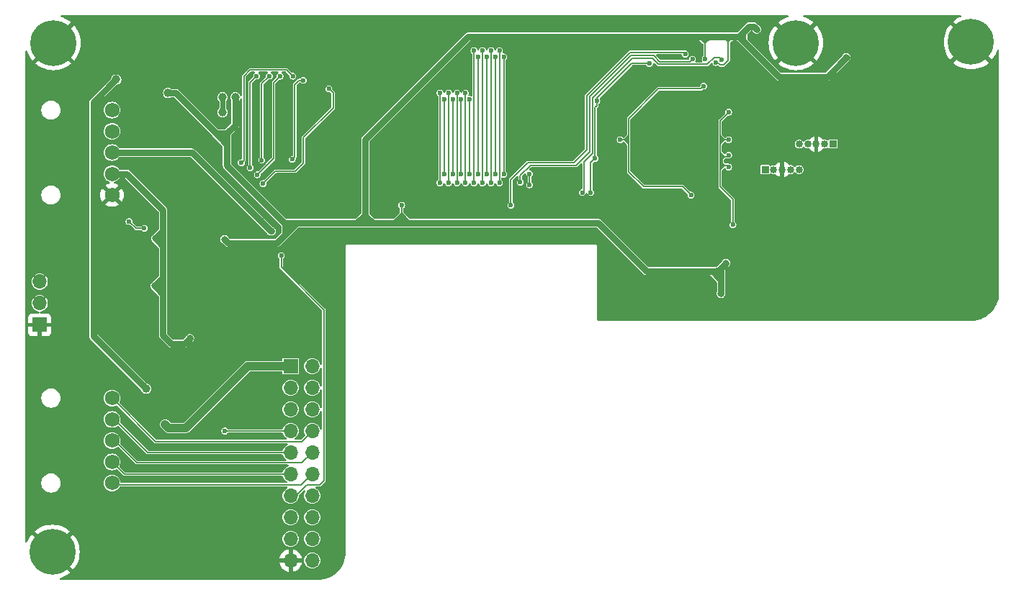
<source format=gbl>
%TF.GenerationSoftware,KiCad,Pcbnew,8.0.8*%
%TF.CreationDate,2025-02-15T01:31:07-07:00*%
%TF.ProjectId,ECE Capstone PCB Design,45434520-4361-4707-9374-6f6e65205043,rev?*%
%TF.SameCoordinates,Original*%
%TF.FileFunction,Copper,L2,Bot*%
%TF.FilePolarity,Positive*%
%FSLAX46Y46*%
G04 Gerber Fmt 4.6, Leading zero omitted, Abs format (unit mm)*
G04 Created by KiCad (PCBNEW 8.0.8) date 2025-02-15 01:31:07*
%MOMM*%
%LPD*%
G01*
G04 APERTURE LIST*
%TA.AperFunction,Conductor*%
%ADD10C,0.200000*%
%TD*%
%TA.AperFunction,ComponentPad*%
%ADD11C,1.752600*%
%TD*%
%TA.AperFunction,ComponentPad*%
%ADD12R,1.700000X1.700000*%
%TD*%
%TA.AperFunction,ComponentPad*%
%ADD13O,1.700000X1.700000*%
%TD*%
%TA.AperFunction,ComponentPad*%
%ADD14C,5.400000*%
%TD*%
%TA.AperFunction,ComponentPad*%
%ADD15R,0.850000X0.850000*%
%TD*%
%TA.AperFunction,ComponentPad*%
%ADD16O,0.850000X0.850000*%
%TD*%
%TA.AperFunction,ViaPad*%
%ADD17C,0.600000*%
%TD*%
%TA.AperFunction,ViaPad*%
%ADD18C,0.800000*%
%TD*%
%TA.AperFunction,ViaPad*%
%ADD19C,1.000000*%
%TD*%
%TA.AperFunction,Conductor*%
%ADD20C,0.750000*%
%TD*%
%TA.AperFunction,Conductor*%
%ADD21C,1.000000*%
%TD*%
%TA.AperFunction,Conductor*%
%ADD22C,0.558800*%
%TD*%
G04 APERTURE END LIST*
D10*
%TO.N,+3.3V*%
X205450000Y-50500000D02*
X205050000Y-50150000D01*
X205850000Y-50150000D01*
X205450000Y-50500000D01*
%TA.AperFunction,Conductor*%
G36*
X205450000Y-50500000D02*
G01*
X205050000Y-50150000D01*
X205850000Y-50150000D01*
X205450000Y-50500000D01*
G37*
%TD.AperFunction*%
X168300000Y-71900000D02*
X165800000Y-71900000D01*
X167050000Y-70650000D01*
X168300000Y-71900000D01*
%TA.AperFunction,Conductor*%
G36*
X168300000Y-71900000D02*
G01*
X165800000Y-71900000D01*
X167050000Y-70650000D01*
X168300000Y-71900000D01*
G37*
%TD.AperFunction*%
X146500000Y-63000000D02*
X145000000Y-61400000D01*
X146500000Y-61400000D01*
X146500000Y-63000000D01*
%TA.AperFunction,Conductor*%
G36*
X146500000Y-63000000D02*
G01*
X145000000Y-61400000D01*
X146500000Y-61400000D01*
X146500000Y-63000000D01*
G37*
%TD.AperFunction*%
X202750000Y-50625000D02*
X202200000Y-50125000D01*
X201900000Y-50125000D01*
X203350000Y-50100000D01*
X202750000Y-50625000D01*
%TA.AperFunction,Conductor*%
G36*
X202750000Y-50625000D02*
G01*
X202200000Y-50125000D01*
X201900000Y-50125000D01*
X203350000Y-50100000D01*
X202750000Y-50625000D01*
G37*
%TD.AperFunction*%
X153500000Y-72750000D02*
X153500000Y-72000000D01*
X154250000Y-72000000D01*
X153500000Y-72750000D01*
%TA.AperFunction,Conductor*%
G36*
X153500000Y-72750000D02*
G01*
X153500000Y-72000000D01*
X154250000Y-72000000D01*
X153500000Y-72750000D01*
G37*
%TD.AperFunction*%
%TO.N,Net-(U3-DVDD)*%
X193750000Y-62500000D02*
X193250000Y-62000000D01*
X193750000Y-61500000D01*
X193750000Y-62500000D01*
%TA.AperFunction,Conductor*%
G36*
X193750000Y-62500000D02*
G01*
X193250000Y-62000000D01*
X193750000Y-61500000D01*
X193750000Y-62500000D01*
G37*
%TD.AperFunction*%
%TO.N,+3.3V*%
X207500000Y-50300000D02*
X207075000Y-49850000D01*
X207500000Y-49400000D01*
X207500000Y-50300000D01*
%TA.AperFunction,Conductor*%
G36*
X207500000Y-50300000D02*
G01*
X207075000Y-49850000D01*
X207500000Y-49400000D01*
X207500000Y-50300000D01*
G37*
%TD.AperFunction*%
%TO.N,Net-(U3-AVDD)*%
X204750000Y-65000000D02*
X204500000Y-65000000D01*
X204500000Y-64000000D01*
X204750000Y-64000000D01*
X204750000Y-65000000D01*
%TA.AperFunction,Conductor*%
G36*
X204750000Y-65000000D02*
G01*
X204500000Y-65000000D01*
X204500000Y-64000000D01*
X204750000Y-64000000D01*
X204750000Y-65000000D01*
G37*
%TD.AperFunction*%
%TO.N,7V*%
X138900000Y-80000000D02*
X138100000Y-79200000D01*
X138800000Y-78600000D01*
X138900000Y-78500000D01*
X138900000Y-80000000D01*
%TA.AperFunction,Conductor*%
G36*
X138900000Y-80000000D02*
G01*
X138100000Y-79200000D01*
X138800000Y-78600000D01*
X138900000Y-78500000D01*
X138900000Y-80000000D01*
G37*
%TD.AperFunction*%
%TO.N,Net-(U3-AVDD)*%
X205000000Y-62000000D02*
X204500000Y-62500000D01*
X204500000Y-61500000D01*
X205000000Y-62000000D01*
%TA.AperFunction,Conductor*%
G36*
X205000000Y-62000000D02*
G01*
X204500000Y-62500000D01*
X204500000Y-61500000D01*
X205000000Y-62000000D01*
G37*
%TD.AperFunction*%
X205000000Y-64000000D02*
X204500000Y-64500000D01*
X204500000Y-63500000D01*
X205000000Y-64000000D01*
%TA.AperFunction,Conductor*%
G36*
X205000000Y-64000000D02*
G01*
X204500000Y-64500000D01*
X204500000Y-63500000D01*
X205000000Y-64000000D01*
G37*
%TD.AperFunction*%
%TO.N,+3.3V*%
X164000000Y-71750000D02*
X161500000Y-71750000D01*
X162750000Y-70500000D01*
X164000000Y-71750000D01*
%TA.AperFunction,Conductor*%
G36*
X164000000Y-71750000D02*
G01*
X161500000Y-71750000D01*
X162750000Y-70500000D01*
X164000000Y-71750000D01*
G37*
%TD.AperFunction*%
%TO.N,Net-(U3-AVDD)*%
X205000000Y-65000000D02*
X204500000Y-65500000D01*
X204500000Y-64500000D01*
X205000000Y-65000000D01*
%TA.AperFunction,Conductor*%
G36*
X205000000Y-65000000D02*
G01*
X204500000Y-65500000D01*
X204500000Y-64500000D01*
X205000000Y-65000000D01*
G37*
%TD.AperFunction*%
%TO.N,+3.3V*%
X204850000Y-78600000D02*
X204250000Y-78600000D01*
X203150000Y-77400000D01*
X204900000Y-77000000D01*
X204850000Y-78600000D01*
%TA.AperFunction,Conductor*%
G36*
X204850000Y-78600000D02*
G01*
X204250000Y-78600000D01*
X203150000Y-77400000D01*
X204900000Y-77000000D01*
X204850000Y-78600000D01*
G37*
%TD.AperFunction*%
%TD*%
D11*
%TO.P,J2,1,1*%
%TO.N,BT4*%
X133000000Y-102400000D03*
%TO.P,J2,2,2*%
%TO.N,BT3*%
X133000000Y-99900000D03*
%TO.P,J2,3,3*%
%TO.N,BT2*%
X133000000Y-97400000D03*
%TO.P,J2,4,4*%
%TO.N,BT1*%
X133000000Y-94900000D03*
%TO.P,J2,5,5*%
%TO.N,BT0*%
X133000000Y-92400000D03*
%TD*%
D12*
%TO.P,REF\u002A\u002A,1*%
%TO.N,+5V*%
X154000000Y-88640000D03*
D13*
%TO.P,REF\u002A\u002A,2*%
%TO.N,/PWRON_D*%
X156540000Y-88640000D03*
%TO.P,REF\u002A\u002A,3*%
%TO.N,/Rasberry PI (clock output)*%
X154000000Y-91180000D03*
%TO.P,REF\u002A\u002A,4*%
%TO.N,/Rasberry PI (RX interupt active low)*%
X156540000Y-91180000D03*
%TO.P,REF\u002A\u002A,5*%
%TO.N,/Rasberry PI (TX interupt active low)*%
X154000000Y-93720000D03*
%TO.P,REF\u002A\u002A,6*%
%TO.N,/Rasberry PI (interupt active low)*%
X156540000Y-93720000D03*
%TO.P,REF\u002A\u002A,7*%
%TO.N,Net-(J3-Pad5)*%
X154000000Y-96260000D03*
%TO.P,REF\u002A\u002A,8*%
%TO.N,BT0*%
X156540000Y-96260000D03*
%TO.P,REF\u002A\u002A,9*%
%TO.N,BT1*%
X154000000Y-98800000D03*
%TO.P,REF\u002A\u002A,10*%
%TO.N,BT2*%
X156540000Y-98800000D03*
%TO.P,REF\u002A\u002A,11*%
%TO.N,BT3*%
X154000000Y-101340000D03*
%TO.P,REF\u002A\u002A,12*%
%TO.N,BT4*%
X156540000Y-101340000D03*
%TO.P,REF\u002A\u002A,13*%
%TO.N,/PWM*%
X154000000Y-103880000D03*
%TO.P,REF\u002A\u002A,14*%
%TO.N,N/C*%
X156540000Y-103880000D03*
%TO.P,REF\u002A\u002A,15*%
%TO.N,/Rasberry PI (SPI input)*%
X154000000Y-106420000D03*
%TO.P,REF\u002A\u002A,16*%
%TO.N,/Rasberry PI (chip select)*%
X156540000Y-106420000D03*
%TO.P,REF\u002A\u002A,17*%
%TO.N,/PWRON*%
X154000000Y-108960000D03*
%TO.P,REF\u002A\u002A,18*%
%TO.N,/Rasberry PI (SPI output)*%
X156540000Y-108960000D03*
%TO.P,REF\u002A\u002A,19*%
%TO.N,/GND*%
X154000000Y-111500000D03*
%TO.P,REF\u002A\u002A,20*%
%TO.N,/Rasberry PI (SPI clock input)*%
X156540000Y-111500000D03*
%TD*%
D12*
%TO.P,REF\u002A\u002A,1*%
%TO.N,/GND*%
X124500000Y-83775000D03*
D13*
%TO.P,REF\u002A\u002A,2*%
%TO.N,Net-(J3-Pad5)*%
X124500000Y-81235000D03*
%TO.P,REF\u002A\u002A,3*%
%TO.N,+3.3V*%
X124500000Y-78695000D03*
%TD*%
D14*
%TO.P,REF\u002A\u002A,1*%
%TO.N,/GND*%
X126100000Y-50600000D03*
%TD*%
D11*
%TO.P,J1,1,1*%
%TO.N,/GND*%
X133000000Y-68500000D03*
%TO.P,J1,2,2*%
%TO.N,7V*%
X133000000Y-66000000D03*
%TO.P,J1,3,3*%
%TO.N,12V*%
X133000000Y-63500000D03*
%TO.P,J1,4,4*%
%TO.N,/CAN Bus connection H*%
X133000000Y-61000000D03*
%TO.P,J1,5,5*%
%TO.N,/CAN Bus connection L*%
X133000000Y-58500000D03*
%TD*%
D14*
%TO.P,REF\u002A\u002A,1*%
%TO.N,/GND*%
X234000000Y-50500000D03*
%TD*%
%TO.P,,1*%
%TO.N,/GND*%
X213400000Y-50600000D03*
%TD*%
D15*
%TO.P,REF\u002A\u002A,1*%
%TO.N,Net-(U3-RX2+)*%
X209800000Y-65500000D03*
D16*
%TO.P,REF\u002A\u002A,2*%
%TO.N,Net-(U3-RX2-)*%
X210800000Y-65500000D03*
%TO.P,REF\u002A\u002A,3*%
%TO.N,/GND*%
X211800000Y-65500000D03*
%TO.P,REF\u002A\u002A,4*%
%TO.N,Net-(U3-RX1+)*%
X212800000Y-65500000D03*
%TO.P,REF\u002A\u002A,5*%
%TO.N,Net-(U3-RX1-)*%
X213800000Y-65500000D03*
%TD*%
D14*
%TO.P,REF\u002A\u002A,1*%
%TO.N,/GND*%
X126000000Y-110500000D03*
%TD*%
D15*
%TO.P,REF\u002A\u002A,1*%
%TO.N,Net-(U3-RXC-)*%
X217800000Y-62500000D03*
D16*
%TO.P,REF\u002A\u002A,2*%
%TO.N,Net-(U3-RXC+)*%
X216800000Y-62500000D03*
%TO.P,REF\u002A\u002A,3*%
%TO.N,/GND*%
X215800000Y-62500000D03*
%TO.P,REF\u002A\u002A,4*%
%TO.N,Net-(U3-RX0-)*%
X214800000Y-62500000D03*
%TO.P,REF\u002A\u002A,5*%
%TO.N,Net-(U3-RX0+)*%
X213800000Y-62500000D03*
%TD*%
D17*
%TO.N,+3.3V*%
X204000000Y-52900000D03*
X202750000Y-52500000D03*
D18*
X219350000Y-52300000D03*
X205200000Y-76500000D03*
X146250000Y-73700000D03*
D17*
X135000000Y-71600000D03*
D19*
X147500000Y-57000000D03*
D18*
X204600000Y-80100000D03*
X208800000Y-49000000D03*
D17*
X136800000Y-72400000D03*
D19*
X139600000Y-56500000D03*
D17*
X167053776Y-69700000D03*
D19*
%TO.N,+5V*%
X139253600Y-95503600D03*
X146000000Y-57000000D03*
X146000000Y-58750000D03*
X133500000Y-54900000D03*
X137000000Y-91300000D03*
D17*
%TO.N,Net-(U3-OVDD)*%
X190000000Y-57400000D03*
X196200000Y-53000000D03*
X189800000Y-64200000D03*
X189300000Y-68200000D03*
%TO.N,Net-(U3-AVDD)*%
X205500000Y-58750000D03*
X205500000Y-65200000D03*
X206000000Y-72000000D03*
X205500000Y-62000000D03*
X205500000Y-63800000D03*
%TO.N,Net-(U3-DVDD)*%
X202578400Y-55671600D03*
X192750000Y-62000000D03*
X201078400Y-68500000D03*
D18*
%TO.N,7V*%
X138000000Y-79194398D03*
X142149800Y-85350200D03*
X138100000Y-73600000D03*
%TO.N,12V*%
X151750000Y-72750000D03*
D17*
%TO.N,/GND*%
X146000000Y-77000000D03*
X135000000Y-88000000D03*
X152500000Y-50000000D03*
X160500000Y-68500000D03*
X234000000Y-55000000D03*
X158750000Y-60000000D03*
X132500000Y-82200000D03*
X146400000Y-56000000D03*
X126000000Y-80000000D03*
X223000000Y-53000000D03*
X159000000Y-54000000D03*
X194750000Y-77500000D03*
X232000000Y-61000000D03*
X220000000Y-80000000D03*
X141500000Y-62500000D03*
X159000000Y-88000000D03*
X126000000Y-90000000D03*
X145000000Y-78000000D03*
X167800000Y-72700000D03*
X169000000Y-70000000D03*
X140000000Y-82500000D03*
X150500000Y-84000000D03*
X230000000Y-61000000D03*
X220000000Y-66750000D03*
X131700000Y-71700000D03*
X193500000Y-67750000D03*
X124000000Y-88000000D03*
X185500000Y-73500000D03*
X206900000Y-69100000D03*
X128000000Y-80000000D03*
X211100000Y-64300000D03*
X152000000Y-93000000D03*
X135000000Y-50000000D03*
X220000000Y-61000000D03*
X130000000Y-86000000D03*
X198000000Y-72000000D03*
X126000000Y-76000000D03*
X161400000Y-63400000D03*
X145000000Y-110000000D03*
X136000000Y-92000000D03*
X218000000Y-70500000D03*
X227000000Y-49000000D03*
X143500000Y-80000000D03*
X131750000Y-59750000D03*
X135000000Y-78000000D03*
X130000000Y-52500000D03*
X217000000Y-49000000D03*
X216000000Y-70500000D03*
X159000000Y-106000000D03*
X130000000Y-84000000D03*
X219000000Y-49000000D03*
X136000000Y-64500000D03*
X138000000Y-94000000D03*
X214000000Y-68500000D03*
X154000000Y-66500000D03*
X207750000Y-47750000D03*
X208000000Y-82750000D03*
X228000000Y-61000000D03*
X165500000Y-70500000D03*
X206500000Y-77000000D03*
X210000000Y-82750000D03*
X150000000Y-95000000D03*
X151800000Y-90300000D03*
X130000000Y-78000000D03*
X131750000Y-64750000D03*
X210500000Y-57100000D03*
X212000000Y-82750000D03*
X216000000Y-56000000D03*
X124200000Y-72500000D03*
X220000000Y-64750000D03*
X130000000Y-98000000D03*
X179000000Y-73000000D03*
X133500000Y-77000000D03*
X208000000Y-70500000D03*
X212500000Y-69000000D03*
X137800000Y-82200000D03*
X159000000Y-68500000D03*
X234000000Y-59000000D03*
X153500000Y-68500000D03*
X151000000Y-71000000D03*
X194000000Y-56750000D03*
X213900000Y-60400000D03*
X130000000Y-88000000D03*
X218000000Y-61000000D03*
X182000000Y-73000000D03*
X125000000Y-55000000D03*
X199000000Y-75250000D03*
X150000000Y-108200000D03*
X216000000Y-57000000D03*
X128000000Y-88000000D03*
X135000000Y-86000000D03*
X146000000Y-79000000D03*
X212000000Y-70500000D03*
X152000000Y-85000000D03*
X138000000Y-64500000D03*
X164000000Y-68000000D03*
X230000000Y-80000000D03*
X132500000Y-52500000D03*
X180500000Y-65000000D03*
X159000000Y-100000000D03*
X126000000Y-74000000D03*
X152000000Y-95000000D03*
X170000000Y-50000000D03*
X132500000Y-50000000D03*
X191750000Y-82750000D03*
X191000000Y-79000000D03*
X222000000Y-61000000D03*
X208000000Y-79000000D03*
X216000000Y-68500000D03*
X216000000Y-59000000D03*
X151000000Y-81000000D03*
X127000000Y-77000000D03*
X157500000Y-68500000D03*
X159000000Y-90000000D03*
X205750000Y-82750000D03*
X128000000Y-78000000D03*
X129600000Y-71700000D03*
X203500000Y-56700000D03*
X210000000Y-77000000D03*
X147500000Y-50000000D03*
X229000000Y-49000000D03*
X217000000Y-64000000D03*
X220000000Y-59000000D03*
X217000000Y-60000000D03*
X132500000Y-78000000D03*
X130000000Y-102000000D03*
X130000000Y-90000000D03*
X199700000Y-50800000D03*
X156000000Y-66500000D03*
X124000000Y-90000000D03*
X159000000Y-92000000D03*
X227000000Y-53000000D03*
X136100000Y-62600000D03*
X208000000Y-53000000D03*
X146500000Y-88500000D03*
X136500000Y-56600000D03*
X170000000Y-52500000D03*
X181000000Y-70500000D03*
X157500000Y-52500000D03*
X218000000Y-57000000D03*
X152000000Y-113000000D03*
X167500000Y-50000000D03*
X125000000Y-100000000D03*
X159000000Y-84600000D03*
X212000000Y-81000000D03*
X141900000Y-64500000D03*
X184000000Y-67000000D03*
X194000000Y-72000000D03*
X170000000Y-58000000D03*
X208000000Y-55000000D03*
X201500000Y-75250000D03*
X166600000Y-66700000D03*
X159000000Y-98000000D03*
X152500000Y-52500000D03*
X155000000Y-78000000D03*
X135000000Y-72600000D03*
X142000000Y-66000000D03*
X135000000Y-52500000D03*
X140000000Y-104000000D03*
X152000000Y-87000000D03*
X197750000Y-48750000D03*
X214000000Y-58000000D03*
X170000000Y-60000000D03*
X182000000Y-63500000D03*
X135000000Y-82200000D03*
X210000000Y-72500000D03*
X229000000Y-51000000D03*
X138000000Y-104000000D03*
X199000000Y-82750000D03*
X158700000Y-65800000D03*
X129000000Y-58800000D03*
X223000000Y-51000000D03*
X140000000Y-66000000D03*
X140900000Y-95000000D03*
X194000000Y-82750000D03*
X211750000Y-62250000D03*
X135000000Y-84000000D03*
X212000000Y-57000000D03*
X205500000Y-47750000D03*
X187000000Y-68000000D03*
X192750000Y-77500000D03*
X183100000Y-52200000D03*
X159000000Y-111000000D03*
X143400000Y-92500000D03*
X159400000Y-109900000D03*
X160000000Y-50000000D03*
X206500000Y-55000000D03*
X145500000Y-85500000D03*
X130000000Y-50000000D03*
X134100000Y-71600000D03*
X128700000Y-71700000D03*
X158500000Y-73500000D03*
X145000000Y-50000000D03*
X221000000Y-49000000D03*
X220000000Y-57000000D03*
X126000000Y-86000000D03*
X168000000Y-58000000D03*
X177000000Y-70000000D03*
X137500000Y-50000000D03*
X131750000Y-62250000D03*
X175000000Y-70000000D03*
X235000000Y-55000000D03*
X172500000Y-50000000D03*
X132000000Y-104000000D03*
X150000000Y-93000000D03*
X203500000Y-67750000D03*
X145500000Y-90500000D03*
X191250000Y-74750000D03*
X136000000Y-104000000D03*
X134000000Y-56500000D03*
X234000000Y-57000000D03*
X210000000Y-81000000D03*
X125000000Y-63500000D03*
X191000000Y-81000000D03*
X196500000Y-82750000D03*
X209500000Y-58000000D03*
X133300000Y-71600000D03*
X144000000Y-95000000D03*
X128000000Y-86000000D03*
X128900000Y-67300000D03*
X154500000Y-68500000D03*
X146500000Y-71500000D03*
X126000000Y-88000000D03*
X154000000Y-84000000D03*
X142500000Y-87000000D03*
X150000000Y-52500000D03*
X214000000Y-70500000D03*
X218000000Y-65000000D03*
X130000000Y-92000000D03*
X159000000Y-104000000D03*
X168000000Y-60000000D03*
X221000000Y-51000000D03*
X157000000Y-113000000D03*
X124000000Y-86000000D03*
X146000000Y-93000000D03*
X137500000Y-52500000D03*
X151000000Y-78000000D03*
X156000000Y-68500000D03*
X147750000Y-62000000D03*
X132000000Y-90000000D03*
X212000000Y-75000000D03*
X146000000Y-60250000D03*
X219000000Y-51000000D03*
X157000000Y-80000000D03*
X190000000Y-70500000D03*
X204250000Y-81250000D03*
X225000000Y-49000000D03*
X130000000Y-104000000D03*
X140000000Y-64500000D03*
X225000000Y-51000000D03*
X218000000Y-56000000D03*
X206500000Y-53000000D03*
X129000000Y-77000000D03*
X217000000Y-53000000D03*
X133000000Y-86000000D03*
X159000000Y-102000000D03*
X204000000Y-76250000D03*
X206500000Y-54000000D03*
X210000000Y-79000000D03*
X133000000Y-84000000D03*
X225000000Y-53000000D03*
X207700000Y-68600000D03*
X142500000Y-50000000D03*
X212000000Y-79000000D03*
X146000000Y-95000000D03*
X224000000Y-61000000D03*
X160000000Y-52000000D03*
X203000000Y-47750000D03*
X156800000Y-85100000D03*
X162500000Y-52000000D03*
X146000000Y-75000000D03*
X214000000Y-56000000D03*
X196000000Y-72000000D03*
X210500000Y-58000000D03*
X155000000Y-52500000D03*
X220000000Y-68500000D03*
X208000000Y-72500000D03*
X235000000Y-70000000D03*
X227000000Y-51000000D03*
X200000000Y-72000000D03*
X134000000Y-90000000D03*
X218000000Y-67000000D03*
X196500000Y-75250000D03*
X150000000Y-50000000D03*
X204250000Y-82750000D03*
X204000000Y-72000000D03*
X157500000Y-55000000D03*
X174100000Y-72700000D03*
X208000000Y-54000000D03*
X196400000Y-66500000D03*
X212500000Y-67000000D03*
X140800000Y-73500000D03*
X130000000Y-100000000D03*
X167500000Y-52500000D03*
X154000000Y-81000000D03*
X151000000Y-105000000D03*
X140000000Y-50000000D03*
X155000000Y-50000000D03*
X143700000Y-66000000D03*
X184200000Y-65500000D03*
X201500000Y-82750000D03*
X130000000Y-55000000D03*
X138000000Y-66000000D03*
X129900000Y-82200000D03*
X140800000Y-71600000D03*
X152600000Y-108500000D03*
X145000000Y-76000000D03*
X218000000Y-68500000D03*
X183500000Y-70500000D03*
X217000000Y-51000000D03*
X210000000Y-70500000D03*
X208250000Y-75000000D03*
X127500000Y-55000000D03*
X214000000Y-57000000D03*
X212000000Y-58000000D03*
X126000000Y-78000000D03*
X159000000Y-70000000D03*
X208000000Y-81000000D03*
X162500000Y-50000000D03*
X234000000Y-61000000D03*
X173000000Y-70000000D03*
X144500000Y-71500000D03*
X159000000Y-94000000D03*
X212000000Y-56000000D03*
X128000000Y-90000000D03*
X212000000Y-77000000D03*
X158750000Y-62750000D03*
X142000000Y-104000000D03*
X144000000Y-104000000D03*
X181700000Y-57200000D03*
X137000000Y-73500000D03*
X217000000Y-66000000D03*
X130000000Y-94000000D03*
X136000000Y-94000000D03*
X218000000Y-59000000D03*
X164000000Y-55000000D03*
X192000000Y-69000000D03*
X159000000Y-109000000D03*
X157500000Y-70000000D03*
X223000000Y-49000000D03*
X146200000Y-66000000D03*
X143400000Y-90700000D03*
X184000000Y-63500000D03*
X220000000Y-62750000D03*
X220000000Y-70500000D03*
X157000000Y-78000000D03*
X140300000Y-75700000D03*
X127800000Y-72700000D03*
X171000000Y-70000000D03*
X161500000Y-56000000D03*
X202000000Y-72000000D03*
X127500000Y-75000000D03*
X159000000Y-96000000D03*
X200000000Y-48750000D03*
X146000000Y-104000000D03*
X180200000Y-62800000D03*
X145000000Y-87000000D03*
X165000000Y-50000000D03*
X150000000Y-91000000D03*
X135000000Y-110000000D03*
X229000000Y-53000000D03*
X134000000Y-104000000D03*
X128000000Y-82000000D03*
X140900000Y-79200000D03*
X137800000Y-71700000D03*
X165000000Y-52000000D03*
X226000000Y-61000000D03*
X189500000Y-73500000D03*
X152000000Y-103500000D03*
X157500000Y-50000000D03*
X210000000Y-75000000D03*
X212000000Y-72500000D03*
X150500000Y-86000000D03*
X132000000Y-88000000D03*
X231000000Y-53000000D03*
X219000000Y-54000000D03*
X205750000Y-81250000D03*
X200500000Y-47750000D03*
X164500000Y-64500000D03*
X204500000Y-74750000D03*
X225000000Y-70000000D03*
X168750000Y-54250000D03*
X136000000Y-66000000D03*
X140500000Y-87000000D03*
X143500000Y-85500000D03*
X144700000Y-63400000D03*
X160500000Y-70000000D03*
%TO.N,/ACTIVE*%
X181000000Y-67000000D03*
X201250000Y-52500000D03*
%TO.N,/Rasberry PI (SPI input)*%
X152750000Y-54500000D03*
X150100000Y-66100000D03*
%TO.N,/Rasberry PI (chip select)*%
X150000000Y-54500000D03*
X149250000Y-65300000D03*
%TO.N,/Rasberry PI (SPI clock input)*%
X154250000Y-54500000D03*
X148200000Y-64700000D03*
%TO.N,/Rasberry PI (SPI output)*%
X151500000Y-54500000D03*
X150600000Y-64400000D03*
%TO.N,/Rasberry PI (RX interupt active low)*%
X155500000Y-55000000D03*
X154200000Y-64300000D03*
%TO.N,/Rasberry PI (TX interupt active low)*%
X158500000Y-56000000D03*
X150750000Y-67150000D03*
%TO.N,/PWRON*%
X188300000Y-68200000D03*
X204700000Y-52600000D03*
%TO.N,/PWRON_D*%
X179900000Y-69700000D03*
X200400000Y-51900000D03*
%TO.N,/PWM*%
X152900000Y-75627801D03*
%TO.N,Net-(J3-Pad5)*%
X146260000Y-96260000D03*
%TO.N,GO7*%
X175055792Y-57250000D03*
X175055792Y-66055792D03*
%TO.N,GO6*%
X174555666Y-67055666D03*
X174555666Y-56500000D03*
%TO.N,GO5*%
X174055540Y-66055540D03*
X174055540Y-57250000D03*
%TO.N,GO4*%
X173555414Y-56500000D03*
X173555414Y-67055414D03*
%TO.N,GO3*%
X173055288Y-57250000D03*
X173055288Y-66055288D03*
%TO.N,GO2*%
X172555162Y-67055162D03*
X172555162Y-56500000D03*
%TO.N,GO1*%
X172055036Y-57250000D03*
X172055036Y-66055036D03*
%TO.N,GO0*%
X171554910Y-56500000D03*
X171554910Y-67054910D03*
%TO.N,BO7*%
X179056800Y-52250000D03*
X179056800Y-66056800D03*
%TO.N,BO6*%
X178556674Y-51500000D03*
X178556674Y-67056674D03*
%TO.N,BO5*%
X178056548Y-52250000D03*
X178056548Y-66056548D03*
%TO.N,BO4*%
X177556422Y-67056422D03*
X177556422Y-51500000D03*
%TO.N,BO3*%
X177056296Y-52250000D03*
X177056296Y-66056296D03*
%TO.N,BO2*%
X176556170Y-51500000D03*
X176556170Y-67056170D03*
%TO.N,BO1*%
X176056044Y-66056044D03*
X176056044Y-52250000D03*
%TO.N,BO0*%
X175555918Y-51500000D03*
X175555918Y-67055918D03*
%TO.N,DISPENO*%
X182100000Y-67300000D03*
X182100000Y-66000000D03*
%TD*%
D20*
%TO.N,+3.3V*%
X205550000Y-49850000D02*
X174900000Y-49850000D01*
X162800000Y-61950000D02*
X162800000Y-71800000D01*
X157200000Y-71800000D02*
X162800000Y-71800000D01*
D10*
X202750000Y-49850000D02*
X202750000Y-52500000D01*
D20*
X153375000Y-71875000D02*
X153375000Y-73125000D01*
D10*
X204000000Y-52900000D02*
X204200000Y-52900000D01*
D20*
X206725000Y-49850000D02*
X205550000Y-49850000D01*
X195850000Y-77450000D02*
X204250000Y-77450000D01*
D10*
X204200000Y-52900000D02*
X204500000Y-53200000D01*
D20*
X174900000Y-49850000D02*
X162800000Y-61950000D01*
X153300000Y-71800000D02*
X153375000Y-71875000D01*
X146500000Y-61250000D02*
X145250000Y-61250000D01*
X211450000Y-54575000D02*
X217075000Y-54575000D01*
D10*
X135800000Y-72400000D02*
X135000000Y-71600000D01*
D20*
X153300000Y-71800000D02*
X157200000Y-71800000D01*
X152350000Y-74150000D02*
X153375000Y-73125000D01*
X146500000Y-65000000D02*
X153300000Y-71800000D01*
X154700000Y-71800000D02*
X157200000Y-71800000D01*
X208800000Y-49000000D02*
X208450000Y-48650000D01*
X140500000Y-56500000D02*
X139600000Y-56500000D01*
D10*
X136800000Y-72400000D02*
X135800000Y-72400000D01*
D20*
X146250000Y-73700000D02*
X146700000Y-74150000D01*
X162800000Y-71800000D02*
X190200000Y-71800000D01*
X190200000Y-71800000D02*
X195850000Y-77450000D01*
D10*
X204500000Y-53200000D02*
X204900000Y-53200000D01*
X205450000Y-49950000D02*
X205550000Y-49850000D01*
X167053776Y-71271224D02*
X167050000Y-71275000D01*
D20*
X219350000Y-52300000D02*
X219375000Y-52300000D01*
X204600000Y-77800000D02*
X204600000Y-80100000D01*
X204250000Y-77450000D02*
X205200000Y-76500000D01*
X153375000Y-73125000D02*
X154700000Y-71800000D01*
D10*
X167053776Y-69700000D02*
X167053776Y-71271224D01*
D20*
X207925000Y-48650000D02*
X206725000Y-49850000D01*
X208450000Y-48650000D02*
X207925000Y-48650000D01*
X206725000Y-49850000D02*
X211450000Y-54575000D01*
D10*
X204900000Y-53200000D02*
X205450000Y-52650000D01*
D20*
X145250000Y-61250000D02*
X140500000Y-56500000D01*
X146700000Y-74150000D02*
X152350000Y-74150000D01*
X204250000Y-77450000D02*
X204600000Y-77800000D01*
X217075000Y-54575000D02*
X219350000Y-52300000D01*
D10*
X205450000Y-52650000D02*
X205450000Y-49950000D01*
D20*
X146500000Y-61250000D02*
X146500000Y-65000000D01*
X147500000Y-57000000D02*
X147500000Y-60250000D01*
X147500000Y-60250000D02*
X146500000Y-61250000D01*
D21*
%TO.N,+5V*%
X139650000Y-95900000D02*
X141700000Y-95900000D01*
D20*
X130800000Y-57600000D02*
X130800000Y-85100000D01*
X130800000Y-85100000D02*
X137000000Y-91300000D01*
D21*
X139253600Y-95503600D02*
X139650000Y-95900000D01*
X141700000Y-95900000D02*
X148960000Y-88640000D01*
X148960000Y-88640000D02*
X154000000Y-88640000D01*
D10*
X154067107Y-88640000D02*
X154000000Y-88640000D01*
X154360000Y-88640000D02*
X154000000Y-88640000D01*
D22*
X146000000Y-57000000D02*
X146000000Y-58750000D01*
D20*
X133500000Y-54900000D02*
X130800000Y-57600000D01*
D10*
%TO.N,Net-(U3-OVDD)*%
X189300000Y-64700000D02*
X189800000Y-64200000D01*
X194100000Y-53000000D02*
X190000000Y-57100000D01*
X189800000Y-58200000D02*
X189800000Y-64200000D01*
X190000000Y-57400000D02*
X190000000Y-58000000D01*
X189300000Y-68200000D02*
X189300000Y-64700000D01*
X190000000Y-58000000D02*
X189800000Y-58200000D01*
X190000000Y-57100000D02*
X190000000Y-57400000D01*
X196200000Y-53000000D02*
X194100000Y-53000000D01*
%TO.N,Net-(U3-AVDD)*%
X206000000Y-69000000D02*
X206000000Y-72000000D01*
X205500000Y-62000000D02*
X204500000Y-62000000D01*
X204500000Y-65000000D02*
X204500000Y-67500000D01*
X204500000Y-67500000D02*
X206000000Y-69000000D01*
X205300000Y-64000000D02*
X204500000Y-64000000D01*
X205500000Y-58750000D02*
X204500000Y-59750000D01*
X204500000Y-62000000D02*
X204500000Y-64000000D01*
X205300000Y-65000000D02*
X204500000Y-65000000D01*
X205500000Y-63800000D02*
X205300000Y-64000000D01*
X205500000Y-65200000D02*
X205300000Y-65000000D01*
X204500000Y-64000000D02*
X204500000Y-65000000D01*
X204500000Y-59750000D02*
X204500000Y-62000000D01*
%TO.N,Net-(U3-DVDD)*%
X192750000Y-62000000D02*
X193750000Y-62000000D01*
X193750000Y-62000000D02*
X193750000Y-65750000D01*
X193750000Y-59500000D02*
X193750000Y-62000000D01*
X202250000Y-56000000D02*
X197250000Y-56000000D01*
X195500000Y-67500000D02*
X200078400Y-67500000D01*
X193750000Y-65750000D02*
X195500000Y-67500000D01*
X200078400Y-67500000D02*
X201078400Y-68500000D01*
X202578400Y-55671600D02*
X202250000Y-56000000D01*
X197250000Y-56000000D02*
X193750000Y-59500000D01*
D20*
%TO.N,7V*%
X139000000Y-78194398D02*
X139000000Y-74600000D01*
X139000000Y-74600000D02*
X139000000Y-72700000D01*
X140000000Y-86000000D02*
X141500000Y-86000000D01*
X138100000Y-73600000D02*
X139000000Y-74500000D01*
X139000000Y-80194398D02*
X139000000Y-85000000D01*
X139000000Y-72700000D02*
X138100000Y-73600000D01*
X141500000Y-86000000D02*
X142149800Y-85350200D01*
X139000000Y-70250000D02*
X134750000Y-66000000D01*
X139000000Y-74500000D02*
X139000000Y-74600000D01*
X139000000Y-70250000D02*
X139000000Y-74500000D01*
X138000000Y-79194398D02*
X139000000Y-78194398D01*
X139000000Y-78194398D02*
X139000000Y-80194398D01*
X134750000Y-66000000D02*
X133000000Y-66000000D01*
X139000000Y-85000000D02*
X140000000Y-86000000D01*
X138000000Y-79194398D02*
X139000000Y-80194398D01*
%TO.N,12V*%
X142400000Y-63500000D02*
X133000000Y-63500000D01*
X151750000Y-72750000D02*
X151650000Y-72750000D01*
X151650000Y-72750000D02*
X142400000Y-63500000D01*
D10*
%TO.N,/ACTIVE*%
X194000000Y-52100000D02*
X196700000Y-52100000D01*
X189200000Y-56900000D02*
X194000000Y-52100000D01*
X181000000Y-66200000D02*
X182200000Y-65000000D01*
X187600000Y-65000000D02*
X189200000Y-63400000D01*
X197400000Y-52800000D02*
X200950000Y-52800000D01*
X181000000Y-67000000D02*
X181000000Y-66200000D01*
X196700000Y-52100000D02*
X197400000Y-52800000D01*
X182200000Y-65000000D02*
X187600000Y-65000000D01*
X189200000Y-63400000D02*
X189200000Y-56900000D01*
X200950000Y-52800000D02*
X201250000Y-52500000D01*
%TO.N,/Rasberry PI (SPI input)*%
X150100000Y-66100000D02*
X152000000Y-64200000D01*
X152000000Y-64200000D02*
X152000000Y-55250000D01*
X152000000Y-55250000D02*
X152750000Y-54500000D01*
%TO.N,/Rasberry PI (chip select)*%
X149250000Y-65300000D02*
X149250000Y-55250000D01*
X149250000Y-55250000D02*
X150000000Y-54500000D01*
%TO.N,/Rasberry PI (SPI clock input)*%
X149250000Y-53750000D02*
X153500000Y-53750000D01*
X148200000Y-64700000D02*
X148500000Y-64400000D01*
X153500000Y-53750000D02*
X154250000Y-54500000D01*
X148500000Y-54500000D02*
X149250000Y-53750000D01*
X148500000Y-64400000D02*
X148500000Y-54500000D01*
%TO.N,/Rasberry PI (SPI output)*%
X150600000Y-64400000D02*
X150600000Y-55400000D01*
X150600000Y-55400000D02*
X151500000Y-54500000D01*
%TO.N,/Rasberry PI (RX interupt active low)*%
X154500000Y-64000000D02*
X154500000Y-55500000D01*
X154500000Y-55500000D02*
X155000000Y-55000000D01*
X154200000Y-64300000D02*
X154500000Y-64000000D01*
X155000000Y-55000000D02*
X155500000Y-55000000D01*
%TO.N,/Rasberry PI (TX interupt active low)*%
X154550000Y-65700000D02*
X155500000Y-64750000D01*
X155500000Y-64750000D02*
X155500000Y-61750000D01*
X152200000Y-65700000D02*
X154550000Y-65700000D01*
X159000000Y-58250000D02*
X159000000Y-56500000D01*
X155500000Y-61750000D02*
X159000000Y-58250000D01*
X150750000Y-67150000D02*
X152200000Y-65700000D01*
X159000000Y-56500000D02*
X158500000Y-56000000D01*
%TO.N,/PWRON*%
X204400000Y-52300000D02*
X203800000Y-52300000D01*
X194200000Y-52400000D02*
X189500000Y-57100000D01*
X188500000Y-68000000D02*
X188300000Y-68200000D01*
X204700000Y-52600000D02*
X204400000Y-52300000D01*
X188500000Y-64600000D02*
X188500000Y-68000000D01*
X203000000Y-53100000D02*
X197200000Y-53100000D01*
X189500000Y-57100000D02*
X189500000Y-63600000D01*
X197200000Y-53100000D02*
X196500000Y-52400000D01*
X203800000Y-52300000D02*
X203000000Y-53100000D01*
X196500000Y-52400000D02*
X194200000Y-52400000D01*
X189500000Y-63600000D02*
X188500000Y-64600000D01*
%TO.N,/PWRON_D*%
X193900000Y-51700000D02*
X188800000Y-56800000D01*
X188800000Y-63200000D02*
X187300000Y-64700000D01*
X179900000Y-66700000D02*
X179900000Y-69700000D01*
X200200000Y-51700000D02*
X193900000Y-51700000D01*
X181900000Y-64700000D02*
X179900000Y-66700000D01*
X200400000Y-51900000D02*
X200200000Y-51700000D01*
X188800000Y-56800000D02*
X188800000Y-63200000D01*
X187300000Y-64700000D02*
X181900000Y-64700000D01*
%TO.N,/PWM*%
X155900000Y-102600000D02*
X157400000Y-102600000D01*
X154620000Y-103880000D02*
X155900000Y-102600000D01*
X157900000Y-102100000D02*
X157900000Y-82000000D01*
X153880000Y-104000000D02*
X154000000Y-103880000D01*
X157900000Y-82000000D02*
X152900000Y-77000000D01*
X157400000Y-102600000D02*
X157900000Y-102100000D01*
X154000000Y-103880000D02*
X154620000Y-103880000D01*
X152900000Y-77000000D02*
X152900000Y-75627801D01*
%TO.N,Net-(J3-Pad5)*%
X154000000Y-96260000D02*
X146260000Y-96260000D01*
%TO.N,GO7*%
X175055792Y-66055792D02*
X175055792Y-57250000D01*
%TO.N,GO6*%
X174555666Y-67055666D02*
X174555666Y-56500000D01*
%TO.N,GO5*%
X174055540Y-66055540D02*
X174055540Y-57250000D01*
%TO.N,GO4*%
X173555414Y-67055414D02*
X173555414Y-56500000D01*
%TO.N,GO3*%
X173055288Y-66055288D02*
X173055288Y-57250000D01*
%TO.N,GO2*%
X172555162Y-67055162D02*
X172555162Y-56500000D01*
%TO.N,GO1*%
X172055036Y-57250000D02*
X172055036Y-66055036D01*
%TO.N,GO0*%
X171554910Y-67054910D02*
X171554910Y-56500000D01*
%TO.N,BO7*%
X179056800Y-66056800D02*
X179056800Y-52250000D01*
%TO.N,BO6*%
X178556674Y-67056674D02*
X178556674Y-51500000D01*
%TO.N,BO5*%
X178056548Y-66056548D02*
X178056548Y-52250000D01*
%TO.N,BO4*%
X177556422Y-67056422D02*
X177556422Y-51500000D01*
%TO.N,BO3*%
X177056296Y-66056296D02*
X177056296Y-52250000D01*
%TO.N,BO2*%
X176556170Y-67056170D02*
X176556170Y-51500000D01*
%TO.N,BO1*%
X176056044Y-66056044D02*
X176056044Y-52250000D01*
%TO.N,BO0*%
X175555918Y-67055918D02*
X175555918Y-51500000D01*
%TO.N,BT1*%
X133300000Y-94900000D02*
X133000000Y-94900000D01*
X154000000Y-98800000D02*
X137200000Y-98800000D01*
X137200000Y-98800000D02*
X133300000Y-94900000D01*
%TO.N,BT2*%
X156540000Y-98800000D02*
X155340000Y-100000000D01*
X133300000Y-97400000D02*
X133000000Y-97400000D01*
X135900000Y-100000000D02*
X133300000Y-97400000D01*
X155340000Y-100000000D02*
X135900000Y-100000000D01*
%TO.N,BT3*%
X154000000Y-101340000D02*
X134440000Y-101340000D01*
X134440000Y-101340000D02*
X133000000Y-99900000D01*
%TO.N,BT0*%
X138100000Y-97500000D02*
X133000000Y-92400000D01*
X155300000Y-97500000D02*
X138100000Y-97500000D01*
X156540000Y-96260000D02*
X155300000Y-97500000D01*
X133000000Y-92400000D02*
X133300000Y-92400000D01*
%TO.N,BT4*%
X156540000Y-101340000D02*
X156460000Y-101340000D01*
X156460000Y-101340000D02*
X155200000Y-102600000D01*
X133000000Y-102400000D02*
X133300000Y-102400000D01*
X155200000Y-102600000D02*
X133200000Y-102600000D01*
X133200000Y-102600000D02*
X133000000Y-102400000D01*
%TO.N,DISPENO*%
X182100000Y-66000000D02*
X182100000Y-67300000D01*
%TD*%
%TA.AperFunction,Conductor*%
%TO.N,/GND*%
G36*
X212482312Y-47320185D02*
G01*
X212528067Y-47372989D01*
X212538011Y-47442147D01*
X212508986Y-47505703D01*
X212450208Y-47543477D01*
X212449600Y-47543654D01*
X212341447Y-47574812D01*
X212009390Y-47712353D01*
X212009386Y-47712355D01*
X211694810Y-47886215D01*
X211694805Y-47886218D01*
X211401693Y-48094194D01*
X211401685Y-48094199D01*
X211320397Y-48166842D01*
X211320397Y-48166843D01*
X212638282Y-49484728D01*
X212520534Y-49570278D01*
X212370278Y-49720534D01*
X212284728Y-49838282D01*
X210966843Y-48520397D01*
X210966842Y-48520397D01*
X210894199Y-48601685D01*
X210894194Y-48601693D01*
X210686218Y-48894805D01*
X210686215Y-48894810D01*
X210512355Y-49209386D01*
X210512353Y-49209390D01*
X210374812Y-49541447D01*
X210275316Y-49886805D01*
X210275314Y-49886814D01*
X210215112Y-50241141D01*
X210215110Y-50241153D01*
X210194958Y-50600000D01*
X210215110Y-50958846D01*
X210215112Y-50958858D01*
X210275314Y-51313185D01*
X210275316Y-51313194D01*
X210374812Y-51658552D01*
X210512353Y-51990609D01*
X210512355Y-51990613D01*
X210686215Y-52305189D01*
X210686218Y-52305194D01*
X210894193Y-52598306D01*
X210966843Y-52679601D01*
X212284727Y-51361716D01*
X212370278Y-51479466D01*
X212520534Y-51629722D01*
X212638281Y-51715270D01*
X211320397Y-53033155D01*
X211401693Y-53105806D01*
X211694805Y-53313781D01*
X211694810Y-53313784D01*
X212009386Y-53487644D01*
X212009390Y-53487646D01*
X212341447Y-53625187D01*
X212686805Y-53724683D01*
X212686814Y-53724685D01*
X213041141Y-53784887D01*
X213041153Y-53784889D01*
X213400000Y-53805041D01*
X213758846Y-53784889D01*
X213758858Y-53784887D01*
X214113185Y-53724685D01*
X214113194Y-53724683D01*
X214458552Y-53625187D01*
X214790609Y-53487646D01*
X214790613Y-53487644D01*
X215105189Y-53313784D01*
X215105194Y-53313781D01*
X215398306Y-53105806D01*
X215479601Y-53033155D01*
X214161717Y-51715270D01*
X214279466Y-51629722D01*
X214429722Y-51479466D01*
X214515270Y-51361717D01*
X215833155Y-52679601D01*
X215905806Y-52598306D01*
X216113781Y-52305194D01*
X216113784Y-52305189D01*
X216287644Y-51990613D01*
X216287646Y-51990609D01*
X216425187Y-51658552D01*
X216524683Y-51313194D01*
X216524685Y-51313185D01*
X216584887Y-50958858D01*
X216584889Y-50958846D01*
X216605041Y-50600000D01*
X216584889Y-50241153D01*
X216584887Y-50241141D01*
X216524685Y-49886814D01*
X216524683Y-49886805D01*
X216425187Y-49541447D01*
X216287646Y-49209390D01*
X216287644Y-49209386D01*
X216113784Y-48894810D01*
X216113781Y-48894805D01*
X215905806Y-48601693D01*
X215833155Y-48520397D01*
X214515270Y-49838281D01*
X214429722Y-49720534D01*
X214279466Y-49570278D01*
X214161717Y-49484728D01*
X215479602Y-48166843D01*
X215398306Y-48094193D01*
X215105194Y-47886218D01*
X215105189Y-47886215D01*
X214790613Y-47712355D01*
X214790609Y-47712353D01*
X214458552Y-47574812D01*
X214350400Y-47543654D01*
X214291430Y-47506180D01*
X214262081Y-47442773D01*
X214271671Y-47373565D01*
X214317156Y-47320528D01*
X214384094Y-47300502D01*
X214384727Y-47300500D01*
X232738884Y-47300500D01*
X232805923Y-47320185D01*
X232851678Y-47372989D01*
X232861622Y-47442147D01*
X232832597Y-47505703D01*
X232786336Y-47539061D01*
X232609390Y-47612353D01*
X232609386Y-47612355D01*
X232294810Y-47786215D01*
X232294805Y-47786218D01*
X232001693Y-47994194D01*
X232001685Y-47994199D01*
X231920397Y-48066842D01*
X231920397Y-48066843D01*
X233238282Y-49384728D01*
X233120534Y-49470278D01*
X232970278Y-49620534D01*
X232884728Y-49738282D01*
X231566843Y-48420397D01*
X231566842Y-48420397D01*
X231494199Y-48501685D01*
X231494194Y-48501693D01*
X231286218Y-48794805D01*
X231286215Y-48794810D01*
X231112355Y-49109386D01*
X231112353Y-49109390D01*
X230974812Y-49441447D01*
X230875316Y-49786805D01*
X230875314Y-49786814D01*
X230815112Y-50141141D01*
X230815110Y-50141153D01*
X230794958Y-50500000D01*
X230815110Y-50858846D01*
X230815112Y-50858858D01*
X230875314Y-51213185D01*
X230875316Y-51213194D01*
X230974812Y-51558552D01*
X231112353Y-51890609D01*
X231112355Y-51890613D01*
X231286215Y-52205189D01*
X231286218Y-52205194D01*
X231494193Y-52498306D01*
X231566843Y-52579601D01*
X232884727Y-51261716D01*
X232970278Y-51379466D01*
X233120534Y-51529722D01*
X233238281Y-51615270D01*
X231920397Y-52933155D01*
X232001693Y-53005806D01*
X232294805Y-53213781D01*
X232294810Y-53213784D01*
X232609386Y-53387644D01*
X232609390Y-53387646D01*
X232941447Y-53525187D01*
X233286805Y-53624683D01*
X233286814Y-53624685D01*
X233641141Y-53684887D01*
X233641153Y-53684889D01*
X234000000Y-53705041D01*
X234358846Y-53684889D01*
X234358858Y-53684887D01*
X234713185Y-53624685D01*
X234713194Y-53624683D01*
X235058552Y-53525187D01*
X235390609Y-53387646D01*
X235390613Y-53387644D01*
X235705189Y-53213784D01*
X235705194Y-53213781D01*
X235998306Y-53005806D01*
X236079601Y-52933155D01*
X234761717Y-51615270D01*
X234879466Y-51529722D01*
X235029722Y-51379466D01*
X235115271Y-51261717D01*
X236433155Y-52579601D01*
X236505806Y-52498306D01*
X236713781Y-52205194D01*
X236713784Y-52205189D01*
X236887644Y-51890613D01*
X236887646Y-51890609D01*
X237025187Y-51558552D01*
X237056346Y-51450399D01*
X237093820Y-51391429D01*
X237157227Y-51362080D01*
X237226435Y-51371670D01*
X237279472Y-51417155D01*
X237299498Y-51484093D01*
X237299500Y-51484726D01*
X237299500Y-79996753D01*
X237299330Y-80003243D01*
X237281764Y-80338405D01*
X237280407Y-80351313D01*
X237228415Y-80679580D01*
X237225717Y-80692276D01*
X237139692Y-81013326D01*
X237135681Y-81025670D01*
X237016572Y-81335960D01*
X237011293Y-81347817D01*
X236860399Y-81643964D01*
X236853909Y-81655204D01*
X236672893Y-81933943D01*
X236665264Y-81944444D01*
X236456092Y-82202749D01*
X236447407Y-82212394D01*
X236212394Y-82447407D01*
X236202749Y-82456092D01*
X235944444Y-82665264D01*
X235933943Y-82672893D01*
X235655204Y-82853909D01*
X235643964Y-82860399D01*
X235347817Y-83011293D01*
X235335960Y-83016572D01*
X235025670Y-83135681D01*
X235013326Y-83139692D01*
X234692276Y-83225717D01*
X234679580Y-83228415D01*
X234351313Y-83280407D01*
X234338405Y-83281764D01*
X234003244Y-83299330D01*
X233996754Y-83299500D01*
X190184500Y-83299500D01*
X190117461Y-83279815D01*
X190071706Y-83227011D01*
X190060500Y-83175500D01*
X190060500Y-74460119D01*
X190060499Y-74460116D01*
X190052980Y-74441964D01*
X190029976Y-74386426D01*
X189973574Y-74330024D01*
X189937706Y-74315167D01*
X189899883Y-74299500D01*
X189899882Y-74299500D01*
X160710057Y-74299500D01*
X160705624Y-74299498D01*
X160670174Y-74299489D01*
X160670173Y-74299489D01*
X160670166Y-74299489D01*
X160670124Y-74299497D01*
X160632319Y-74315156D01*
X160632292Y-74315167D01*
X160596446Y-74330003D01*
X160567374Y-74359075D01*
X160567354Y-74359094D01*
X160540034Y-74386399D01*
X160524325Y-74424326D01*
X160524311Y-74424360D01*
X160509500Y-74460087D01*
X160509500Y-74499697D01*
X160499514Y-110448047D01*
X160499500Y-110448196D01*
X160499500Y-110496753D01*
X160499330Y-110503243D01*
X160481764Y-110838405D01*
X160480407Y-110851313D01*
X160428415Y-111179580D01*
X160425717Y-111192276D01*
X160339692Y-111513326D01*
X160335681Y-111525670D01*
X160216572Y-111835960D01*
X160211293Y-111847817D01*
X160060399Y-112143964D01*
X160053909Y-112155204D01*
X159872893Y-112433943D01*
X159865264Y-112444444D01*
X159656092Y-112702749D01*
X159647407Y-112712394D01*
X159412394Y-112947407D01*
X159402749Y-112956092D01*
X159144444Y-113165264D01*
X159133943Y-113172893D01*
X158855204Y-113353909D01*
X158843964Y-113360399D01*
X158547817Y-113511293D01*
X158535960Y-113516572D01*
X158225670Y-113635681D01*
X158213326Y-113639692D01*
X157892276Y-113725717D01*
X157879580Y-113728415D01*
X157551313Y-113780407D01*
X157538405Y-113781764D01*
X157203244Y-113799330D01*
X157196754Y-113799500D01*
X126984727Y-113799500D01*
X126917688Y-113779815D01*
X126871933Y-113727011D01*
X126861989Y-113657853D01*
X126891014Y-113594297D01*
X126949792Y-113556523D01*
X126950400Y-113556346D01*
X127058552Y-113525187D01*
X127390609Y-113387646D01*
X127390613Y-113387644D01*
X127705189Y-113213784D01*
X127705194Y-113213781D01*
X127998306Y-113005806D01*
X128079601Y-112933155D01*
X126761717Y-111615271D01*
X126879466Y-111529722D01*
X127029722Y-111379466D01*
X127115271Y-111261717D01*
X128433155Y-112579601D01*
X128505806Y-112498306D01*
X128713781Y-112205194D01*
X128713784Y-112205189D01*
X128887644Y-111890613D01*
X128887646Y-111890609D01*
X129025187Y-111558552D01*
X129114080Y-111249999D01*
X152669364Y-111249999D01*
X152669364Y-111250000D01*
X153566988Y-111250000D01*
X153534075Y-111307007D01*
X153500000Y-111434174D01*
X153500000Y-111565826D01*
X153534075Y-111692993D01*
X153566988Y-111750000D01*
X152669364Y-111750000D01*
X152726567Y-111963486D01*
X152726570Y-111963492D01*
X152826399Y-112177578D01*
X152961894Y-112371082D01*
X153128917Y-112538105D01*
X153322421Y-112673600D01*
X153536507Y-112773429D01*
X153536516Y-112773433D01*
X153750000Y-112830634D01*
X153750000Y-111933012D01*
X153807007Y-111965925D01*
X153934174Y-112000000D01*
X154065826Y-112000000D01*
X154192993Y-111965925D01*
X154250000Y-111933012D01*
X154250000Y-112830633D01*
X154463483Y-112773433D01*
X154463492Y-112773429D01*
X154677578Y-112673600D01*
X154871082Y-112538105D01*
X155038105Y-112371082D01*
X155173600Y-112177578D01*
X155273429Y-111963492D01*
X155273432Y-111963486D01*
X155330636Y-111750000D01*
X154433012Y-111750000D01*
X154465925Y-111692993D01*
X154500000Y-111565826D01*
X154500000Y-111500000D01*
X155584901Y-111500000D01*
X155603252Y-111686331D01*
X155603253Y-111686333D01*
X155657604Y-111865502D01*
X155745862Y-112030623D01*
X155745864Y-112030626D01*
X155864642Y-112175357D01*
X156009373Y-112294135D01*
X156009376Y-112294137D01*
X156153332Y-112371082D01*
X156174499Y-112382396D01*
X156344426Y-112433943D01*
X156353666Y-112436746D01*
X156353668Y-112436747D01*
X156370374Y-112438392D01*
X156540000Y-112455099D01*
X156726331Y-112436747D01*
X156905501Y-112382396D01*
X157070625Y-112294136D01*
X157215357Y-112175357D01*
X157334136Y-112030625D01*
X157422396Y-111865501D01*
X157476747Y-111686331D01*
X157495099Y-111500000D01*
X157476747Y-111313669D01*
X157422396Y-111134499D01*
X157403903Y-111099901D01*
X157334137Y-110969376D01*
X157334135Y-110969373D01*
X157215357Y-110824642D01*
X157070626Y-110705864D01*
X157070623Y-110705862D01*
X156905502Y-110617604D01*
X156726333Y-110563253D01*
X156726331Y-110563252D01*
X156540000Y-110544901D01*
X156353668Y-110563252D01*
X156353666Y-110563253D01*
X156174497Y-110617604D01*
X156009376Y-110705862D01*
X156009373Y-110705864D01*
X155864642Y-110824642D01*
X155745864Y-110969373D01*
X155745862Y-110969376D01*
X155657604Y-111134497D01*
X155603253Y-111313666D01*
X155603252Y-111313668D01*
X155584901Y-111500000D01*
X154500000Y-111500000D01*
X154500000Y-111434174D01*
X154465925Y-111307007D01*
X154433012Y-111250000D01*
X155330636Y-111250000D01*
X155330635Y-111249999D01*
X155273432Y-111036513D01*
X155273429Y-111036507D01*
X155173600Y-110822422D01*
X155173599Y-110822420D01*
X155038113Y-110628926D01*
X155038108Y-110628920D01*
X154871082Y-110461894D01*
X154677578Y-110326399D01*
X154463492Y-110226570D01*
X154463486Y-110226567D01*
X154250000Y-110169364D01*
X154250000Y-111066988D01*
X154192993Y-111034075D01*
X154065826Y-111000000D01*
X153934174Y-111000000D01*
X153807007Y-111034075D01*
X153750000Y-111066988D01*
X153750000Y-110169364D01*
X153749999Y-110169364D01*
X153536513Y-110226567D01*
X153536507Y-110226570D01*
X153322422Y-110326399D01*
X153322420Y-110326400D01*
X153128926Y-110461886D01*
X153128920Y-110461891D01*
X152961891Y-110628920D01*
X152961886Y-110628926D01*
X152826400Y-110822420D01*
X152826399Y-110822422D01*
X152726570Y-111036507D01*
X152726567Y-111036513D01*
X152669364Y-111249999D01*
X129114080Y-111249999D01*
X129124683Y-111213194D01*
X129124685Y-111213185D01*
X129184887Y-110858858D01*
X129184889Y-110858846D01*
X129205041Y-110500000D01*
X129184889Y-110141153D01*
X129184887Y-110141141D01*
X129124685Y-109786814D01*
X129124683Y-109786805D01*
X129025187Y-109441447D01*
X128887646Y-109109390D01*
X128887644Y-109109386D01*
X128805081Y-108960000D01*
X153044901Y-108960000D01*
X153063252Y-109146331D01*
X153063253Y-109146333D01*
X153117604Y-109325502D01*
X153205862Y-109490623D01*
X153205864Y-109490626D01*
X153324642Y-109635357D01*
X153469373Y-109754135D01*
X153469376Y-109754137D01*
X153541048Y-109792446D01*
X153634499Y-109842396D01*
X153813666Y-109896746D01*
X153813668Y-109896747D01*
X153830374Y-109898392D01*
X154000000Y-109915099D01*
X154186331Y-109896747D01*
X154365501Y-109842396D01*
X154530625Y-109754136D01*
X154675357Y-109635357D01*
X154794136Y-109490625D01*
X154882396Y-109325501D01*
X154936747Y-109146331D01*
X154955099Y-108960000D01*
X155584901Y-108960000D01*
X155603252Y-109146331D01*
X155603253Y-109146333D01*
X155657604Y-109325502D01*
X155745862Y-109490623D01*
X155745864Y-109490626D01*
X155864642Y-109635357D01*
X156009373Y-109754135D01*
X156009376Y-109754137D01*
X156081048Y-109792446D01*
X156174499Y-109842396D01*
X156353666Y-109896746D01*
X156353668Y-109896747D01*
X156370374Y-109898392D01*
X156540000Y-109915099D01*
X156726331Y-109896747D01*
X156905501Y-109842396D01*
X157070625Y-109754136D01*
X157215357Y-109635357D01*
X157334136Y-109490625D01*
X157422396Y-109325501D01*
X157476747Y-109146331D01*
X157495099Y-108960000D01*
X157476747Y-108773669D01*
X157422396Y-108594499D01*
X157372791Y-108501693D01*
X157334137Y-108429376D01*
X157334135Y-108429373D01*
X157215357Y-108284642D01*
X157070626Y-108165864D01*
X157070623Y-108165862D01*
X156905502Y-108077604D01*
X156726333Y-108023253D01*
X156726331Y-108023252D01*
X156540000Y-108004901D01*
X156353668Y-108023252D01*
X156353666Y-108023253D01*
X156174497Y-108077604D01*
X156009376Y-108165862D01*
X156009373Y-108165864D01*
X155864642Y-108284642D01*
X155745864Y-108429373D01*
X155745862Y-108429376D01*
X155657604Y-108594497D01*
X155603253Y-108773666D01*
X155603252Y-108773668D01*
X155584901Y-108960000D01*
X154955099Y-108960000D01*
X154936747Y-108773669D01*
X154882396Y-108594499D01*
X154832791Y-108501693D01*
X154794137Y-108429376D01*
X154794135Y-108429373D01*
X154675357Y-108284642D01*
X154530626Y-108165864D01*
X154530623Y-108165862D01*
X154365502Y-108077604D01*
X154186333Y-108023253D01*
X154186331Y-108023252D01*
X154000000Y-108004901D01*
X153813668Y-108023252D01*
X153813666Y-108023253D01*
X153634497Y-108077604D01*
X153469376Y-108165862D01*
X153469373Y-108165864D01*
X153324642Y-108284642D01*
X153205864Y-108429373D01*
X153205862Y-108429376D01*
X153117604Y-108594497D01*
X153063253Y-108773666D01*
X153063252Y-108773668D01*
X153044901Y-108960000D01*
X128805081Y-108960000D01*
X128713784Y-108794810D01*
X128713781Y-108794805D01*
X128505806Y-108501693D01*
X128433155Y-108420397D01*
X127115270Y-109738281D01*
X127029722Y-109620534D01*
X126879466Y-109470278D01*
X126761717Y-109384728D01*
X128079602Y-108066843D01*
X127998306Y-107994193D01*
X127705194Y-107786218D01*
X127705189Y-107786215D01*
X127390613Y-107612355D01*
X127390609Y-107612353D01*
X127058552Y-107474812D01*
X126713194Y-107375316D01*
X126713185Y-107375314D01*
X126358858Y-107315112D01*
X126358846Y-107315110D01*
X126000000Y-107294958D01*
X125641153Y-107315110D01*
X125641141Y-107315112D01*
X125286814Y-107375314D01*
X125286805Y-107375316D01*
X124941447Y-107474812D01*
X124609390Y-107612353D01*
X124609386Y-107612355D01*
X124294810Y-107786215D01*
X124294805Y-107786218D01*
X124001693Y-107994194D01*
X124001685Y-107994199D01*
X123920397Y-108066842D01*
X123920397Y-108066843D01*
X125238282Y-109384728D01*
X125120534Y-109470278D01*
X124970278Y-109620534D01*
X124884728Y-109738282D01*
X123566843Y-108420397D01*
X123566842Y-108420397D01*
X123494199Y-108501685D01*
X123494194Y-108501693D01*
X123286218Y-108794805D01*
X123286215Y-108794810D01*
X123112356Y-109109385D01*
X123039061Y-109286336D01*
X122995220Y-109340739D01*
X122928926Y-109362804D01*
X122861227Y-109345525D01*
X122813616Y-109294388D01*
X122800500Y-109238883D01*
X122800500Y-106420000D01*
X153044901Y-106420000D01*
X153063252Y-106606331D01*
X153063253Y-106606333D01*
X153117604Y-106785502D01*
X153205862Y-106950623D01*
X153205864Y-106950626D01*
X153324642Y-107095357D01*
X153469373Y-107214135D01*
X153469376Y-107214137D01*
X153620583Y-107294958D01*
X153634499Y-107302396D01*
X153813666Y-107356746D01*
X153813668Y-107356747D01*
X153830374Y-107358392D01*
X154000000Y-107375099D01*
X154186331Y-107356747D01*
X154365501Y-107302396D01*
X154530625Y-107214136D01*
X154675357Y-107095357D01*
X154794136Y-106950625D01*
X154882396Y-106785501D01*
X154936747Y-106606331D01*
X154955099Y-106420000D01*
X155584901Y-106420000D01*
X155603252Y-106606331D01*
X155603253Y-106606333D01*
X155657604Y-106785502D01*
X155745862Y-106950623D01*
X155745864Y-106950626D01*
X155864642Y-107095357D01*
X156009373Y-107214135D01*
X156009376Y-107214137D01*
X156160583Y-107294958D01*
X156174499Y-107302396D01*
X156353666Y-107356746D01*
X156353668Y-107356747D01*
X156370374Y-107358392D01*
X156540000Y-107375099D01*
X156726331Y-107356747D01*
X156905501Y-107302396D01*
X157070625Y-107214136D01*
X157215357Y-107095357D01*
X157334136Y-106950625D01*
X157422396Y-106785501D01*
X157476747Y-106606331D01*
X157495099Y-106420000D01*
X157476747Y-106233669D01*
X157422396Y-106054499D01*
X157334136Y-105889375D01*
X157334135Y-105889373D01*
X157215357Y-105744642D01*
X157070626Y-105625864D01*
X157070623Y-105625862D01*
X156905502Y-105537604D01*
X156726333Y-105483253D01*
X156726331Y-105483252D01*
X156540000Y-105464901D01*
X156353668Y-105483252D01*
X156353666Y-105483253D01*
X156174497Y-105537604D01*
X156009376Y-105625862D01*
X156009373Y-105625864D01*
X155864642Y-105744642D01*
X155745864Y-105889373D01*
X155745862Y-105889376D01*
X155657604Y-106054497D01*
X155603253Y-106233666D01*
X155603252Y-106233668D01*
X155584901Y-106420000D01*
X154955099Y-106420000D01*
X154936747Y-106233669D01*
X154882396Y-106054499D01*
X154794136Y-105889375D01*
X154794135Y-105889373D01*
X154675357Y-105744642D01*
X154530626Y-105625864D01*
X154530623Y-105625862D01*
X154365502Y-105537604D01*
X154186333Y-105483253D01*
X154186331Y-105483252D01*
X154000000Y-105464901D01*
X153813668Y-105483252D01*
X153813666Y-105483253D01*
X153634497Y-105537604D01*
X153469376Y-105625862D01*
X153469373Y-105625864D01*
X153324642Y-105744642D01*
X153205864Y-105889373D01*
X153205862Y-105889376D01*
X153117604Y-106054497D01*
X153063253Y-106233666D01*
X153063252Y-106233668D01*
X153044901Y-106420000D01*
X122800500Y-106420000D01*
X122800500Y-102311250D01*
X124692399Y-102311250D01*
X124692399Y-102488749D01*
X124720163Y-102664047D01*
X124775012Y-102832852D01*
X124832312Y-102945307D01*
X124855589Y-102990991D01*
X124959914Y-103134582D01*
X125085417Y-103260085D01*
X125229008Y-103364410D01*
X125292787Y-103396907D01*
X125387146Y-103444986D01*
X125387148Y-103444986D01*
X125387151Y-103444988D01*
X125477631Y-103474387D01*
X125555951Y-103499835D01*
X125731250Y-103527600D01*
X125731255Y-103527600D01*
X125908748Y-103527600D01*
X126084046Y-103499835D01*
X126252847Y-103444988D01*
X126410990Y-103364410D01*
X126554581Y-103260085D01*
X126680084Y-103134582D01*
X126784409Y-102990991D01*
X126864987Y-102832848D01*
X126919834Y-102664047D01*
X126947599Y-102488749D01*
X126947599Y-102311250D01*
X126919834Y-102135952D01*
X126886261Y-102032627D01*
X126864987Y-101967152D01*
X126864985Y-101967149D01*
X126864985Y-101967147D01*
X126784408Y-101809008D01*
X126781810Y-101805432D01*
X126680084Y-101665418D01*
X126554581Y-101539915D01*
X126410990Y-101435590D01*
X126377398Y-101418474D01*
X126252851Y-101355013D01*
X126084046Y-101300164D01*
X125908748Y-101272400D01*
X125908743Y-101272400D01*
X125731255Y-101272400D01*
X125731250Y-101272400D01*
X125555951Y-101300164D01*
X125387146Y-101355013D01*
X125229007Y-101435590D01*
X125149731Y-101493188D01*
X125085417Y-101539915D01*
X125085415Y-101539917D01*
X125085414Y-101539917D01*
X124959916Y-101665415D01*
X124959916Y-101665416D01*
X124959914Y-101665418D01*
X124917112Y-101724330D01*
X124855589Y-101809008D01*
X124775012Y-101967147D01*
X124720163Y-102135952D01*
X124692399Y-102311250D01*
X122800500Y-102311250D01*
X122800500Y-92311250D01*
X124692399Y-92311250D01*
X124692399Y-92488749D01*
X124720163Y-92664047D01*
X124775012Y-92832852D01*
X124832312Y-92945307D01*
X124855589Y-92990991D01*
X124959914Y-93134582D01*
X125085417Y-93260085D01*
X125229008Y-93364410D01*
X125303723Y-93402479D01*
X125387146Y-93444986D01*
X125387148Y-93444986D01*
X125387151Y-93444988D01*
X125458107Y-93468043D01*
X125555951Y-93499835D01*
X125731250Y-93527600D01*
X125731255Y-93527600D01*
X125908748Y-93527600D01*
X126084046Y-93499835D01*
X126086351Y-93499086D01*
X126252847Y-93444988D01*
X126410990Y-93364410D01*
X126554581Y-93260085D01*
X126680084Y-93134582D01*
X126784409Y-92990991D01*
X126864987Y-92832848D01*
X126919834Y-92664047D01*
X126947599Y-92488749D01*
X126947599Y-92400000D01*
X132018474Y-92400000D01*
X132037333Y-92591484D01*
X132037334Y-92591486D01*
X132093188Y-92775614D01*
X132093189Y-92775616D01*
X132093190Y-92775618D01*
X132093191Y-92775621D01*
X132183887Y-92945301D01*
X132183892Y-92945308D01*
X132305955Y-93094044D01*
X132355353Y-93134583D01*
X132454693Y-93216109D01*
X132454696Y-93216110D01*
X132454698Y-93216112D01*
X132624378Y-93306808D01*
X132624379Y-93306808D01*
X132624386Y-93306812D01*
X132808514Y-93362666D01*
X132808513Y-93362666D01*
X132825682Y-93364356D01*
X133000000Y-93381526D01*
X133191486Y-93362666D01*
X133375614Y-93306812D01*
X133455894Y-93263900D01*
X133524295Y-93249659D01*
X133589539Y-93274658D01*
X133602028Y-93285578D01*
X137930024Y-97613574D01*
X137986426Y-97669976D01*
X138060118Y-97700500D01*
X138060120Y-97700500D01*
X153545636Y-97700500D01*
X153612675Y-97720185D01*
X153658430Y-97772989D01*
X153668374Y-97842147D01*
X153639349Y-97905703D01*
X153604089Y-97933858D01*
X153469376Y-98005862D01*
X153469373Y-98005864D01*
X153324642Y-98124642D01*
X153205864Y-98269373D01*
X153205862Y-98269376D01*
X153117604Y-98434496D01*
X153094246Y-98511497D01*
X153055948Y-98569935D01*
X152992136Y-98598391D01*
X152975586Y-98599500D01*
X137334412Y-98599500D01*
X137267373Y-98579815D01*
X137246731Y-98563181D01*
X133971550Y-95288000D01*
X133938065Y-95226677D01*
X133940571Y-95164323D01*
X133949501Y-95134884D01*
X133962666Y-95091486D01*
X133981526Y-94900000D01*
X133962666Y-94708514D01*
X133906812Y-94524386D01*
X133901334Y-94514137D01*
X133816112Y-94354698D01*
X133816110Y-94354696D01*
X133816109Y-94354693D01*
X133730703Y-94250625D01*
X133694044Y-94205955D01*
X133545308Y-94083892D01*
X133545301Y-94083887D01*
X133375621Y-93993191D01*
X133375618Y-93993190D01*
X133375617Y-93993189D01*
X133375614Y-93993188D01*
X133191486Y-93937334D01*
X133191484Y-93937333D01*
X133191486Y-93937333D01*
X133000000Y-93918474D01*
X132808515Y-93937333D01*
X132699799Y-93970311D01*
X132624386Y-93993188D01*
X132624383Y-93993189D01*
X132624381Y-93993190D01*
X132624378Y-93993191D01*
X132454698Y-94083887D01*
X132454691Y-94083892D01*
X132305955Y-94205955D01*
X132183892Y-94354691D01*
X132183887Y-94354698D01*
X132093191Y-94524378D01*
X132093190Y-94524381D01*
X132037333Y-94708515D01*
X132018474Y-94900000D01*
X132037333Y-95091484D01*
X132040029Y-95100371D01*
X132093188Y-95275614D01*
X132093189Y-95275617D01*
X132093190Y-95275618D01*
X132093191Y-95275621D01*
X132183887Y-95445301D01*
X132183892Y-95445308D01*
X132305955Y-95594044D01*
X132364883Y-95642404D01*
X132454693Y-95716109D01*
X132454696Y-95716110D01*
X132454698Y-95716112D01*
X132624378Y-95806808D01*
X132624379Y-95806808D01*
X132624386Y-95806812D01*
X132808514Y-95862666D01*
X132808513Y-95862666D01*
X132825682Y-95864356D01*
X133000000Y-95881526D01*
X133191486Y-95862666D01*
X133375614Y-95806812D01*
X133545307Y-95716109D01*
X133616203Y-95657925D01*
X133680511Y-95630613D01*
X133749378Y-95642404D01*
X133782548Y-95666098D01*
X137086426Y-98969976D01*
X137160118Y-99000500D01*
X137239882Y-99000500D01*
X152975586Y-99000500D01*
X153042625Y-99020185D01*
X153088380Y-99072989D01*
X153094246Y-99088503D01*
X153117604Y-99165503D01*
X153205862Y-99330623D01*
X153205864Y-99330626D01*
X153324642Y-99475357D01*
X153451720Y-99579647D01*
X153491054Y-99637392D01*
X153492925Y-99707237D01*
X153456737Y-99767005D01*
X153393982Y-99797721D01*
X153373055Y-99799500D01*
X136034412Y-99799500D01*
X135967373Y-99779815D01*
X135946731Y-99763181D01*
X133971550Y-97788000D01*
X133938065Y-97726677D01*
X133940571Y-97664323D01*
X133962666Y-97591486D01*
X133981526Y-97400000D01*
X133962666Y-97208514D01*
X133906812Y-97024386D01*
X133816109Y-96854693D01*
X133752813Y-96777566D01*
X133694044Y-96705955D01*
X133545308Y-96583892D01*
X133545301Y-96583887D01*
X133375621Y-96493191D01*
X133375618Y-96493190D01*
X133375617Y-96493189D01*
X133375614Y-96493188D01*
X133191486Y-96437334D01*
X133191484Y-96437333D01*
X133191486Y-96437333D01*
X133000000Y-96418474D01*
X132808515Y-96437333D01*
X132699799Y-96470311D01*
X132624386Y-96493188D01*
X132624383Y-96493189D01*
X132624381Y-96493190D01*
X132624378Y-96493191D01*
X132454698Y-96583887D01*
X132454691Y-96583892D01*
X132305955Y-96705955D01*
X132183892Y-96854691D01*
X132183887Y-96854698D01*
X132093191Y-97024378D01*
X132093190Y-97024381D01*
X132093189Y-97024383D01*
X132093188Y-97024386D01*
X132082046Y-97061116D01*
X132037333Y-97208515D01*
X132018474Y-97400000D01*
X132037333Y-97591484D01*
X132044034Y-97613574D01*
X132093188Y-97775614D01*
X132093189Y-97775617D01*
X132093190Y-97775618D01*
X132093191Y-97775621D01*
X132183887Y-97945301D01*
X132183892Y-97945308D01*
X132305955Y-98094044D01*
X132364883Y-98142404D01*
X132454693Y-98216109D01*
X132454696Y-98216110D01*
X132454698Y-98216112D01*
X132624378Y-98306808D01*
X132624379Y-98306808D01*
X132624386Y-98306812D01*
X132808514Y-98362666D01*
X132808513Y-98362666D01*
X132825682Y-98364356D01*
X133000000Y-98381526D01*
X133191486Y-98362666D01*
X133375614Y-98306812D01*
X133545307Y-98216109D01*
X133616203Y-98157925D01*
X133680511Y-98130613D01*
X133749378Y-98142404D01*
X133782548Y-98166098D01*
X135730024Y-100113574D01*
X135786426Y-100169976D01*
X135860118Y-100200500D01*
X135860120Y-100200500D01*
X153646117Y-100200500D01*
X153713156Y-100220185D01*
X153758911Y-100272989D01*
X153768855Y-100342147D01*
X153739830Y-100405703D01*
X153682113Y-100443160D01*
X153634497Y-100457604D01*
X153469376Y-100545862D01*
X153469373Y-100545864D01*
X153324642Y-100664642D01*
X153205864Y-100809373D01*
X153205862Y-100809376D01*
X153117604Y-100974496D01*
X153094246Y-101051497D01*
X153055948Y-101109935D01*
X152992136Y-101138391D01*
X152975586Y-101139500D01*
X134574412Y-101139500D01*
X134507373Y-101119815D01*
X134486731Y-101103181D01*
X133885578Y-100502028D01*
X133852093Y-100440705D01*
X133857077Y-100371013D01*
X133863898Y-100355899D01*
X133906812Y-100275614D01*
X133962666Y-100091486D01*
X133981526Y-99900000D01*
X133962666Y-99708514D01*
X133906812Y-99524386D01*
X133906808Y-99524378D01*
X133816112Y-99354698D01*
X133816110Y-99354696D01*
X133816109Y-99354693D01*
X133778986Y-99309458D01*
X133694044Y-99205955D01*
X133545308Y-99083892D01*
X133545301Y-99083887D01*
X133375621Y-98993191D01*
X133375618Y-98993190D01*
X133375617Y-98993189D01*
X133375614Y-98993188D01*
X133191486Y-98937334D01*
X133191484Y-98937333D01*
X133191486Y-98937333D01*
X133000000Y-98918474D01*
X132808515Y-98937333D01*
X132717109Y-98965061D01*
X132624386Y-98993188D01*
X132624383Y-98993189D01*
X132624381Y-98993190D01*
X132624378Y-98993191D01*
X132454698Y-99083887D01*
X132454691Y-99083892D01*
X132305955Y-99205955D01*
X132183892Y-99354691D01*
X132183887Y-99354698D01*
X132093191Y-99524378D01*
X132093190Y-99524381D01*
X132093189Y-99524383D01*
X132093188Y-99524386D01*
X132071981Y-99594297D01*
X132037333Y-99708515D01*
X132018474Y-99900000D01*
X132037333Y-100091484D01*
X132037334Y-100091486D01*
X132093188Y-100275614D01*
X132093189Y-100275616D01*
X132093190Y-100275618D01*
X132093191Y-100275621D01*
X132183887Y-100445301D01*
X132183892Y-100445308D01*
X132305955Y-100594044D01*
X132391980Y-100664642D01*
X132454693Y-100716109D01*
X132454696Y-100716110D01*
X132454698Y-100716112D01*
X132624378Y-100806808D01*
X132624379Y-100806808D01*
X132624386Y-100806812D01*
X132808514Y-100862666D01*
X132808513Y-100862666D01*
X132825682Y-100864356D01*
X133000000Y-100881526D01*
X133191486Y-100862666D01*
X133375614Y-100806812D01*
X133455894Y-100763900D01*
X133524295Y-100749659D01*
X133589539Y-100774658D01*
X133602028Y-100785578D01*
X134326426Y-101509976D01*
X134400118Y-101540500D01*
X134479883Y-101540500D01*
X152975586Y-101540500D01*
X153042625Y-101560185D01*
X153088380Y-101612989D01*
X153094246Y-101628503D01*
X153117604Y-101705503D01*
X153205862Y-101870623D01*
X153205864Y-101870626D01*
X153324642Y-102015357D01*
X153436441Y-102107108D01*
X153469375Y-102134136D01*
X153529255Y-102166142D01*
X153579098Y-102215104D01*
X153594559Y-102283241D01*
X153570728Y-102348921D01*
X153515170Y-102391290D01*
X153470801Y-102399500D01*
X134093864Y-102399500D01*
X134026825Y-102379815D01*
X133981070Y-102327011D01*
X133970461Y-102287654D01*
X133962666Y-102208515D01*
X133941847Y-102139883D01*
X133906812Y-102024386D01*
X133906808Y-102024378D01*
X133816112Y-101854698D01*
X133816110Y-101854696D01*
X133816109Y-101854693D01*
X133765260Y-101792733D01*
X133694044Y-101705955D01*
X133545308Y-101583892D01*
X133545301Y-101583887D01*
X133375621Y-101493191D01*
X133375618Y-101493190D01*
X133375617Y-101493189D01*
X133375614Y-101493188D01*
X133191486Y-101437334D01*
X133191484Y-101437333D01*
X133191486Y-101437333D01*
X133000000Y-101418474D01*
X132808515Y-101437333D01*
X132699799Y-101470311D01*
X132624386Y-101493188D01*
X132624383Y-101493189D01*
X132624381Y-101493190D01*
X132624378Y-101493191D01*
X132454698Y-101583887D01*
X132454691Y-101583892D01*
X132305955Y-101705955D01*
X132183892Y-101854691D01*
X132183887Y-101854698D01*
X132093191Y-102024378D01*
X132093190Y-102024381D01*
X132093189Y-102024383D01*
X132093188Y-102024386D01*
X132084427Y-102053269D01*
X132037333Y-102208515D01*
X132018474Y-102400000D01*
X132037333Y-102591484D01*
X132037334Y-102591486D01*
X132093188Y-102775614D01*
X132093189Y-102775617D01*
X132093190Y-102775618D01*
X132093191Y-102775621D01*
X132183887Y-102945301D01*
X132183892Y-102945308D01*
X132305955Y-103094044D01*
X132355353Y-103134583D01*
X132454693Y-103216109D01*
X132454696Y-103216110D01*
X132454698Y-103216112D01*
X132624378Y-103306808D01*
X132624379Y-103306808D01*
X132624386Y-103306812D01*
X132808514Y-103362666D01*
X132808513Y-103362666D01*
X132825682Y-103364356D01*
X133000000Y-103381526D01*
X133191486Y-103362666D01*
X133375614Y-103306812D01*
X133545307Y-103216109D01*
X133694044Y-103094044D01*
X133816109Y-102945307D01*
X133854764Y-102872989D01*
X133858475Y-102866047D01*
X133907437Y-102816203D01*
X133967833Y-102800500D01*
X153508218Y-102800500D01*
X153575257Y-102820185D01*
X153621012Y-102872989D01*
X153630956Y-102942147D01*
X153601931Y-103005703D01*
X153566671Y-103033858D01*
X153469376Y-103085862D01*
X153469373Y-103085864D01*
X153324642Y-103204642D01*
X153205864Y-103349373D01*
X153205862Y-103349376D01*
X153117604Y-103514497D01*
X153063253Y-103693666D01*
X153063252Y-103693668D01*
X153044901Y-103880000D01*
X153063252Y-104066331D01*
X153063253Y-104066333D01*
X153117604Y-104245502D01*
X153205862Y-104410623D01*
X153205864Y-104410626D01*
X153324642Y-104555357D01*
X153469373Y-104674135D01*
X153469376Y-104674137D01*
X153634497Y-104762395D01*
X153634499Y-104762396D01*
X153813666Y-104816746D01*
X153813668Y-104816747D01*
X153830374Y-104818392D01*
X154000000Y-104835099D01*
X154186331Y-104816747D01*
X154365501Y-104762396D01*
X154530625Y-104674136D01*
X154675357Y-104555357D01*
X154794136Y-104410625D01*
X154882396Y-104245501D01*
X154936747Y-104066331D01*
X154955099Y-103880000D01*
X154955099Y-103879999D01*
X154955099Y-103879812D01*
X154955126Y-103879717D01*
X154955696Y-103873938D01*
X154956792Y-103874045D01*
X154974784Y-103812773D01*
X154991418Y-103792131D01*
X155089883Y-103693666D01*
X155512675Y-103270873D01*
X155573996Y-103237390D01*
X155643687Y-103242374D01*
X155699621Y-103284245D01*
X155724038Y-103349710D01*
X155709713Y-103417008D01*
X155657603Y-103514499D01*
X155603253Y-103693666D01*
X155603252Y-103693668D01*
X155584901Y-103880000D01*
X155603252Y-104066331D01*
X155603253Y-104066333D01*
X155657604Y-104245502D01*
X155745862Y-104410623D01*
X155745864Y-104410626D01*
X155864642Y-104555357D01*
X156009373Y-104674135D01*
X156009376Y-104674137D01*
X156174497Y-104762395D01*
X156174499Y-104762396D01*
X156353666Y-104816746D01*
X156353668Y-104816747D01*
X156370374Y-104818392D01*
X156540000Y-104835099D01*
X156726331Y-104816747D01*
X156905501Y-104762396D01*
X157070625Y-104674136D01*
X157215357Y-104555357D01*
X157334136Y-104410625D01*
X157422396Y-104245501D01*
X157476747Y-104066331D01*
X157495099Y-103880000D01*
X157476747Y-103693669D01*
X157422396Y-103514499D01*
X157385241Y-103444986D01*
X157334137Y-103349376D01*
X157334135Y-103349373D01*
X157215357Y-103204642D01*
X157070626Y-103085864D01*
X157070623Y-103085862D01*
X156973329Y-103033858D01*
X156923485Y-102984896D01*
X156908024Y-102916758D01*
X156931856Y-102851079D01*
X156987413Y-102808710D01*
X157031782Y-102800500D01*
X157439880Y-102800500D01*
X157439882Y-102800500D01*
X157513574Y-102769976D01*
X158069976Y-102213574D01*
X158100500Y-102139882D01*
X158100500Y-102060118D01*
X158100500Y-81960118D01*
X158069976Y-81886426D01*
X158013574Y-81830024D01*
X153136819Y-76953269D01*
X153103334Y-76891946D01*
X153100500Y-76865588D01*
X153100500Y-76045055D01*
X153120185Y-75978016D01*
X153136819Y-75957373D01*
X153138339Y-75955852D01*
X153138342Y-75955851D01*
X153228050Y-75866143D01*
X153285646Y-75753105D01*
X153285646Y-75753103D01*
X153285647Y-75753102D01*
X153285647Y-75753101D01*
X153305492Y-75627804D01*
X153305492Y-75627797D01*
X153285647Y-75502500D01*
X153285647Y-75502499D01*
X153285646Y-75502497D01*
X153228050Y-75389459D01*
X153228046Y-75389455D01*
X153228045Y-75389453D01*
X153138347Y-75299755D01*
X153138344Y-75299753D01*
X153138342Y-75299751D01*
X153025304Y-75242155D01*
X153025303Y-75242154D01*
X153025300Y-75242153D01*
X152900003Y-75222309D01*
X152899997Y-75222309D01*
X152774699Y-75242153D01*
X152774698Y-75242153D01*
X152699337Y-75280552D01*
X152661658Y-75299751D01*
X152661657Y-75299752D01*
X152661652Y-75299755D01*
X152571954Y-75389453D01*
X152571951Y-75389458D01*
X152514352Y-75502499D01*
X152514352Y-75502500D01*
X152494508Y-75627797D01*
X152494508Y-75627804D01*
X152514352Y-75753101D01*
X152514352Y-75753102D01*
X152514354Y-75753105D01*
X152571950Y-75866143D01*
X152661658Y-75955851D01*
X152661660Y-75955852D01*
X152663181Y-75957373D01*
X152696666Y-76018696D01*
X152699500Y-76045055D01*
X152699500Y-77039883D01*
X152730024Y-77113574D01*
X157663181Y-82046731D01*
X157696666Y-82108054D01*
X157699500Y-82134412D01*
X157699500Y-88352047D01*
X157679815Y-88419086D01*
X157627011Y-88464841D01*
X157557853Y-88474785D01*
X157494297Y-88445760D01*
X157456840Y-88388043D01*
X157422395Y-88274497D01*
X157334137Y-88109376D01*
X157334135Y-88109373D01*
X157215357Y-87964642D01*
X157070626Y-87845864D01*
X157070623Y-87845862D01*
X156905502Y-87757604D01*
X156726333Y-87703253D01*
X156726331Y-87703252D01*
X156540000Y-87684901D01*
X156353668Y-87703252D01*
X156353666Y-87703253D01*
X156174497Y-87757604D01*
X156009376Y-87845862D01*
X156009373Y-87845864D01*
X155864642Y-87964642D01*
X155745864Y-88109373D01*
X155745862Y-88109376D01*
X155657604Y-88274497D01*
X155603253Y-88453666D01*
X155603252Y-88453668D01*
X155584901Y-88640000D01*
X155603252Y-88826331D01*
X155603253Y-88826333D01*
X155657604Y-89005502D01*
X155745862Y-89170623D01*
X155745864Y-89170626D01*
X155864642Y-89315357D01*
X156009373Y-89434135D01*
X156009376Y-89434137D01*
X156132415Y-89499902D01*
X156174499Y-89522396D01*
X156306562Y-89562457D01*
X156353666Y-89576746D01*
X156353668Y-89576747D01*
X156370374Y-89578392D01*
X156540000Y-89595099D01*
X156726331Y-89576747D01*
X156905501Y-89522396D01*
X157070625Y-89434136D01*
X157215357Y-89315357D01*
X157334136Y-89170625D01*
X157422396Y-89005501D01*
X157456840Y-88891953D01*
X157495137Y-88833518D01*
X157558949Y-88805061D01*
X157628016Y-88815622D01*
X157680410Y-88861846D01*
X157699500Y-88927952D01*
X157699500Y-90892047D01*
X157679815Y-90959086D01*
X157627011Y-91004841D01*
X157557853Y-91014785D01*
X157494297Y-90985760D01*
X157456840Y-90928043D01*
X157422395Y-90814497D01*
X157334137Y-90649376D01*
X157334135Y-90649373D01*
X157215357Y-90504642D01*
X157070626Y-90385864D01*
X157070623Y-90385862D01*
X156905502Y-90297604D01*
X156726333Y-90243253D01*
X156726331Y-90243252D01*
X156540000Y-90224901D01*
X156353668Y-90243252D01*
X156353666Y-90243253D01*
X156174497Y-90297604D01*
X156009376Y-90385862D01*
X156009373Y-90385864D01*
X155864642Y-90504642D01*
X155745864Y-90649373D01*
X155745862Y-90649376D01*
X155657604Y-90814497D01*
X155603253Y-90993666D01*
X155603252Y-90993668D01*
X155584901Y-91180000D01*
X155603252Y-91366331D01*
X155603253Y-91366333D01*
X155657604Y-91545502D01*
X155745862Y-91710623D01*
X155745864Y-91710626D01*
X155864642Y-91855357D01*
X156009373Y-91974135D01*
X156009376Y-91974137D01*
X156174497Y-92062395D01*
X156174499Y-92062396D01*
X156353666Y-92116746D01*
X156353668Y-92116747D01*
X156370374Y-92118392D01*
X156540000Y-92135099D01*
X156726331Y-92116747D01*
X156905501Y-92062396D01*
X157070625Y-91974136D01*
X157215357Y-91855357D01*
X157334136Y-91710625D01*
X157391747Y-91602841D01*
X157422393Y-91545507D01*
X157422395Y-91545502D01*
X157422396Y-91545501D01*
X157456840Y-91431953D01*
X157495137Y-91373518D01*
X157558949Y-91345061D01*
X157628016Y-91355622D01*
X157680410Y-91401846D01*
X157699500Y-91467952D01*
X157699500Y-93432047D01*
X157679815Y-93499086D01*
X157627011Y-93544841D01*
X157557853Y-93554785D01*
X157494297Y-93525760D01*
X157456840Y-93468043D01*
X157436506Y-93401015D01*
X157422396Y-93354499D01*
X157396906Y-93306810D01*
X157334137Y-93189376D01*
X157334135Y-93189373D01*
X157215357Y-93044642D01*
X157070626Y-92925864D01*
X157070623Y-92925862D01*
X156905502Y-92837604D01*
X156726333Y-92783253D01*
X156726331Y-92783252D01*
X156540000Y-92764901D01*
X156353668Y-92783252D01*
X156353666Y-92783253D01*
X156174497Y-92837604D01*
X156009376Y-92925862D01*
X156009373Y-92925864D01*
X155864642Y-93044642D01*
X155745864Y-93189373D01*
X155745862Y-93189376D01*
X155657604Y-93354497D01*
X155603253Y-93533666D01*
X155603252Y-93533668D01*
X155584901Y-93720000D01*
X155603252Y-93906331D01*
X155603253Y-93906333D01*
X155657604Y-94085502D01*
X155745862Y-94250623D01*
X155745864Y-94250626D01*
X155864642Y-94395357D01*
X156009373Y-94514135D01*
X156009376Y-94514137D01*
X156174497Y-94602395D01*
X156174499Y-94602396D01*
X156353666Y-94656746D01*
X156353668Y-94656747D01*
X156370374Y-94658392D01*
X156540000Y-94675099D01*
X156726331Y-94656747D01*
X156905501Y-94602396D01*
X157070625Y-94514136D01*
X157215357Y-94395357D01*
X157334136Y-94250625D01*
X157422396Y-94085501D01*
X157456840Y-93971953D01*
X157495137Y-93913518D01*
X157558949Y-93885061D01*
X157628016Y-93895622D01*
X157680410Y-93941846D01*
X157699500Y-94007952D01*
X157699500Y-95972047D01*
X157679815Y-96039086D01*
X157627011Y-96084841D01*
X157557853Y-96094785D01*
X157494297Y-96065760D01*
X157456840Y-96008043D01*
X157424181Y-95900383D01*
X157422396Y-95894499D01*
X157410539Y-95872316D01*
X157334137Y-95729376D01*
X157334135Y-95729373D01*
X157215357Y-95584642D01*
X157070626Y-95465864D01*
X157070623Y-95465862D01*
X156905502Y-95377604D01*
X156726333Y-95323253D01*
X156726331Y-95323252D01*
X156540000Y-95304901D01*
X156353668Y-95323252D01*
X156353666Y-95323253D01*
X156174497Y-95377604D01*
X156009376Y-95465862D01*
X156009373Y-95465864D01*
X155864642Y-95584642D01*
X155745864Y-95729373D01*
X155745862Y-95729376D01*
X155657604Y-95894497D01*
X155603253Y-96073666D01*
X155603252Y-96073668D01*
X155584901Y-96260000D01*
X155603252Y-96446331D01*
X155603253Y-96446333D01*
X155657602Y-96625497D01*
X155657603Y-96625500D01*
X155695532Y-96696461D01*
X155709773Y-96764864D01*
X155684772Y-96830108D01*
X155673854Y-96842594D01*
X155253269Y-97263181D01*
X155191946Y-97296666D01*
X155165588Y-97299500D01*
X154566617Y-97299500D01*
X154499578Y-97279815D01*
X154453823Y-97227011D01*
X154443879Y-97157853D01*
X154472904Y-97094297D01*
X154508164Y-97066142D01*
X154530623Y-97054137D01*
X154530626Y-97054135D01*
X154675357Y-96935357D01*
X154741552Y-96854698D01*
X154794136Y-96790625D01*
X154882396Y-96625501D01*
X154936747Y-96446331D01*
X154955099Y-96260000D01*
X154936747Y-96073669D01*
X154882396Y-95894499D01*
X154870539Y-95872316D01*
X154794137Y-95729376D01*
X154794135Y-95729373D01*
X154675357Y-95584642D01*
X154530626Y-95465864D01*
X154530623Y-95465862D01*
X154365502Y-95377604D01*
X154186333Y-95323253D01*
X154186331Y-95323252D01*
X154000000Y-95304901D01*
X153813668Y-95323252D01*
X153813666Y-95323253D01*
X153634497Y-95377604D01*
X153469376Y-95465862D01*
X153469373Y-95465864D01*
X153324642Y-95584642D01*
X153205864Y-95729373D01*
X153205862Y-95729376D01*
X153117604Y-95894496D01*
X153094246Y-95971497D01*
X153055948Y-96029935D01*
X152992136Y-96058391D01*
X152975586Y-96059500D01*
X146677255Y-96059500D01*
X146610216Y-96039815D01*
X146589574Y-96023181D01*
X146498347Y-95931954D01*
X146498344Y-95931952D01*
X146498342Y-95931950D01*
X146385304Y-95874354D01*
X146385303Y-95874353D01*
X146385300Y-95874352D01*
X146260003Y-95854508D01*
X146259997Y-95854508D01*
X146134699Y-95874352D01*
X146134698Y-95874352D01*
X146059337Y-95912751D01*
X146021658Y-95931950D01*
X146021657Y-95931951D01*
X146021652Y-95931954D01*
X145931954Y-96021652D01*
X145931951Y-96021657D01*
X145874352Y-96134698D01*
X145874352Y-96134699D01*
X145854508Y-96259996D01*
X145854508Y-96260003D01*
X145874352Y-96385300D01*
X145874352Y-96385301D01*
X145891254Y-96418472D01*
X145931950Y-96498342D01*
X145931952Y-96498344D01*
X145931954Y-96498347D01*
X146021652Y-96588045D01*
X146021654Y-96588046D01*
X146021658Y-96588050D01*
X146134696Y-96645646D01*
X146134697Y-96645646D01*
X146134699Y-96645647D01*
X146259997Y-96665492D01*
X146260000Y-96665492D01*
X146260003Y-96665492D01*
X146385300Y-96645647D01*
X146385301Y-96645647D01*
X146385302Y-96645646D01*
X146385304Y-96645646D01*
X146498342Y-96588050D01*
X146538440Y-96547952D01*
X146589574Y-96496819D01*
X146650897Y-96463334D01*
X146677255Y-96460500D01*
X152975586Y-96460500D01*
X153042625Y-96480185D01*
X153088380Y-96532989D01*
X153094246Y-96548503D01*
X153117604Y-96625503D01*
X153205862Y-96790623D01*
X153205864Y-96790626D01*
X153324642Y-96935357D01*
X153469373Y-97054135D01*
X153469376Y-97054137D01*
X153491836Y-97066142D01*
X153541680Y-97115104D01*
X153557141Y-97183242D01*
X153533309Y-97248921D01*
X153477752Y-97291290D01*
X153433383Y-97299500D01*
X138234412Y-97299500D01*
X138167373Y-97279815D01*
X138146731Y-97263181D01*
X136387148Y-95503598D01*
X138647918Y-95503598D01*
X138647918Y-95503600D01*
X138652038Y-95534893D01*
X138653099Y-95551079D01*
X138653099Y-95582656D01*
X138661271Y-95613157D01*
X138664434Y-95629058D01*
X138668556Y-95660363D01*
X138668557Y-95660367D01*
X138680638Y-95689534D01*
X138685850Y-95704888D01*
X138694021Y-95735380D01*
X138694025Y-95735390D01*
X138709805Y-95762721D01*
X138716978Y-95777265D01*
X138729064Y-95806441D01*
X138729066Y-95806443D01*
X138729068Y-95806447D01*
X138748283Y-95831488D01*
X138757294Y-95844973D01*
X138773081Y-95872316D01*
X138795406Y-95894641D01*
X138806088Y-95906821D01*
X138825318Y-95931882D01*
X138825319Y-95931883D01*
X138850369Y-95951104D01*
X138862564Y-95961799D01*
X139165139Y-96264374D01*
X139165149Y-96264385D01*
X139169479Y-96268715D01*
X139169480Y-96268716D01*
X139281284Y-96380520D01*
X139347023Y-96418474D01*
X139418215Y-96459577D01*
X139570942Y-96500500D01*
X139570943Y-96500500D01*
X141613331Y-96500500D01*
X141613347Y-96500501D01*
X141620943Y-96500501D01*
X141779054Y-96500501D01*
X141779057Y-96500501D01*
X141931785Y-96459577D01*
X142002977Y-96418474D01*
X142068716Y-96380520D01*
X142180520Y-96268716D01*
X142180520Y-96268714D01*
X142190724Y-96258511D01*
X142190727Y-96258506D01*
X144729233Y-93720000D01*
X153044901Y-93720000D01*
X153063252Y-93906331D01*
X153063253Y-93906333D01*
X153117604Y-94085502D01*
X153205862Y-94250623D01*
X153205864Y-94250626D01*
X153324642Y-94395357D01*
X153469373Y-94514135D01*
X153469376Y-94514137D01*
X153634497Y-94602395D01*
X153634499Y-94602396D01*
X153813666Y-94656746D01*
X153813668Y-94656747D01*
X153830374Y-94658392D01*
X154000000Y-94675099D01*
X154186331Y-94656747D01*
X154365501Y-94602396D01*
X154530625Y-94514136D01*
X154675357Y-94395357D01*
X154794136Y-94250625D01*
X154882396Y-94085501D01*
X154936747Y-93906331D01*
X154955099Y-93720000D01*
X154936747Y-93533669D01*
X154882396Y-93354499D01*
X154856906Y-93306810D01*
X154794137Y-93189376D01*
X154794135Y-93189373D01*
X154675357Y-93044642D01*
X154530626Y-92925864D01*
X154530623Y-92925862D01*
X154365502Y-92837604D01*
X154186333Y-92783253D01*
X154186331Y-92783252D01*
X154000000Y-92764901D01*
X153813668Y-92783252D01*
X153813666Y-92783253D01*
X153634497Y-92837604D01*
X153469376Y-92925862D01*
X153469373Y-92925864D01*
X153324642Y-93044642D01*
X153205864Y-93189373D01*
X153205862Y-93189376D01*
X153117604Y-93354497D01*
X153063253Y-93533666D01*
X153063252Y-93533668D01*
X153044901Y-93720000D01*
X144729233Y-93720000D01*
X147269234Y-91180000D01*
X153044901Y-91180000D01*
X153063252Y-91366331D01*
X153063253Y-91366333D01*
X153117604Y-91545502D01*
X153205862Y-91710623D01*
X153205864Y-91710626D01*
X153324642Y-91855357D01*
X153469373Y-91974135D01*
X153469376Y-91974137D01*
X153634497Y-92062395D01*
X153634499Y-92062396D01*
X153813666Y-92116746D01*
X153813668Y-92116747D01*
X153830374Y-92118392D01*
X154000000Y-92135099D01*
X154186331Y-92116747D01*
X154365501Y-92062396D01*
X154530625Y-91974136D01*
X154675357Y-91855357D01*
X154794136Y-91710625D01*
X154882396Y-91545501D01*
X154936747Y-91366331D01*
X154955099Y-91180000D01*
X154936747Y-90993669D01*
X154882396Y-90814499D01*
X154829190Y-90714956D01*
X154794137Y-90649376D01*
X154794135Y-90649373D01*
X154675357Y-90504642D01*
X154530626Y-90385864D01*
X154530623Y-90385862D01*
X154365502Y-90297604D01*
X154186333Y-90243253D01*
X154186331Y-90243252D01*
X154000000Y-90224901D01*
X153813668Y-90243252D01*
X153813666Y-90243253D01*
X153634497Y-90297604D01*
X153469376Y-90385862D01*
X153469373Y-90385864D01*
X153324642Y-90504642D01*
X153205864Y-90649373D01*
X153205862Y-90649376D01*
X153117604Y-90814497D01*
X153063253Y-90993666D01*
X153063252Y-90993668D01*
X153044901Y-91180000D01*
X147269234Y-91180000D01*
X149172416Y-89276819D01*
X149233739Y-89243334D01*
X149260097Y-89240500D01*
X152925501Y-89240500D01*
X152992540Y-89260185D01*
X153038295Y-89312989D01*
X153049501Y-89364500D01*
X153049501Y-89499902D01*
X153055330Y-89529212D01*
X153077542Y-89562457D01*
X153094219Y-89573599D01*
X153110787Y-89584669D01*
X153110790Y-89584669D01*
X153110791Y-89584670D01*
X153120647Y-89586630D01*
X153140101Y-89590500D01*
X154859898Y-89590499D01*
X154889213Y-89584669D01*
X154922457Y-89562457D01*
X154944669Y-89529213D01*
X154950500Y-89499899D01*
X154950499Y-87780102D01*
X154944669Y-87750787D01*
X154944668Y-87750785D01*
X154922457Y-87717542D01*
X154889214Y-87695332D01*
X154889215Y-87695332D01*
X154889213Y-87695331D01*
X154889211Y-87695330D01*
X154889208Y-87695329D01*
X154859901Y-87689500D01*
X153140105Y-87689500D01*
X153140097Y-87689501D01*
X153110787Y-87695330D01*
X153077542Y-87717542D01*
X153055332Y-87750785D01*
X153055329Y-87750791D01*
X153049500Y-87780098D01*
X153049500Y-87915500D01*
X153029815Y-87982539D01*
X152977011Y-88028294D01*
X152925500Y-88039500D01*
X148880940Y-88039500D01*
X148840019Y-88050464D01*
X148840019Y-88050465D01*
X148802751Y-88060451D01*
X148728214Y-88080423D01*
X148728209Y-88080426D01*
X148591290Y-88159475D01*
X148591282Y-88159481D01*
X148479478Y-88271286D01*
X141487584Y-95263181D01*
X141426261Y-95296666D01*
X141399903Y-95299500D01*
X139950097Y-95299500D01*
X139883058Y-95279815D01*
X139862416Y-95263181D01*
X139711799Y-95112564D01*
X139701104Y-95100369D01*
X139681883Y-95075319D01*
X139681882Y-95075318D01*
X139656821Y-95056088D01*
X139644638Y-95045403D01*
X139622316Y-95023081D01*
X139622315Y-95023080D01*
X139594973Y-95007294D01*
X139581488Y-94998283D01*
X139556447Y-94979068D01*
X139556443Y-94979066D01*
X139556441Y-94979064D01*
X139527265Y-94966978D01*
X139512721Y-94959805D01*
X139485390Y-94944025D01*
X139485380Y-94944021D01*
X139454888Y-94935850D01*
X139439534Y-94930638D01*
X139410367Y-94918557D01*
X139410363Y-94918556D01*
X139379058Y-94914434D01*
X139363157Y-94911271D01*
X139350145Y-94907784D01*
X139332657Y-94903099D01*
X139332656Y-94903099D01*
X139301080Y-94903099D01*
X139284895Y-94902038D01*
X139253601Y-94897918D01*
X139253599Y-94897918D01*
X139222305Y-94902038D01*
X139206120Y-94903099D01*
X139174543Y-94903099D01*
X139174535Y-94903100D01*
X139144042Y-94911270D01*
X139128141Y-94914434D01*
X139096835Y-94918556D01*
X139067665Y-94930638D01*
X139052318Y-94935848D01*
X139027970Y-94942373D01*
X139021815Y-94944023D01*
X139021814Y-94944023D01*
X139021812Y-94944024D01*
X138994473Y-94959808D01*
X138979931Y-94966980D01*
X138950758Y-94979064D01*
X138950757Y-94979064D01*
X138925708Y-94998285D01*
X138912228Y-95007293D01*
X138884880Y-95023082D01*
X138862559Y-95045403D01*
X138850371Y-95056092D01*
X138825317Y-95075317D01*
X138806092Y-95100371D01*
X138795403Y-95112559D01*
X138773082Y-95134880D01*
X138757293Y-95162228D01*
X138748285Y-95175708D01*
X138729064Y-95200757D01*
X138729064Y-95200758D01*
X138716980Y-95229931D01*
X138709808Y-95244473D01*
X138694024Y-95271812D01*
X138685848Y-95302318D01*
X138680638Y-95317665D01*
X138668556Y-95346835D01*
X138664434Y-95378141D01*
X138661270Y-95394042D01*
X138653100Y-95424535D01*
X138653099Y-95424543D01*
X138653099Y-95456119D01*
X138652038Y-95472304D01*
X138647918Y-95503598D01*
X136387148Y-95503598D01*
X133885578Y-93002028D01*
X133852093Y-92940705D01*
X133857077Y-92871013D01*
X133863898Y-92855899D01*
X133906812Y-92775614D01*
X133962666Y-92591486D01*
X133981526Y-92400000D01*
X133962666Y-92208514D01*
X133906812Y-92024386D01*
X133906808Y-92024378D01*
X133816112Y-91854698D01*
X133816110Y-91854696D01*
X133816109Y-91854693D01*
X133778616Y-91809008D01*
X133694044Y-91705955D01*
X133545308Y-91583892D01*
X133545301Y-91583887D01*
X133375621Y-91493191D01*
X133375618Y-91493190D01*
X133375617Y-91493189D01*
X133375614Y-91493188D01*
X133191486Y-91437334D01*
X133191484Y-91437333D01*
X133191486Y-91437333D01*
X133000000Y-91418474D01*
X132808515Y-91437333D01*
X132707579Y-91467952D01*
X132624386Y-91493188D01*
X132624383Y-91493189D01*
X132624381Y-91493190D01*
X132624378Y-91493191D01*
X132454698Y-91583887D01*
X132454691Y-91583892D01*
X132305955Y-91705955D01*
X132183892Y-91854691D01*
X132183887Y-91854698D01*
X132093191Y-92024378D01*
X132093190Y-92024381D01*
X132037333Y-92208515D01*
X132018474Y-92400000D01*
X126947599Y-92400000D01*
X126947599Y-92311250D01*
X126919834Y-92135952D01*
X126894386Y-92057632D01*
X126864987Y-91967152D01*
X126864985Y-91967149D01*
X126864985Y-91967147D01*
X126822478Y-91883724D01*
X126784409Y-91809009D01*
X126680084Y-91665418D01*
X126554581Y-91539915D01*
X126410990Y-91435590D01*
X126403858Y-91431956D01*
X126252851Y-91355013D01*
X126084046Y-91300164D01*
X125908748Y-91272400D01*
X125908743Y-91272400D01*
X125731255Y-91272400D01*
X125731250Y-91272400D01*
X125555951Y-91300164D01*
X125387146Y-91355013D01*
X125229007Y-91435590D01*
X125149731Y-91493188D01*
X125085417Y-91539915D01*
X125085415Y-91539917D01*
X125085414Y-91539917D01*
X124959916Y-91665415D01*
X124959916Y-91665416D01*
X124959914Y-91665418D01*
X124915110Y-91727084D01*
X124855589Y-91809008D01*
X124775012Y-91967147D01*
X124720163Y-92135952D01*
X124692399Y-92311250D01*
X122800500Y-92311250D01*
X122800500Y-82877155D01*
X123150000Y-82877155D01*
X123150000Y-83525000D01*
X124066988Y-83525000D01*
X124034075Y-83582007D01*
X124000000Y-83709174D01*
X124000000Y-83840826D01*
X124034075Y-83967993D01*
X124066988Y-84025000D01*
X123150000Y-84025000D01*
X123150000Y-84672844D01*
X123156401Y-84732372D01*
X123156403Y-84732379D01*
X123206645Y-84867086D01*
X123206649Y-84867093D01*
X123292809Y-84982187D01*
X123292812Y-84982190D01*
X123407906Y-85068350D01*
X123407913Y-85068354D01*
X123542620Y-85118596D01*
X123542627Y-85118598D01*
X123602155Y-85124999D01*
X123602172Y-85125000D01*
X124250000Y-85125000D01*
X124250000Y-84208012D01*
X124307007Y-84240925D01*
X124434174Y-84275000D01*
X124565826Y-84275000D01*
X124692993Y-84240925D01*
X124750000Y-84208012D01*
X124750000Y-85125000D01*
X125397828Y-85125000D01*
X125397844Y-85124999D01*
X125457372Y-85118598D01*
X125457379Y-85118596D01*
X125592086Y-85068354D01*
X125592093Y-85068350D01*
X125707187Y-84982190D01*
X125707190Y-84982187D01*
X125793350Y-84867093D01*
X125793354Y-84867086D01*
X125843596Y-84732379D01*
X125843598Y-84732372D01*
X125849999Y-84672844D01*
X125850000Y-84672827D01*
X125850000Y-84025000D01*
X124933012Y-84025000D01*
X124965925Y-83967993D01*
X125000000Y-83840826D01*
X125000000Y-83709174D01*
X124965925Y-83582007D01*
X124933012Y-83525000D01*
X125850000Y-83525000D01*
X125850000Y-82877172D01*
X125849999Y-82877155D01*
X125843598Y-82817627D01*
X125843596Y-82817620D01*
X125793354Y-82682913D01*
X125793350Y-82682906D01*
X125707190Y-82567812D01*
X125707187Y-82567809D01*
X125592093Y-82481649D01*
X125592086Y-82481645D01*
X125457379Y-82431403D01*
X125457372Y-82431401D01*
X125397844Y-82425000D01*
X124639090Y-82425000D01*
X124572051Y-82405315D01*
X124526296Y-82352511D01*
X124516352Y-82283353D01*
X124545377Y-82219797D01*
X124604155Y-82182023D01*
X124626936Y-82177597D01*
X124686331Y-82171747D01*
X124865501Y-82117396D01*
X125030625Y-82029136D01*
X125175357Y-81910357D01*
X125294136Y-81765625D01*
X125382396Y-81600501D01*
X125436747Y-81421331D01*
X125455099Y-81235000D01*
X125436747Y-81048669D01*
X125382396Y-80869499D01*
X125294136Y-80704375D01*
X125294135Y-80704373D01*
X125175357Y-80559642D01*
X125030626Y-80440864D01*
X125030623Y-80440862D01*
X124865502Y-80352604D01*
X124686333Y-80298253D01*
X124686331Y-80298252D01*
X124500000Y-80279901D01*
X124313668Y-80298252D01*
X124313666Y-80298253D01*
X124134497Y-80352604D01*
X123969376Y-80440862D01*
X123969373Y-80440864D01*
X123824642Y-80559642D01*
X123705864Y-80704373D01*
X123705862Y-80704376D01*
X123617604Y-80869497D01*
X123563253Y-81048666D01*
X123563252Y-81048668D01*
X123544901Y-81235000D01*
X123563252Y-81421331D01*
X123563253Y-81421333D01*
X123617604Y-81600502D01*
X123705862Y-81765623D01*
X123705864Y-81765626D01*
X123824642Y-81910357D01*
X123969373Y-82029135D01*
X123969376Y-82029137D01*
X124117021Y-82108054D01*
X124134499Y-82117396D01*
X124313666Y-82171746D01*
X124313668Y-82171747D01*
X124373064Y-82177597D01*
X124437851Y-82203758D01*
X124478210Y-82260792D01*
X124481327Y-82330592D01*
X124446213Y-82390997D01*
X124384015Y-82422828D01*
X124360910Y-82425000D01*
X123602155Y-82425000D01*
X123542627Y-82431401D01*
X123542620Y-82431403D01*
X123407913Y-82481645D01*
X123407906Y-82481649D01*
X123292812Y-82567809D01*
X123292809Y-82567812D01*
X123206649Y-82682906D01*
X123206645Y-82682913D01*
X123156403Y-82817620D01*
X123156401Y-82817627D01*
X123150000Y-82877155D01*
X122800500Y-82877155D01*
X122800500Y-78695000D01*
X123544901Y-78695000D01*
X123563252Y-78881331D01*
X123563253Y-78881333D01*
X123617604Y-79060502D01*
X123705862Y-79225623D01*
X123705864Y-79225626D01*
X123824642Y-79370357D01*
X123969373Y-79489135D01*
X123969376Y-79489137D01*
X124132899Y-79576541D01*
X124134499Y-79577396D01*
X124313666Y-79631746D01*
X124313668Y-79631747D01*
X124330374Y-79633392D01*
X124500000Y-79650099D01*
X124686331Y-79631747D01*
X124865501Y-79577396D01*
X125030625Y-79489136D01*
X125175357Y-79370357D01*
X125294136Y-79225625D01*
X125382396Y-79060501D01*
X125436747Y-78881331D01*
X125455099Y-78695000D01*
X125436747Y-78508669D01*
X125382396Y-78329499D01*
X125382395Y-78329497D01*
X125294137Y-78164376D01*
X125294135Y-78164373D01*
X125175357Y-78019642D01*
X125030626Y-77900864D01*
X125030623Y-77900862D01*
X124865502Y-77812604D01*
X124686333Y-77758253D01*
X124686331Y-77758252D01*
X124500000Y-77739901D01*
X124313668Y-77758252D01*
X124313666Y-77758253D01*
X124134497Y-77812604D01*
X123969376Y-77900862D01*
X123969373Y-77900864D01*
X123824642Y-78019642D01*
X123705864Y-78164373D01*
X123705862Y-78164376D01*
X123617604Y-78329497D01*
X123563253Y-78508666D01*
X123563252Y-78508668D01*
X123544901Y-78695000D01*
X122800500Y-78695000D01*
X122800500Y-68411250D01*
X124692399Y-68411250D01*
X124692399Y-68588749D01*
X124720163Y-68764047D01*
X124775012Y-68932852D01*
X124851542Y-69083049D01*
X124855589Y-69090991D01*
X124959914Y-69234582D01*
X125085417Y-69360085D01*
X125229008Y-69464410D01*
X125303723Y-69502479D01*
X125387146Y-69544986D01*
X125387148Y-69544986D01*
X125387151Y-69544988D01*
X125477631Y-69574387D01*
X125555951Y-69599835D01*
X125731250Y-69627600D01*
X125731255Y-69627600D01*
X125908748Y-69627600D01*
X126084046Y-69599835D01*
X126252847Y-69544988D01*
X126410990Y-69464410D01*
X126554581Y-69360085D01*
X126680084Y-69234582D01*
X126784409Y-69090991D01*
X126864987Y-68932848D01*
X126919834Y-68764047D01*
X126947599Y-68588749D01*
X126947599Y-68411250D01*
X126919834Y-68235952D01*
X126880323Y-68114352D01*
X126864987Y-68067152D01*
X126864985Y-68067149D01*
X126864985Y-68067147D01*
X126819516Y-67977911D01*
X126784409Y-67909009D01*
X126680084Y-67765418D01*
X126554581Y-67639915D01*
X126410990Y-67535590D01*
X126252851Y-67455013D01*
X126084046Y-67400164D01*
X125908748Y-67372400D01*
X125908743Y-67372400D01*
X125731255Y-67372400D01*
X125731250Y-67372400D01*
X125555951Y-67400164D01*
X125387146Y-67455013D01*
X125229007Y-67535590D01*
X125201615Y-67555492D01*
X125085417Y-67639915D01*
X125085415Y-67639917D01*
X125085414Y-67639917D01*
X124959916Y-67765415D01*
X124959916Y-67765416D01*
X124959914Y-67765418D01*
X124933718Y-67801474D01*
X124855589Y-67909008D01*
X124775012Y-68067147D01*
X124720163Y-68235952D01*
X124692399Y-68411250D01*
X122800500Y-68411250D01*
X122800500Y-58411250D01*
X124692399Y-58411250D01*
X124692399Y-58588749D01*
X124720163Y-58764047D01*
X124775012Y-58932852D01*
X124848993Y-59078045D01*
X124855589Y-59090991D01*
X124959914Y-59234582D01*
X125085417Y-59360085D01*
X125229008Y-59464410D01*
X125303723Y-59502479D01*
X125387146Y-59544986D01*
X125387148Y-59544986D01*
X125387151Y-59544988D01*
X125456042Y-59567372D01*
X125555951Y-59599835D01*
X125731250Y-59627600D01*
X125731255Y-59627600D01*
X125908748Y-59627600D01*
X126084046Y-59599835D01*
X126252847Y-59544988D01*
X126410990Y-59464410D01*
X126554581Y-59360085D01*
X126680084Y-59234582D01*
X126784409Y-59090991D01*
X126864987Y-58932848D01*
X126919834Y-58764047D01*
X126922059Y-58749997D01*
X126947599Y-58588749D01*
X126947599Y-58411250D01*
X126919834Y-58235952D01*
X126894386Y-58157632D01*
X126864987Y-58067152D01*
X126864985Y-58067149D01*
X126864985Y-58067147D01*
X126784408Y-57909008D01*
X126680084Y-57765418D01*
X126554581Y-57639915D01*
X126413480Y-57537399D01*
X130324500Y-57537399D01*
X130324500Y-85037399D01*
X130324500Y-85162601D01*
X130330110Y-85183536D01*
X130356905Y-85283536D01*
X130419504Y-85391962D01*
X130419506Y-85391965D01*
X136374678Y-91347137D01*
X136408163Y-91408460D01*
X136409936Y-91418632D01*
X136414956Y-91456760D01*
X136414956Y-91456762D01*
X136467614Y-91583891D01*
X136475464Y-91602841D01*
X136571718Y-91728282D01*
X136697159Y-91824536D01*
X136843238Y-91885044D01*
X136921619Y-91895363D01*
X136999999Y-91905682D01*
X137000000Y-91905682D01*
X137000001Y-91905682D01*
X137052254Y-91898802D01*
X137156762Y-91885044D01*
X137302841Y-91824536D01*
X137428282Y-91728282D01*
X137524536Y-91602841D01*
X137585044Y-91456762D01*
X137605660Y-91300165D01*
X137605682Y-91300001D01*
X137605682Y-91299998D01*
X137585044Y-91143239D01*
X137585044Y-91143238D01*
X137524536Y-90997159D01*
X137428282Y-90871718D01*
X137302841Y-90775464D01*
X137156762Y-90714956D01*
X137118632Y-90709936D01*
X137054735Y-90681669D01*
X137047137Y-90674678D01*
X131311819Y-84939360D01*
X131278334Y-84878037D01*
X131275500Y-84851679D01*
X131275500Y-71599996D01*
X134594508Y-71599996D01*
X134594508Y-71600003D01*
X134614352Y-71725300D01*
X134614352Y-71725301D01*
X134614354Y-71725304D01*
X134671950Y-71838342D01*
X134671952Y-71838344D01*
X134671954Y-71838347D01*
X134761652Y-71928045D01*
X134761654Y-71928046D01*
X134761658Y-71928050D01*
X134874696Y-71985646D01*
X134874697Y-71985646D01*
X134874699Y-71985647D01*
X134999997Y-72005492D01*
X134999998Y-72005492D01*
X134999998Y-72005491D01*
X135000000Y-72005492D01*
X135042866Y-71998702D01*
X135112156Y-72007655D01*
X135149944Y-72033494D01*
X135630024Y-72513574D01*
X135686426Y-72569976D01*
X135760118Y-72600500D01*
X136382745Y-72600500D01*
X136449784Y-72620185D01*
X136470426Y-72636819D01*
X136561652Y-72728045D01*
X136561654Y-72728046D01*
X136561658Y-72728050D01*
X136674696Y-72785646D01*
X136674697Y-72785646D01*
X136674699Y-72785647D01*
X136799997Y-72805492D01*
X136800000Y-72805492D01*
X136800003Y-72805492D01*
X136925300Y-72785647D01*
X136925301Y-72785647D01*
X136925302Y-72785646D01*
X136925304Y-72785646D01*
X137038342Y-72728050D01*
X137128050Y-72638342D01*
X137185646Y-72525304D01*
X137185646Y-72525302D01*
X137185647Y-72525301D01*
X137185647Y-72525300D01*
X137205492Y-72400003D01*
X137205492Y-72399996D01*
X137185647Y-72274699D01*
X137185647Y-72274698D01*
X137167125Y-72238347D01*
X137128050Y-72161658D01*
X137128046Y-72161654D01*
X137128045Y-72161652D01*
X137038347Y-72071954D01*
X137038344Y-72071952D01*
X137038342Y-72071950D01*
X136925304Y-72014354D01*
X136925303Y-72014353D01*
X136925300Y-72014352D01*
X136800003Y-71994508D01*
X136799997Y-71994508D01*
X136674699Y-72014352D01*
X136674698Y-72014352D01*
X136599337Y-72052751D01*
X136561658Y-72071950D01*
X136561657Y-72071951D01*
X136561652Y-72071954D01*
X136470426Y-72163181D01*
X136409103Y-72196666D01*
X136382745Y-72199500D01*
X135934412Y-72199500D01*
X135867373Y-72179815D01*
X135846731Y-72163181D01*
X135433494Y-71749944D01*
X135400009Y-71688621D01*
X135398702Y-71642869D01*
X135405492Y-71600000D01*
X135405492Y-71599997D01*
X135405492Y-71599996D01*
X135385647Y-71474699D01*
X135385647Y-71474698D01*
X135385646Y-71474696D01*
X135328050Y-71361658D01*
X135328046Y-71361654D01*
X135328045Y-71361652D01*
X135238347Y-71271954D01*
X135238344Y-71271952D01*
X135238342Y-71271950D01*
X135125304Y-71214354D01*
X135125303Y-71214353D01*
X135125300Y-71214352D01*
X135000003Y-71194508D01*
X134999997Y-71194508D01*
X134874699Y-71214352D01*
X134874698Y-71214352D01*
X134799337Y-71252751D01*
X134761658Y-71271950D01*
X134761657Y-71271951D01*
X134761652Y-71271954D01*
X134671954Y-71361652D01*
X134671951Y-71361657D01*
X134614352Y-71474698D01*
X134614352Y-71474699D01*
X134594508Y-71599996D01*
X131275500Y-71599996D01*
X131275500Y-68499994D01*
X131618983Y-68499994D01*
X131618983Y-68500005D01*
X131637817Y-68727304D01*
X131693809Y-68948415D01*
X131785430Y-69157287D01*
X131865935Y-69280509D01*
X132420158Y-68726286D01*
X132448525Y-68794770D01*
X132516628Y-68896693D01*
X132603307Y-68983372D01*
X132705230Y-69051475D01*
X132773712Y-69079841D01*
X132218089Y-69635463D01*
X132218089Y-69635465D01*
X132244646Y-69656135D01*
X132244652Y-69656139D01*
X132445250Y-69764698D01*
X132445255Y-69764700D01*
X132660976Y-69838757D01*
X132885958Y-69876300D01*
X133114042Y-69876300D01*
X133339023Y-69838757D01*
X133554744Y-69764700D01*
X133554749Y-69764698D01*
X133755348Y-69656138D01*
X133755349Y-69656137D01*
X133781909Y-69635464D01*
X133781910Y-69635463D01*
X133226287Y-69079841D01*
X133294770Y-69051475D01*
X133396693Y-68983372D01*
X133483372Y-68896693D01*
X133551475Y-68794770D01*
X133579841Y-68726287D01*
X134134063Y-69280510D01*
X134214565Y-69157294D01*
X134214570Y-69157286D01*
X134306190Y-68948415D01*
X134362182Y-68727304D01*
X134381017Y-68500005D01*
X134381017Y-68499994D01*
X134362182Y-68272695D01*
X134306190Y-68051584D01*
X134214569Y-67842712D01*
X134134063Y-67719488D01*
X133579840Y-68273711D01*
X133551475Y-68205230D01*
X133483372Y-68103307D01*
X133396693Y-68016628D01*
X133294770Y-67948525D01*
X133226287Y-67920158D01*
X133781909Y-67364535D01*
X133755342Y-67343858D01*
X133554749Y-67235301D01*
X133554744Y-67235299D01*
X133339021Y-67161241D01*
X133334050Y-67159983D01*
X133334626Y-67157705D01*
X133280543Y-67131059D01*
X133244513Y-67071196D01*
X133246566Y-67001357D01*
X133286051Y-66943714D01*
X133328466Y-66921113D01*
X133375614Y-66906812D01*
X133545307Y-66816109D01*
X133694044Y-66694044D01*
X133816109Y-66545307D01*
X133818387Y-66541044D01*
X133867349Y-66491202D01*
X133927744Y-66475500D01*
X134501679Y-66475500D01*
X134568718Y-66495185D01*
X134589360Y-66511819D01*
X138488181Y-70410639D01*
X138521666Y-70471962D01*
X138524500Y-70498320D01*
X138524500Y-72451678D01*
X138504815Y-72518717D01*
X138488181Y-72539359D01*
X137892509Y-73135030D01*
X137871869Y-73151664D01*
X137768870Y-73217858D01*
X137768866Y-73217862D01*
X137674625Y-73326622D01*
X137674622Y-73326628D01*
X137614834Y-73457543D01*
X137594353Y-73600000D01*
X137614834Y-73742456D01*
X137660504Y-73842457D01*
X137674623Y-73873373D01*
X137768872Y-73982143D01*
X137871868Y-74048334D01*
X137892510Y-74064969D01*
X138488181Y-74660640D01*
X138521666Y-74721963D01*
X138524500Y-74748321D01*
X138524500Y-77946076D01*
X138504815Y-78013115D01*
X138488181Y-78033757D01*
X137792509Y-78729428D01*
X137771869Y-78746062D01*
X137668870Y-78812256D01*
X137668866Y-78812260D01*
X137574625Y-78921020D01*
X137574622Y-78921026D01*
X137514834Y-79051941D01*
X137494353Y-79194398D01*
X137514834Y-79336854D01*
X137530135Y-79370357D01*
X137574623Y-79467771D01*
X137668872Y-79576541D01*
X137754773Y-79631746D01*
X137771868Y-79642732D01*
X137792510Y-79659367D01*
X138488181Y-80355037D01*
X138521666Y-80416360D01*
X138524500Y-80442718D01*
X138524500Y-84937399D01*
X138524500Y-85062601D01*
X138535826Y-85104869D01*
X138556905Y-85183536D01*
X138619504Y-85291962D01*
X138619506Y-85291965D01*
X139615164Y-86287622D01*
X139615174Y-86287633D01*
X139708037Y-86380496D01*
X139762250Y-86411795D01*
X139816464Y-86443095D01*
X139816467Y-86443095D01*
X139816470Y-86443097D01*
X139897087Y-86464699D01*
X139937399Y-86475501D01*
X139937400Y-86475501D01*
X140070197Y-86475501D01*
X140070213Y-86475500D01*
X141562599Y-86475500D01*
X141562601Y-86475500D01*
X141683536Y-86443095D01*
X141791964Y-86380495D01*
X142357293Y-85815164D01*
X142377931Y-85798534D01*
X142480925Y-85732345D01*
X142480925Y-85732344D01*
X142480928Y-85732343D01*
X142575177Y-85623573D01*
X142634965Y-85492657D01*
X142655447Y-85350200D01*
X142634965Y-85207743D01*
X142575177Y-85076827D01*
X142480928Y-84968057D01*
X142359853Y-84890247D01*
X142359851Y-84890246D01*
X142359849Y-84890245D01*
X142359850Y-84890245D01*
X142221763Y-84849700D01*
X142221761Y-84849700D01*
X142077839Y-84849700D01*
X142077836Y-84849700D01*
X141939749Y-84890245D01*
X141818673Y-84968056D01*
X141724423Y-85076826D01*
X141711616Y-85104869D01*
X141686504Y-85141035D01*
X141339360Y-85488181D01*
X141278037Y-85521666D01*
X141251679Y-85524500D01*
X140248320Y-85524500D01*
X140181281Y-85504815D01*
X140160639Y-85488181D01*
X139511819Y-84839360D01*
X139478334Y-84778037D01*
X139475500Y-84751679D01*
X139475500Y-80267001D01*
X139475501Y-80266988D01*
X139475501Y-80124202D01*
X139475500Y-80124184D01*
X139475500Y-78267001D01*
X139475501Y-78266988D01*
X139475501Y-78124202D01*
X139475500Y-78124184D01*
X139475500Y-70322603D01*
X139475501Y-70322590D01*
X139475501Y-70187400D01*
X139475500Y-70187396D01*
X139443097Y-70066470D01*
X139443095Y-70066467D01*
X139443095Y-70066464D01*
X139397272Y-69987095D01*
X139397272Y-69987094D01*
X139380497Y-69958039D01*
X139380496Y-69958038D01*
X139380495Y-69958036D01*
X139291964Y-69869505D01*
X139291963Y-69869504D01*
X139287633Y-69865174D01*
X139287622Y-69865164D01*
X135041965Y-65619506D01*
X135041964Y-65619505D01*
X134933536Y-65556905D01*
X134933537Y-65556905D01*
X134893224Y-65546103D01*
X134812601Y-65524500D01*
X134812599Y-65524500D01*
X133927744Y-65524500D01*
X133860705Y-65504815D01*
X133818387Y-65458955D01*
X133816109Y-65454693D01*
X133807850Y-65444629D01*
X133694044Y-65305955D01*
X133545308Y-65183892D01*
X133545301Y-65183887D01*
X133375621Y-65093191D01*
X133375618Y-65093190D01*
X133375617Y-65093189D01*
X133375614Y-65093188D01*
X133191486Y-65037334D01*
X133191484Y-65037333D01*
X133191486Y-65037333D01*
X133000000Y-65018474D01*
X132808515Y-65037333D01*
X132716987Y-65065098D01*
X132624386Y-65093188D01*
X132624383Y-65093189D01*
X132624381Y-65093190D01*
X132624378Y-65093191D01*
X132454698Y-65183887D01*
X132454691Y-65183892D01*
X132305955Y-65305955D01*
X132183892Y-65454691D01*
X132183887Y-65454698D01*
X132093191Y-65624378D01*
X132093190Y-65624381D01*
X132093189Y-65624383D01*
X132093188Y-65624386D01*
X132078759Y-65671954D01*
X132037333Y-65808515D01*
X132018474Y-66000000D01*
X132037333Y-66191484D01*
X132047592Y-66225304D01*
X132093188Y-66375614D01*
X132093189Y-66375617D01*
X132093190Y-66375618D01*
X132093191Y-66375621D01*
X132183887Y-66545301D01*
X132183890Y-66545305D01*
X132183891Y-66545307D01*
X132191404Y-66554462D01*
X132305955Y-66694044D01*
X132388337Y-66761652D01*
X132454693Y-66816109D01*
X132454696Y-66816110D01*
X132454698Y-66816112D01*
X132624378Y-66906808D01*
X132624379Y-66906808D01*
X132624386Y-66906812D01*
X132671532Y-66921113D01*
X132729968Y-66959410D01*
X132758425Y-67023222D01*
X132747864Y-67092289D01*
X132701640Y-67144683D01*
X132665624Y-67158696D01*
X132665950Y-67159983D01*
X132660978Y-67161241D01*
X132445255Y-67235299D01*
X132445250Y-67235301D01*
X132244650Y-67343862D01*
X132218089Y-67364534D01*
X132218089Y-67364536D01*
X132773712Y-67920158D01*
X132705230Y-67948525D01*
X132603307Y-68016628D01*
X132516628Y-68103307D01*
X132448525Y-68205230D01*
X132420158Y-68273712D01*
X131865934Y-67719488D01*
X131785431Y-67842709D01*
X131693809Y-68051584D01*
X131637817Y-68272695D01*
X131618983Y-68499994D01*
X131275500Y-68499994D01*
X131275500Y-63500000D01*
X132018474Y-63500000D01*
X132037333Y-63691484D01*
X132037334Y-63691486D01*
X132093188Y-63875614D01*
X132093189Y-63875617D01*
X132093190Y-63875618D01*
X132093191Y-63875621D01*
X132183887Y-64045301D01*
X132183890Y-64045305D01*
X132183891Y-64045307D01*
X132187565Y-64049784D01*
X132305955Y-64194044D01*
X132404231Y-64274696D01*
X132454693Y-64316109D01*
X132454696Y-64316110D01*
X132454698Y-64316112D01*
X132624378Y-64406808D01*
X132624379Y-64406808D01*
X132624386Y-64406812D01*
X132808514Y-64462666D01*
X132808513Y-64462666D01*
X132825682Y-64464356D01*
X133000000Y-64481526D01*
X133191486Y-64462666D01*
X133375614Y-64406812D01*
X133545307Y-64316109D01*
X133694044Y-64194044D01*
X133816109Y-64045307D01*
X133818387Y-64041044D01*
X133867349Y-63991202D01*
X133927744Y-63975500D01*
X142151679Y-63975500D01*
X142218718Y-63995185D01*
X142239360Y-64011819D01*
X151358036Y-73130495D01*
X151466464Y-73193095D01*
X151587399Y-73225500D01*
X151587404Y-73225500D01*
X151587830Y-73225556D01*
X151606579Y-73229517D01*
X151642432Y-73240045D01*
X151678038Y-73250500D01*
X151678039Y-73250500D01*
X151821962Y-73250500D01*
X151821962Y-73250499D01*
X151960053Y-73209953D01*
X152081128Y-73132143D01*
X152175377Y-73023373D01*
X152235165Y-72892457D01*
X152255647Y-72750000D01*
X152235165Y-72607543D01*
X152175377Y-72476627D01*
X152081128Y-72367857D01*
X151960053Y-72290047D01*
X151960050Y-72290045D01*
X151852323Y-72258414D01*
X151799577Y-72227118D01*
X142691965Y-63119506D01*
X142691964Y-63119505D01*
X142583536Y-63056905D01*
X142583537Y-63056905D01*
X142543224Y-63046103D01*
X142462601Y-63024500D01*
X142462599Y-63024500D01*
X133927744Y-63024500D01*
X133860705Y-63004815D01*
X133818387Y-62958955D01*
X133816109Y-62954693D01*
X133816106Y-62954689D01*
X133694044Y-62805955D01*
X133545308Y-62683892D01*
X133545301Y-62683887D01*
X133375621Y-62593191D01*
X133375618Y-62593190D01*
X133375617Y-62593189D01*
X133375614Y-62593188D01*
X133191486Y-62537334D01*
X133191484Y-62537333D01*
X133191486Y-62537333D01*
X133000000Y-62518474D01*
X132808515Y-62537333D01*
X132699799Y-62570311D01*
X132624386Y-62593188D01*
X132624383Y-62593189D01*
X132624381Y-62593190D01*
X132624378Y-62593191D01*
X132454698Y-62683887D01*
X132454691Y-62683892D01*
X132305955Y-62805955D01*
X132183892Y-62954691D01*
X132183887Y-62954698D01*
X132093191Y-63124378D01*
X132093190Y-63124381D01*
X132093189Y-63124383D01*
X132093188Y-63124386D01*
X132072923Y-63191192D01*
X132037333Y-63308515D01*
X132018474Y-63500000D01*
X131275500Y-63500000D01*
X131275500Y-61000000D01*
X132018474Y-61000000D01*
X132037333Y-61191484D01*
X132037334Y-61191486D01*
X132093188Y-61375614D01*
X132093189Y-61375617D01*
X132093190Y-61375618D01*
X132093191Y-61375621D01*
X132183887Y-61545301D01*
X132183892Y-61545308D01*
X132305955Y-61694044D01*
X132388337Y-61761652D01*
X132454693Y-61816109D01*
X132454696Y-61816110D01*
X132454698Y-61816112D01*
X132624378Y-61906808D01*
X132624379Y-61906808D01*
X132624386Y-61906812D01*
X132808514Y-61962666D01*
X132808513Y-61962666D01*
X132825682Y-61964356D01*
X133000000Y-61981526D01*
X133191486Y-61962666D01*
X133375614Y-61906812D01*
X133545307Y-61816109D01*
X133694044Y-61694044D01*
X133816109Y-61545307D01*
X133906812Y-61375614D01*
X133962666Y-61191486D01*
X133981526Y-61000000D01*
X133962666Y-60808514D01*
X133906812Y-60624386D01*
X133862757Y-60541965D01*
X133816112Y-60454698D01*
X133816110Y-60454696D01*
X133816109Y-60454693D01*
X133739123Y-60360885D01*
X133694044Y-60305955D01*
X133567924Y-60202452D01*
X133545307Y-60183891D01*
X133545305Y-60183890D01*
X133545301Y-60183887D01*
X133375621Y-60093191D01*
X133375618Y-60093190D01*
X133375617Y-60093189D01*
X133375614Y-60093188D01*
X133191486Y-60037334D01*
X133191484Y-60037333D01*
X133191486Y-60037333D01*
X133000000Y-60018474D01*
X132808515Y-60037333D01*
X132705054Y-60068718D01*
X132624386Y-60093188D01*
X132624383Y-60093189D01*
X132624381Y-60093190D01*
X132624378Y-60093191D01*
X132454698Y-60183887D01*
X132454691Y-60183892D01*
X132305955Y-60305955D01*
X132183892Y-60454691D01*
X132183887Y-60454698D01*
X132093191Y-60624378D01*
X132093190Y-60624381D01*
X132093189Y-60624383D01*
X132093188Y-60624386D01*
X132070311Y-60699799D01*
X132037333Y-60808515D01*
X132018474Y-61000000D01*
X131275500Y-61000000D01*
X131275500Y-58500000D01*
X132018474Y-58500000D01*
X132037333Y-58691484D01*
X132037334Y-58691486D01*
X132093188Y-58875614D01*
X132093189Y-58875617D01*
X132093190Y-58875618D01*
X132093191Y-58875621D01*
X132183887Y-59045301D01*
X132183892Y-59045308D01*
X132305955Y-59194044D01*
X132355353Y-59234583D01*
X132454693Y-59316109D01*
X132454696Y-59316110D01*
X132454698Y-59316112D01*
X132624378Y-59406808D01*
X132624379Y-59406808D01*
X132624386Y-59406812D01*
X132808514Y-59462666D01*
X132808513Y-59462666D01*
X132825682Y-59464356D01*
X133000000Y-59481526D01*
X133191486Y-59462666D01*
X133375614Y-59406812D01*
X133545307Y-59316109D01*
X133694044Y-59194044D01*
X133816109Y-59045307D01*
X133906812Y-58875614D01*
X133962666Y-58691486D01*
X133981526Y-58500000D01*
X133962666Y-58308514D01*
X133906812Y-58124386D01*
X133902109Y-58115587D01*
X133816112Y-57954698D01*
X133816110Y-57954696D01*
X133816109Y-57954693D01*
X133778616Y-57909008D01*
X133694044Y-57805955D01*
X133545308Y-57683892D01*
X133545301Y-57683887D01*
X133375621Y-57593191D01*
X133375618Y-57593190D01*
X133375617Y-57593189D01*
X133375614Y-57593188D01*
X133191486Y-57537334D01*
X133191484Y-57537333D01*
X133191486Y-57537333D01*
X133000000Y-57518474D01*
X132808515Y-57537333D01*
X132699799Y-57570311D01*
X132624386Y-57593188D01*
X132624383Y-57593189D01*
X132624381Y-57593190D01*
X132624378Y-57593191D01*
X132454698Y-57683887D01*
X132454691Y-57683892D01*
X132305955Y-57805955D01*
X132183892Y-57954691D01*
X132183887Y-57954698D01*
X132093191Y-58124378D01*
X132093190Y-58124381D01*
X132093189Y-58124383D01*
X132093188Y-58124386D01*
X132075521Y-58182626D01*
X132037333Y-58308515D01*
X132018474Y-58500000D01*
X131275500Y-58500000D01*
X131275500Y-57848319D01*
X131295185Y-57781280D01*
X131311814Y-57760643D01*
X132572458Y-56499998D01*
X138994318Y-56499998D01*
X138994318Y-56500001D01*
X139014955Y-56656760D01*
X139014956Y-56656762D01*
X139057767Y-56760118D01*
X139075464Y-56802841D01*
X139171718Y-56928282D01*
X139297159Y-57024536D01*
X139443238Y-57085044D01*
X139521619Y-57095363D01*
X139599999Y-57105682D01*
X139600000Y-57105682D01*
X139600001Y-57105682D01*
X139652254Y-57098802D01*
X139756762Y-57085044D01*
X139902836Y-57024538D01*
X139902837Y-57024538D01*
X139902837Y-57024537D01*
X139902841Y-57024536D01*
X139933353Y-57001123D01*
X139998520Y-56975930D01*
X140008838Y-56975500D01*
X140251679Y-56975500D01*
X140318718Y-56995185D01*
X140339360Y-57011819D01*
X144813455Y-61485914D01*
X144832841Y-61511043D01*
X144850080Y-61540550D01*
X145921959Y-62683887D01*
X145990963Y-62757491D01*
X146022453Y-62819862D01*
X146024500Y-62842300D01*
X146024500Y-64937399D01*
X146024500Y-65062601D01*
X146056905Y-65183536D01*
X146095277Y-65250000D01*
X146119504Y-65291962D01*
X146119506Y-65291965D01*
X152863181Y-72035640D01*
X152896666Y-72096963D01*
X152899500Y-72123321D01*
X152899500Y-72876679D01*
X152879815Y-72943718D01*
X152863181Y-72964360D01*
X152189360Y-73638181D01*
X152128037Y-73671666D01*
X152101679Y-73674500D01*
X146948321Y-73674500D01*
X146881282Y-73654815D01*
X146860640Y-73638181D01*
X146713295Y-73490836D01*
X146688182Y-73454667D01*
X146675377Y-73426627D01*
X146581128Y-73317857D01*
X146460053Y-73240047D01*
X146460051Y-73240046D01*
X146460049Y-73240045D01*
X146460050Y-73240045D01*
X146321963Y-73199500D01*
X146321961Y-73199500D01*
X146178039Y-73199500D01*
X146178036Y-73199500D01*
X146039949Y-73240045D01*
X145918873Y-73317856D01*
X145824623Y-73426626D01*
X145824622Y-73426628D01*
X145764834Y-73557543D01*
X145744353Y-73700000D01*
X145764834Y-73842456D01*
X145778953Y-73873371D01*
X145824623Y-73973373D01*
X145918872Y-74082143D01*
X146021868Y-74148334D01*
X146042510Y-74164969D01*
X146319505Y-74441964D01*
X146408036Y-74530495D01*
X146516464Y-74593095D01*
X146637399Y-74625500D01*
X146637401Y-74625500D01*
X152412599Y-74625500D01*
X152412601Y-74625500D01*
X152533536Y-74593095D01*
X152641964Y-74530495D01*
X153755495Y-73416964D01*
X154860640Y-72311819D01*
X154921963Y-72278334D01*
X154948321Y-72275500D01*
X157137399Y-72275500D01*
X162737399Y-72275500D01*
X189951679Y-72275500D01*
X190018718Y-72295185D01*
X190039360Y-72311819D01*
X195465164Y-77737622D01*
X195465174Y-77737633D01*
X195558037Y-77830496D01*
X195612250Y-77861795D01*
X195666464Y-77893095D01*
X195666467Y-77893095D01*
X195666470Y-77893097D01*
X195747087Y-77914699D01*
X195787399Y-77925501D01*
X195787400Y-77925501D01*
X195920197Y-77925501D01*
X195920213Y-77925500D01*
X203298386Y-77925500D01*
X203365425Y-77945185D01*
X203389793Y-77965710D01*
X204091907Y-78731652D01*
X204122697Y-78794372D01*
X204124500Y-78815442D01*
X204124500Y-79909405D01*
X204115967Y-79948633D01*
X204117333Y-79949035D01*
X204114835Y-79957542D01*
X204094353Y-80100000D01*
X204114834Y-80242456D01*
X204126038Y-80266988D01*
X204174623Y-80373373D01*
X204268872Y-80482143D01*
X204389947Y-80559953D01*
X204389950Y-80559954D01*
X204389949Y-80559954D01*
X204528036Y-80600499D01*
X204528038Y-80600500D01*
X204528039Y-80600500D01*
X204671962Y-80600500D01*
X204671962Y-80600499D01*
X204810053Y-80559953D01*
X204931128Y-80482143D01*
X205025377Y-80373373D01*
X205085165Y-80242457D01*
X205105647Y-80100000D01*
X205085165Y-79957543D01*
X205085163Y-79957538D01*
X205082667Y-79949035D01*
X205084032Y-79948633D01*
X205075500Y-79909405D01*
X205075500Y-77965139D01*
X205075561Y-77961266D01*
X205077691Y-77893094D01*
X205095458Y-77324548D01*
X205117226Y-77258157D01*
X205131711Y-77240746D01*
X205407493Y-76964964D01*
X205428131Y-76948334D01*
X205476967Y-76916950D01*
X205531128Y-76882143D01*
X205625377Y-76773373D01*
X205685165Y-76642457D01*
X205705647Y-76500000D01*
X205685165Y-76357543D01*
X205625377Y-76226627D01*
X205531128Y-76117857D01*
X205410053Y-76040047D01*
X205410051Y-76040046D01*
X205410049Y-76040045D01*
X205410050Y-76040045D01*
X205271963Y-75999500D01*
X205271961Y-75999500D01*
X205128039Y-75999500D01*
X205128036Y-75999500D01*
X204989949Y-76040045D01*
X204868873Y-76117856D01*
X204774623Y-76226626D01*
X204761816Y-76254669D01*
X204736704Y-76290835D01*
X204089360Y-76938181D01*
X204028037Y-76971666D01*
X204001679Y-76974500D01*
X196098320Y-76974500D01*
X196031281Y-76954815D01*
X196010639Y-76938181D01*
X190491965Y-71419506D01*
X190491964Y-71419505D01*
X190383536Y-71356905D01*
X190383537Y-71356905D01*
X190343224Y-71346103D01*
X190262601Y-71324500D01*
X190262599Y-71324500D01*
X168066482Y-71324500D01*
X167999443Y-71304815D01*
X167978801Y-71288181D01*
X167290595Y-70599975D01*
X167257110Y-70538652D01*
X167254276Y-70512294D01*
X167254276Y-70117254D01*
X167273961Y-70050215D01*
X167290595Y-70029572D01*
X167292115Y-70028051D01*
X167292118Y-70028050D01*
X167381826Y-69938342D01*
X167439422Y-69825304D01*
X167439422Y-69825302D01*
X167439423Y-69825301D01*
X167439423Y-69825300D01*
X167459268Y-69700003D01*
X167459268Y-69699996D01*
X167439423Y-69574699D01*
X167439423Y-69574698D01*
X167424284Y-69544986D01*
X167381826Y-69461658D01*
X167381822Y-69461654D01*
X167381821Y-69461652D01*
X167292123Y-69371954D01*
X167292120Y-69371952D01*
X167292118Y-69371950D01*
X167179080Y-69314354D01*
X167179079Y-69314353D01*
X167179076Y-69314352D01*
X167053779Y-69294508D01*
X167053773Y-69294508D01*
X166928475Y-69314352D01*
X166928474Y-69314352D01*
X166858937Y-69349784D01*
X166815434Y-69371950D01*
X166815433Y-69371951D01*
X166815428Y-69371954D01*
X166725730Y-69461652D01*
X166725727Y-69461657D01*
X166725726Y-69461658D01*
X166724324Y-69464410D01*
X166668128Y-69574698D01*
X166668128Y-69574699D01*
X166648284Y-69699996D01*
X166648284Y-69700003D01*
X166668128Y-69825300D01*
X166668128Y-69825301D01*
X166686581Y-69861517D01*
X166725726Y-69938342D01*
X166815434Y-70028050D01*
X166815436Y-70028051D01*
X166816957Y-70029572D01*
X166850442Y-70090895D01*
X166853276Y-70117254D01*
X166853276Y-70504742D01*
X166833591Y-70571781D01*
X166816957Y-70592423D01*
X166121199Y-71288181D01*
X166059876Y-71321666D01*
X166033518Y-71324500D01*
X163916482Y-71324500D01*
X163849443Y-71304815D01*
X163828801Y-71288181D01*
X163311819Y-70771199D01*
X163278334Y-70709876D01*
X163275500Y-70683518D01*
X163275500Y-62198321D01*
X163295185Y-62131282D01*
X163311819Y-62110640D01*
X168922463Y-56499996D01*
X171149418Y-56499996D01*
X171149418Y-56500003D01*
X171169262Y-56625300D01*
X171169262Y-56625301D01*
X171185292Y-56656760D01*
X171226860Y-56738342D01*
X171316568Y-56828050D01*
X171316570Y-56828051D01*
X171318091Y-56829572D01*
X171351576Y-56890895D01*
X171354410Y-56917254D01*
X171354410Y-66637655D01*
X171334725Y-66704694D01*
X171318091Y-66725336D01*
X171226864Y-66816562D01*
X171226861Y-66816567D01*
X171226860Y-66816568D01*
X171224116Y-66821954D01*
X171169262Y-66929608D01*
X171169262Y-66929609D01*
X171149418Y-67054906D01*
X171149418Y-67054913D01*
X171169262Y-67180210D01*
X171169262Y-67180211D01*
X171187715Y-67216427D01*
X171226860Y-67293252D01*
X171226862Y-67293254D01*
X171226864Y-67293257D01*
X171316562Y-67382955D01*
X171316564Y-67382956D01*
X171316568Y-67382960D01*
X171429606Y-67440556D01*
X171429607Y-67440556D01*
X171429609Y-67440557D01*
X171554907Y-67460402D01*
X171554910Y-67460402D01*
X171554913Y-67460402D01*
X171680210Y-67440557D01*
X171680211Y-67440557D01*
X171680212Y-67440556D01*
X171680214Y-67440556D01*
X171793252Y-67382960D01*
X171882960Y-67293252D01*
X171940556Y-67180214D01*
X171940556Y-67180211D01*
X171944486Y-67172499D01*
X171992460Y-67121702D01*
X172060281Y-67104907D01*
X172126416Y-67127444D01*
X172165455Y-67172497D01*
X172227111Y-67293502D01*
X172227116Y-67293509D01*
X172316814Y-67383207D01*
X172316816Y-67383208D01*
X172316820Y-67383212D01*
X172429858Y-67440808D01*
X172429859Y-67440808D01*
X172429861Y-67440809D01*
X172555159Y-67460654D01*
X172555162Y-67460654D01*
X172555165Y-67460654D01*
X172680462Y-67440809D01*
X172680463Y-67440809D01*
X172680464Y-67440808D01*
X172680466Y-67440808D01*
X172793504Y-67383212D01*
X172883212Y-67293504D01*
X172940808Y-67180466D01*
X172940808Y-67180463D01*
X172944738Y-67172751D01*
X172992712Y-67121954D01*
X173060533Y-67105159D01*
X173126668Y-67127696D01*
X173165707Y-67172749D01*
X173227363Y-67293754D01*
X173227368Y-67293761D01*
X173317066Y-67383459D01*
X173317068Y-67383460D01*
X173317072Y-67383464D01*
X173430110Y-67441060D01*
X173430111Y-67441060D01*
X173430113Y-67441061D01*
X173555411Y-67460906D01*
X173555414Y-67460906D01*
X173555417Y-67460906D01*
X173680714Y-67441061D01*
X173680715Y-67441061D01*
X173680716Y-67441060D01*
X173680718Y-67441060D01*
X173793756Y-67383464D01*
X173883464Y-67293756D01*
X173941060Y-67180718D01*
X173941060Y-67180715D01*
X173944990Y-67173003D01*
X173992964Y-67122206D01*
X174060785Y-67105411D01*
X174126920Y-67127948D01*
X174165959Y-67173001D01*
X174227615Y-67294006D01*
X174227620Y-67294013D01*
X174317318Y-67383711D01*
X174317320Y-67383712D01*
X174317324Y-67383716D01*
X174430362Y-67441312D01*
X174430363Y-67441312D01*
X174430365Y-67441313D01*
X174555663Y-67461158D01*
X174555666Y-67461158D01*
X174555669Y-67461158D01*
X174680966Y-67441313D01*
X174680967Y-67441313D01*
X174680968Y-67441312D01*
X174680970Y-67441312D01*
X174794008Y-67383716D01*
X174883716Y-67294008D01*
X174941312Y-67180970D01*
X174941312Y-67180967D01*
X174945242Y-67173255D01*
X174993216Y-67122458D01*
X175061037Y-67105663D01*
X175127172Y-67128200D01*
X175166211Y-67173253D01*
X175227867Y-67294258D01*
X175227872Y-67294265D01*
X175317570Y-67383963D01*
X175317572Y-67383964D01*
X175317576Y-67383968D01*
X175430614Y-67441564D01*
X175430615Y-67441564D01*
X175430617Y-67441565D01*
X175555915Y-67461410D01*
X175555918Y-67461410D01*
X175555921Y-67461410D01*
X175681218Y-67441565D01*
X175681219Y-67441565D01*
X175681220Y-67441564D01*
X175681222Y-67441564D01*
X175794260Y-67383968D01*
X175883968Y-67294260D01*
X175941564Y-67181222D01*
X175941564Y-67181219D01*
X175945494Y-67173507D01*
X175993468Y-67122710D01*
X176061289Y-67105915D01*
X176127424Y-67128452D01*
X176166463Y-67173505D01*
X176228119Y-67294510D01*
X176228124Y-67294517D01*
X176317822Y-67384215D01*
X176317824Y-67384216D01*
X176317828Y-67384220D01*
X176430866Y-67441816D01*
X176430867Y-67441816D01*
X176430869Y-67441817D01*
X176556167Y-67461662D01*
X176556170Y-67461662D01*
X176556173Y-67461662D01*
X176681470Y-67441817D01*
X176681471Y-67441817D01*
X176681472Y-67441816D01*
X176681474Y-67441816D01*
X176794512Y-67384220D01*
X176884220Y-67294512D01*
X176941816Y-67181474D01*
X176941816Y-67181471D01*
X176945746Y-67173759D01*
X176993720Y-67122962D01*
X177061541Y-67106167D01*
X177127676Y-67128704D01*
X177166715Y-67173757D01*
X177228371Y-67294762D01*
X177228376Y-67294769D01*
X177318074Y-67384467D01*
X177318076Y-67384468D01*
X177318080Y-67384472D01*
X177431118Y-67442068D01*
X177431119Y-67442068D01*
X177431121Y-67442069D01*
X177556419Y-67461914D01*
X177556422Y-67461914D01*
X177556425Y-67461914D01*
X177681722Y-67442069D01*
X177681723Y-67442069D01*
X177681724Y-67442068D01*
X177681726Y-67442068D01*
X177794764Y-67384472D01*
X177884472Y-67294764D01*
X177942068Y-67181726D01*
X177942068Y-67181723D01*
X177945998Y-67174011D01*
X177993972Y-67123214D01*
X178061793Y-67106419D01*
X178127928Y-67128956D01*
X178166967Y-67174009D01*
X178228623Y-67295014D01*
X178228628Y-67295021D01*
X178318326Y-67384719D01*
X178318328Y-67384720D01*
X178318332Y-67384724D01*
X178431370Y-67442320D01*
X178431371Y-67442320D01*
X178431373Y-67442321D01*
X178556671Y-67462166D01*
X178556674Y-67462166D01*
X178556677Y-67462166D01*
X178681974Y-67442321D01*
X178681975Y-67442321D01*
X178681976Y-67442320D01*
X178681978Y-67442320D01*
X178795016Y-67384724D01*
X178884724Y-67295016D01*
X178942320Y-67181978D01*
X178942320Y-67181976D01*
X178942321Y-67181975D01*
X178942321Y-67181974D01*
X178962166Y-67056677D01*
X178962166Y-67056670D01*
X178942321Y-66931373D01*
X178942321Y-66931372D01*
X178932276Y-66911658D01*
X178884724Y-66818332D01*
X178884720Y-66818328D01*
X178884719Y-66818326D01*
X178793493Y-66727100D01*
X178760008Y-66665777D01*
X178757174Y-66639419D01*
X178757174Y-66555974D01*
X178776859Y-66488935D01*
X178829663Y-66443180D01*
X178898821Y-66433236D01*
X178921856Y-66440539D01*
X178922217Y-66439431D01*
X178931499Y-66442447D01*
X179056797Y-66462292D01*
X179056800Y-66462292D01*
X179056803Y-66462292D01*
X179182100Y-66442447D01*
X179182101Y-66442447D01*
X179182102Y-66442446D01*
X179182104Y-66442446D01*
X179295142Y-66384850D01*
X179384850Y-66295142D01*
X179442446Y-66182104D01*
X179442446Y-66182102D01*
X179442447Y-66182101D01*
X179442447Y-66182100D01*
X179462292Y-66056803D01*
X179462292Y-66056796D01*
X179442447Y-65931499D01*
X179442447Y-65931498D01*
X179430541Y-65908132D01*
X179384850Y-65818458D01*
X179384846Y-65818454D01*
X179384845Y-65818452D01*
X179293619Y-65727226D01*
X179260134Y-65665903D01*
X179257300Y-65639545D01*
X179257300Y-52667254D01*
X179276985Y-52600215D01*
X179293619Y-52579572D01*
X179295139Y-52578051D01*
X179295142Y-52578050D01*
X179384850Y-52488342D01*
X179442446Y-52375304D01*
X179442446Y-52375302D01*
X179442447Y-52375301D01*
X179442447Y-52375300D01*
X179462292Y-52250003D01*
X179462292Y-52249996D01*
X179442447Y-52124699D01*
X179442447Y-52124698D01*
X179439145Y-52118218D01*
X179384850Y-52011658D01*
X179384846Y-52011654D01*
X179384845Y-52011652D01*
X179295147Y-51921954D01*
X179295144Y-51921952D01*
X179295142Y-51921950D01*
X179182104Y-51864354D01*
X179182103Y-51864353D01*
X179182100Y-51864352D01*
X179056803Y-51844508D01*
X179056795Y-51844508D01*
X179051136Y-51845404D01*
X178981843Y-51836446D01*
X178928393Y-51791447D01*
X178907757Y-51724694D01*
X178921260Y-51666635D01*
X178942320Y-51625304D01*
X178942320Y-51625301D01*
X178942321Y-51625300D01*
X178962166Y-51500003D01*
X178962166Y-51499996D01*
X178942321Y-51374699D01*
X178942321Y-51374698D01*
X178935892Y-51362080D01*
X178884724Y-51261658D01*
X178884720Y-51261654D01*
X178884719Y-51261652D01*
X178795021Y-51171954D01*
X178795018Y-51171952D01*
X178795016Y-51171950D01*
X178681978Y-51114354D01*
X178681977Y-51114353D01*
X178681974Y-51114352D01*
X178556677Y-51094508D01*
X178556671Y-51094508D01*
X178431373Y-51114352D01*
X178431372Y-51114352D01*
X178356011Y-51152751D01*
X178318332Y-51171950D01*
X178318331Y-51171951D01*
X178318326Y-51171954D01*
X178228628Y-51261652D01*
X178228625Y-51261657D01*
X178167033Y-51382537D01*
X178119058Y-51433333D01*
X178051237Y-51450128D01*
X177985102Y-51427590D01*
X177946063Y-51382537D01*
X177940526Y-51371670D01*
X177884472Y-51261658D01*
X177884468Y-51261654D01*
X177884467Y-51261652D01*
X177794769Y-51171954D01*
X177794766Y-51171952D01*
X177794764Y-51171950D01*
X177681726Y-51114354D01*
X177681725Y-51114353D01*
X177681722Y-51114352D01*
X177556425Y-51094508D01*
X177556419Y-51094508D01*
X177431121Y-51114352D01*
X177431120Y-51114352D01*
X177355759Y-51152751D01*
X177318080Y-51171950D01*
X177318079Y-51171951D01*
X177318074Y-51171954D01*
X177228376Y-51261652D01*
X177228373Y-51261657D01*
X177166781Y-51382537D01*
X177118806Y-51433333D01*
X177050985Y-51450128D01*
X176984850Y-51427590D01*
X176945811Y-51382537D01*
X176940274Y-51371670D01*
X176884220Y-51261658D01*
X176884216Y-51261654D01*
X176884215Y-51261652D01*
X176794517Y-51171954D01*
X176794514Y-51171952D01*
X176794512Y-51171950D01*
X176681474Y-51114354D01*
X176681473Y-51114353D01*
X176681470Y-51114352D01*
X176556173Y-51094508D01*
X176556167Y-51094508D01*
X176430869Y-51114352D01*
X176430868Y-51114352D01*
X176355507Y-51152751D01*
X176317828Y-51171950D01*
X176317827Y-51171951D01*
X176317822Y-51171954D01*
X176228124Y-51261652D01*
X176228121Y-51261657D01*
X176166529Y-51382537D01*
X176118554Y-51433333D01*
X176050733Y-51450128D01*
X175984598Y-51427590D01*
X175945559Y-51382537D01*
X175940022Y-51371670D01*
X175883968Y-51261658D01*
X175883964Y-51261654D01*
X175883963Y-51261652D01*
X175794265Y-51171954D01*
X175794262Y-51171952D01*
X175794260Y-51171950D01*
X175681222Y-51114354D01*
X175681221Y-51114353D01*
X175681218Y-51114352D01*
X175555921Y-51094508D01*
X175555915Y-51094508D01*
X175430617Y-51114352D01*
X175430616Y-51114352D01*
X175355255Y-51152751D01*
X175317576Y-51171950D01*
X175317575Y-51171951D01*
X175317570Y-51171954D01*
X175227872Y-51261652D01*
X175227869Y-51261657D01*
X175170270Y-51374698D01*
X175170270Y-51374699D01*
X175150426Y-51499996D01*
X175150426Y-51500003D01*
X175170270Y-51625300D01*
X175170270Y-51625301D01*
X175172523Y-51629722D01*
X175227868Y-51738342D01*
X175317576Y-51828050D01*
X175317578Y-51828051D01*
X175319099Y-51829572D01*
X175352584Y-51890895D01*
X175355418Y-51917254D01*
X175355418Y-56750825D01*
X175335733Y-56817864D01*
X175282929Y-56863619D01*
X175213771Y-56873563D01*
X175190734Y-56866262D01*
X175190375Y-56867369D01*
X175181092Y-56864352D01*
X175055795Y-56844508D01*
X175055787Y-56844508D01*
X175050128Y-56845404D01*
X174980835Y-56836446D01*
X174927385Y-56791447D01*
X174906749Y-56724694D01*
X174920252Y-56666635D01*
X174941312Y-56625304D01*
X174941312Y-56625301D01*
X174941313Y-56625300D01*
X174961158Y-56500003D01*
X174961158Y-56499996D01*
X174941313Y-56374699D01*
X174941313Y-56374698D01*
X174941312Y-56374696D01*
X174883716Y-56261658D01*
X174883712Y-56261654D01*
X174883711Y-56261652D01*
X174794013Y-56171954D01*
X174794010Y-56171952D01*
X174794008Y-56171950D01*
X174680970Y-56114354D01*
X174680969Y-56114353D01*
X174680966Y-56114352D01*
X174555669Y-56094508D01*
X174555663Y-56094508D01*
X174430365Y-56114352D01*
X174430364Y-56114352D01*
X174360513Y-56149944D01*
X174317324Y-56171950D01*
X174317323Y-56171951D01*
X174317318Y-56171954D01*
X174227620Y-56261652D01*
X174227617Y-56261657D01*
X174227616Y-56261658D01*
X174170020Y-56374696D01*
X174166025Y-56382537D01*
X174118050Y-56433333D01*
X174050229Y-56450128D01*
X173984094Y-56427590D01*
X173945055Y-56382537D01*
X173941060Y-56374696D01*
X173883464Y-56261658D01*
X173883460Y-56261654D01*
X173883459Y-56261652D01*
X173793761Y-56171954D01*
X173793758Y-56171952D01*
X173793756Y-56171950D01*
X173680718Y-56114354D01*
X173680717Y-56114353D01*
X173680714Y-56114352D01*
X173555417Y-56094508D01*
X173555411Y-56094508D01*
X173430113Y-56114352D01*
X173430112Y-56114352D01*
X173360261Y-56149944D01*
X173317072Y-56171950D01*
X173317071Y-56171951D01*
X173317066Y-56171954D01*
X173227368Y-56261652D01*
X173227365Y-56261657D01*
X173227364Y-56261658D01*
X173169768Y-56374696D01*
X173165773Y-56382537D01*
X173117798Y-56433333D01*
X173049977Y-56450128D01*
X172983842Y-56427590D01*
X172944803Y-56382537D01*
X172940808Y-56374696D01*
X172883212Y-56261658D01*
X172883208Y-56261654D01*
X172883207Y-56261652D01*
X172793509Y-56171954D01*
X172793506Y-56171952D01*
X172793504Y-56171950D01*
X172680466Y-56114354D01*
X172680465Y-56114353D01*
X172680462Y-56114352D01*
X172555165Y-56094508D01*
X172555159Y-56094508D01*
X172429861Y-56114352D01*
X172429860Y-56114352D01*
X172360009Y-56149944D01*
X172316820Y-56171950D01*
X172316819Y-56171951D01*
X172316814Y-56171954D01*
X172227116Y-56261652D01*
X172227113Y-56261657D01*
X172227112Y-56261658D01*
X172169516Y-56374696D01*
X172165521Y-56382537D01*
X172117546Y-56433333D01*
X172049725Y-56450128D01*
X171983590Y-56427590D01*
X171944551Y-56382537D01*
X171940556Y-56374696D01*
X171882960Y-56261658D01*
X171882956Y-56261654D01*
X171882955Y-56261652D01*
X171793257Y-56171954D01*
X171793254Y-56171952D01*
X171793252Y-56171950D01*
X171680214Y-56114354D01*
X171680213Y-56114353D01*
X171680210Y-56114352D01*
X171554913Y-56094508D01*
X171554907Y-56094508D01*
X171429609Y-56114352D01*
X171429608Y-56114352D01*
X171359757Y-56149944D01*
X171316568Y-56171950D01*
X171316567Y-56171951D01*
X171316562Y-56171954D01*
X171226864Y-56261652D01*
X171226861Y-56261657D01*
X171169262Y-56374698D01*
X171169262Y-56374699D01*
X171149418Y-56499996D01*
X168922463Y-56499996D01*
X175060640Y-50361819D01*
X175121963Y-50328334D01*
X175148321Y-50325500D01*
X201864121Y-50325500D01*
X201891715Y-50328609D01*
X201900000Y-50330500D01*
X202072613Y-50330500D01*
X202139652Y-50350185D01*
X202156022Y-50362745D01*
X202508912Y-50683554D01*
X202545275Y-50743213D01*
X202549500Y-50775305D01*
X202549500Y-52082745D01*
X202529815Y-52149784D01*
X202513181Y-52170426D01*
X202421954Y-52261652D01*
X202421951Y-52261657D01*
X202421950Y-52261658D01*
X202409727Y-52285647D01*
X202364352Y-52374698D01*
X202364352Y-52374699D01*
X202344508Y-52499996D01*
X202344508Y-52500003D01*
X202364352Y-52625300D01*
X202364354Y-52625306D01*
X202412199Y-52719205D01*
X202425096Y-52787874D01*
X202398820Y-52852614D01*
X202341714Y-52892872D01*
X202301715Y-52899500D01*
X201698285Y-52899500D01*
X201631246Y-52879815D01*
X201585491Y-52827011D01*
X201575547Y-52757853D01*
X201587801Y-52719205D01*
X201635645Y-52625306D01*
X201635647Y-52625300D01*
X201655492Y-52500003D01*
X201655492Y-52499996D01*
X201635647Y-52374699D01*
X201635647Y-52374698D01*
X201635645Y-52374695D01*
X201578050Y-52261658D01*
X201578046Y-52261654D01*
X201578045Y-52261652D01*
X201488347Y-52171954D01*
X201488344Y-52171952D01*
X201488342Y-52171950D01*
X201375304Y-52114354D01*
X201375303Y-52114353D01*
X201375300Y-52114352D01*
X201250003Y-52094508D01*
X201249997Y-52094508D01*
X201124699Y-52114352D01*
X201124698Y-52114352D01*
X201055161Y-52149784D01*
X201011658Y-52171950D01*
X201011657Y-52171951D01*
X201011655Y-52171951D01*
X200952110Y-52231497D01*
X200907531Y-52255837D01*
X200896055Y-52312478D01*
X200864353Y-52374695D01*
X200864352Y-52374699D01*
X200845316Y-52494897D01*
X200815387Y-52558032D01*
X200756076Y-52594964D01*
X200722843Y-52599500D01*
X197534411Y-52599500D01*
X197467372Y-52579815D01*
X197446730Y-52563181D01*
X196995731Y-52112181D01*
X196962246Y-52050858D01*
X196967230Y-51981166D01*
X197009102Y-51925233D01*
X197074566Y-51900816D01*
X197083412Y-51900500D01*
X199888681Y-51900500D01*
X199955720Y-51920185D01*
X200001475Y-51972989D01*
X200011154Y-52005101D01*
X200014354Y-52025304D01*
X200071950Y-52138342D01*
X200071952Y-52138344D01*
X200071954Y-52138347D01*
X200161652Y-52228045D01*
X200161654Y-52228046D01*
X200161658Y-52228050D01*
X200274696Y-52285646D01*
X200274697Y-52285646D01*
X200274699Y-52285647D01*
X200399997Y-52305492D01*
X200400000Y-52305492D01*
X200400003Y-52305492D01*
X200525300Y-52285647D01*
X200525301Y-52285647D01*
X200525302Y-52285646D01*
X200525304Y-52285646D01*
X200638342Y-52228050D01*
X200697890Y-52168501D01*
X200742467Y-52144160D01*
X200753944Y-52087521D01*
X200785646Y-52025304D01*
X200785647Y-52025300D01*
X200805492Y-51900003D01*
X200805492Y-51899996D01*
X200785647Y-51774699D01*
X200785647Y-51774698D01*
X200767123Y-51738343D01*
X200728050Y-51661658D01*
X200728046Y-51661654D01*
X200728045Y-51661652D01*
X200638347Y-51571954D01*
X200638344Y-51571952D01*
X200638342Y-51571950D01*
X200525304Y-51514354D01*
X200525303Y-51514353D01*
X200525300Y-51514352D01*
X200400003Y-51494508D01*
X200399998Y-51494508D01*
X200309994Y-51508763D01*
X200251861Y-51501882D01*
X200251861Y-51501883D01*
X200251850Y-51501880D01*
X200243141Y-51500850D01*
X200239883Y-51499500D01*
X200239882Y-51499500D01*
X193939882Y-51499500D01*
X193860118Y-51499500D01*
X193860116Y-51499500D01*
X193786425Y-51530024D01*
X188630024Y-56686425D01*
X188599500Y-56760116D01*
X188599500Y-63065588D01*
X188579815Y-63132627D01*
X188563181Y-63153269D01*
X187253269Y-64463181D01*
X187191946Y-64496666D01*
X187165588Y-64499500D01*
X181860116Y-64499500D01*
X181786425Y-64530024D01*
X179730024Y-66586425D01*
X179699500Y-66660116D01*
X179699500Y-69282745D01*
X179679815Y-69349784D01*
X179663181Y-69370426D01*
X179571954Y-69461652D01*
X179571951Y-69461657D01*
X179571950Y-69461658D01*
X179570548Y-69464410D01*
X179514352Y-69574698D01*
X179514352Y-69574699D01*
X179494508Y-69699996D01*
X179494508Y-69700003D01*
X179514352Y-69825300D01*
X179514352Y-69825301D01*
X179532805Y-69861517D01*
X179571950Y-69938342D01*
X179571952Y-69938344D01*
X179571954Y-69938347D01*
X179661652Y-70028045D01*
X179661654Y-70028046D01*
X179661658Y-70028050D01*
X179774696Y-70085646D01*
X179774697Y-70085646D01*
X179774699Y-70085647D01*
X179899997Y-70105492D01*
X179900000Y-70105492D01*
X179900003Y-70105492D01*
X180025300Y-70085647D01*
X180025301Y-70085647D01*
X180025302Y-70085646D01*
X180025304Y-70085646D01*
X180138342Y-70028050D01*
X180228050Y-69938342D01*
X180285646Y-69825304D01*
X180285646Y-69825302D01*
X180285647Y-69825301D01*
X180285647Y-69825300D01*
X180305492Y-69700003D01*
X180305492Y-69699996D01*
X180285647Y-69574699D01*
X180285647Y-69574698D01*
X180270508Y-69544986D01*
X180228050Y-69461658D01*
X180228046Y-69461654D01*
X180228045Y-69461652D01*
X180136819Y-69370426D01*
X180103334Y-69309103D01*
X180100500Y-69282745D01*
X180100500Y-66834412D01*
X180120185Y-66767373D01*
X180136819Y-66746731D01*
X180587819Y-66295731D01*
X180649142Y-66262246D01*
X180718834Y-66267230D01*
X180774767Y-66309102D01*
X180799184Y-66374566D01*
X180799500Y-66383412D01*
X180799500Y-66582745D01*
X180779815Y-66649784D01*
X180763181Y-66670426D01*
X180671954Y-66761652D01*
X180671951Y-66761657D01*
X180671950Y-66761658D01*
X180669038Y-66767373D01*
X180614352Y-66874698D01*
X180614352Y-66874699D01*
X180594508Y-66999996D01*
X180594508Y-67000003D01*
X180614352Y-67125300D01*
X180614352Y-67125301D01*
X180617286Y-67131059D01*
X180671950Y-67238342D01*
X180671952Y-67238344D01*
X180671954Y-67238347D01*
X180761652Y-67328045D01*
X180761654Y-67328046D01*
X180761658Y-67328050D01*
X180874696Y-67385646D01*
X180874697Y-67385646D01*
X180874699Y-67385647D01*
X180999997Y-67405492D01*
X181000000Y-67405492D01*
X181000003Y-67405492D01*
X181125300Y-67385647D01*
X181125301Y-67385647D01*
X181125302Y-67385646D01*
X181125304Y-67385646D01*
X181238342Y-67328050D01*
X181328050Y-67238342D01*
X181385646Y-67125304D01*
X181385646Y-67125302D01*
X181385647Y-67125301D01*
X181385647Y-67125300D01*
X181405492Y-67000003D01*
X181405492Y-66999996D01*
X181385647Y-66874699D01*
X181385647Y-66874698D01*
X181358772Y-66821954D01*
X181328050Y-66761658D01*
X181328046Y-66761654D01*
X181328045Y-66761652D01*
X181236819Y-66670426D01*
X181203334Y-66609103D01*
X181200500Y-66582745D01*
X181200500Y-66334412D01*
X181220185Y-66267373D01*
X181236819Y-66246731D01*
X181358250Y-66125300D01*
X181493581Y-65989968D01*
X181554902Y-65956485D01*
X181624593Y-65961469D01*
X181680527Y-66003340D01*
X181703733Y-66058252D01*
X181714353Y-66125301D01*
X181714352Y-66125301D01*
X181714354Y-66125304D01*
X181771950Y-66238342D01*
X181861658Y-66328050D01*
X181861660Y-66328051D01*
X181863181Y-66329572D01*
X181896666Y-66390895D01*
X181899500Y-66417254D01*
X181899500Y-66882745D01*
X181879815Y-66949784D01*
X181863181Y-66970426D01*
X181771954Y-67061652D01*
X181771951Y-67061657D01*
X181714352Y-67174698D01*
X181714352Y-67174699D01*
X181694508Y-67299996D01*
X181694508Y-67300003D01*
X181714352Y-67425300D01*
X181714352Y-67425301D01*
X181732093Y-67460118D01*
X181771950Y-67538342D01*
X181771952Y-67538344D01*
X181771954Y-67538347D01*
X181861652Y-67628045D01*
X181861654Y-67628046D01*
X181861658Y-67628050D01*
X181974696Y-67685646D01*
X181974697Y-67685646D01*
X181974699Y-67685647D01*
X182099997Y-67705492D01*
X182100000Y-67705492D01*
X182100003Y-67705492D01*
X182225300Y-67685647D01*
X182225301Y-67685647D01*
X182225302Y-67685646D01*
X182225304Y-67685646D01*
X182338342Y-67628050D01*
X182428050Y-67538342D01*
X182485646Y-67425304D01*
X182485646Y-67425302D01*
X182485647Y-67425301D01*
X182485647Y-67425300D01*
X182505492Y-67300003D01*
X182505492Y-67299996D01*
X182485647Y-67174699D01*
X182485647Y-67174698D01*
X182478149Y-67159983D01*
X182428050Y-67061658D01*
X182428046Y-67061654D01*
X182428045Y-67061652D01*
X182336819Y-66970426D01*
X182303334Y-66909103D01*
X182300500Y-66882745D01*
X182300500Y-66417254D01*
X182320185Y-66350215D01*
X182336819Y-66329572D01*
X182338339Y-66328051D01*
X182338342Y-66328050D01*
X182428050Y-66238342D01*
X182485646Y-66125304D01*
X182485646Y-66125302D01*
X182485647Y-66125301D01*
X182485647Y-66125300D01*
X182505492Y-66000003D01*
X182505492Y-65999996D01*
X182485647Y-65874699D01*
X182485647Y-65874698D01*
X182483241Y-65869976D01*
X182428050Y-65761658D01*
X182428046Y-65761654D01*
X182428045Y-65761652D01*
X182338347Y-65671954D01*
X182338344Y-65671952D01*
X182338342Y-65671950D01*
X182225304Y-65614354D01*
X182225302Y-65614353D01*
X182225301Y-65614353D01*
X182158252Y-65603733D01*
X182095118Y-65573803D01*
X182058187Y-65514492D01*
X182059185Y-65444629D01*
X182089966Y-65393583D01*
X182246733Y-65236816D01*
X182308054Y-65203334D01*
X182334412Y-65200500D01*
X187639880Y-65200500D01*
X187639882Y-65200500D01*
X187713574Y-65169976D01*
X188087819Y-64795731D01*
X188149142Y-64762246D01*
X188218834Y-64767230D01*
X188274767Y-64809102D01*
X188299184Y-64874566D01*
X188299500Y-64883412D01*
X188299500Y-67688680D01*
X188279815Y-67755719D01*
X188227011Y-67801474D01*
X188194900Y-67811153D01*
X188174698Y-67814353D01*
X188174696Y-67814353D01*
X188174696Y-67814354D01*
X188061658Y-67871950D01*
X188061657Y-67871951D01*
X188061652Y-67871954D01*
X187971954Y-67961652D01*
X187971951Y-67961657D01*
X187971950Y-67961658D01*
X187963669Y-67977911D01*
X187914352Y-68074698D01*
X187914352Y-68074699D01*
X187894508Y-68199996D01*
X187894508Y-68200003D01*
X187914352Y-68325300D01*
X187914352Y-68325301D01*
X187914354Y-68325304D01*
X187971950Y-68438342D01*
X187971952Y-68438344D01*
X187971954Y-68438347D01*
X188061652Y-68528045D01*
X188061654Y-68528046D01*
X188061658Y-68528050D01*
X188174696Y-68585646D01*
X188174697Y-68585646D01*
X188174699Y-68585647D01*
X188299997Y-68605492D01*
X188300000Y-68605492D01*
X188300003Y-68605492D01*
X188425300Y-68585647D01*
X188425301Y-68585647D01*
X188425302Y-68585646D01*
X188425304Y-68585646D01*
X188538342Y-68528050D01*
X188628050Y-68438342D01*
X188685646Y-68325304D01*
X188685646Y-68325302D01*
X188689515Y-68317710D01*
X188737490Y-68266914D01*
X188805311Y-68250119D01*
X188871446Y-68272657D01*
X188910485Y-68317710D01*
X188914353Y-68325302D01*
X188914354Y-68325304D01*
X188971950Y-68438342D01*
X188971952Y-68438344D01*
X188971954Y-68438347D01*
X189061652Y-68528045D01*
X189061654Y-68528046D01*
X189061658Y-68528050D01*
X189174696Y-68585646D01*
X189174697Y-68585646D01*
X189174699Y-68585647D01*
X189299997Y-68605492D01*
X189300000Y-68605492D01*
X189300003Y-68605492D01*
X189425300Y-68585647D01*
X189425301Y-68585647D01*
X189425302Y-68585646D01*
X189425304Y-68585646D01*
X189538342Y-68528050D01*
X189628050Y-68438342D01*
X189685646Y-68325304D01*
X189685646Y-68325302D01*
X189685647Y-68325301D01*
X189685647Y-68325300D01*
X189705492Y-68200003D01*
X189705492Y-68199996D01*
X189685647Y-68074699D01*
X189685647Y-68074698D01*
X189681802Y-68067152D01*
X189628050Y-67961658D01*
X189628046Y-67961654D01*
X189628045Y-67961652D01*
X189536819Y-67870426D01*
X189503334Y-67809103D01*
X189500500Y-67782745D01*
X189500500Y-64834411D01*
X189520185Y-64767372D01*
X189536810Y-64746739D01*
X189650057Y-64633491D01*
X189711376Y-64600009D01*
X189757130Y-64598702D01*
X189800000Y-64605492D01*
X189800000Y-64605491D01*
X189800001Y-64605492D01*
X189800003Y-64605492D01*
X189925300Y-64585647D01*
X189925301Y-64585647D01*
X189925302Y-64585646D01*
X189925304Y-64585646D01*
X190038342Y-64528050D01*
X190128050Y-64438342D01*
X190185646Y-64325304D01*
X190185646Y-64325302D01*
X190185647Y-64325301D01*
X190185647Y-64325300D01*
X190205492Y-64200003D01*
X190205492Y-64199996D01*
X190185647Y-64074699D01*
X190185647Y-64074698D01*
X190174422Y-64052668D01*
X190128050Y-63961658D01*
X190128046Y-63961654D01*
X190128045Y-63961652D01*
X190036819Y-63870426D01*
X190003334Y-63809103D01*
X190000500Y-63782745D01*
X190000500Y-61999996D01*
X192344508Y-61999996D01*
X192344508Y-62000003D01*
X192364352Y-62125300D01*
X192364352Y-62125301D01*
X192364354Y-62125304D01*
X192421950Y-62238342D01*
X192421952Y-62238344D01*
X192421954Y-62238347D01*
X192511652Y-62328045D01*
X192511654Y-62328046D01*
X192511658Y-62328050D01*
X192624696Y-62385646D01*
X192624697Y-62385646D01*
X192624699Y-62385647D01*
X192749997Y-62405492D01*
X192750000Y-62405492D01*
X192750003Y-62405492D01*
X192875300Y-62385647D01*
X192875301Y-62385647D01*
X192875302Y-62385646D01*
X192875304Y-62385646D01*
X192988342Y-62328050D01*
X193050206Y-62266185D01*
X193111527Y-62232702D01*
X193181219Y-62237686D01*
X193225567Y-62266187D01*
X193513181Y-62553801D01*
X193546666Y-62615124D01*
X193549500Y-62641482D01*
X193549500Y-65789883D01*
X193557218Y-65808515D01*
X193580024Y-65863574D01*
X195386426Y-67669976D01*
X195460118Y-67700500D01*
X195539882Y-67700500D01*
X199943988Y-67700500D01*
X200011027Y-67720185D01*
X200031669Y-67736819D01*
X200644904Y-68350054D01*
X200678389Y-68411377D01*
X200679697Y-68457130D01*
X200672908Y-68500000D01*
X200672908Y-68500003D01*
X200692752Y-68625300D01*
X200692752Y-68625301D01*
X200692754Y-68625304D01*
X200750350Y-68738342D01*
X200750352Y-68738344D01*
X200750354Y-68738347D01*
X200840052Y-68828045D01*
X200840054Y-68828046D01*
X200840058Y-68828050D01*
X200953096Y-68885646D01*
X200953097Y-68885646D01*
X200953099Y-68885647D01*
X201078397Y-68905492D01*
X201078400Y-68905492D01*
X201078403Y-68905492D01*
X201203700Y-68885647D01*
X201203701Y-68885647D01*
X201203702Y-68885646D01*
X201203704Y-68885646D01*
X201316742Y-68828050D01*
X201406450Y-68738342D01*
X201464046Y-68625304D01*
X201464046Y-68625302D01*
X201464047Y-68625301D01*
X201464047Y-68625300D01*
X201483892Y-68500003D01*
X201483892Y-68499996D01*
X201464047Y-68374699D01*
X201464047Y-68374698D01*
X201438879Y-68325304D01*
X201406450Y-68261658D01*
X201406446Y-68261654D01*
X201406445Y-68261652D01*
X201316747Y-68171954D01*
X201316744Y-68171952D01*
X201316742Y-68171950D01*
X201203704Y-68114354D01*
X201203703Y-68114353D01*
X201203700Y-68114352D01*
X201078403Y-68094508D01*
X201078401Y-68094508D01*
X201078400Y-68094508D01*
X201067777Y-68096190D01*
X201035530Y-68101297D01*
X200966237Y-68092340D01*
X200928454Y-68066504D01*
X200191974Y-67330024D01*
X200118283Y-67299500D01*
X200118282Y-67299500D01*
X195634412Y-67299500D01*
X195567373Y-67279815D01*
X195546731Y-67263181D01*
X193986819Y-65703269D01*
X193953334Y-65641946D01*
X193950500Y-65615588D01*
X193950500Y-62535878D01*
X193953610Y-62508282D01*
X193955499Y-62500005D01*
X193955500Y-62499999D01*
X193955500Y-61500016D01*
X193955500Y-61500000D01*
X193955500Y-61499996D01*
X204294500Y-61499996D01*
X204294500Y-62500007D01*
X204295791Y-62523007D01*
X204297117Y-62529670D01*
X204299500Y-62553864D01*
X204299500Y-63464121D01*
X204296391Y-63491714D01*
X204294500Y-63499996D01*
X204294500Y-65500007D01*
X204295791Y-65523007D01*
X204297117Y-65529670D01*
X204299500Y-65553864D01*
X204299500Y-67539883D01*
X204330024Y-67613574D01*
X205763181Y-69046730D01*
X205796666Y-69108053D01*
X205799500Y-69134411D01*
X205799500Y-71582745D01*
X205779815Y-71649784D01*
X205763181Y-71670426D01*
X205671954Y-71761652D01*
X205671951Y-71761657D01*
X205614352Y-71874698D01*
X205614352Y-71874699D01*
X205594508Y-71999996D01*
X205594508Y-72000003D01*
X205614352Y-72125300D01*
X205614352Y-72125301D01*
X205614354Y-72125304D01*
X205671950Y-72238342D01*
X205671952Y-72238344D01*
X205671954Y-72238347D01*
X205761652Y-72328045D01*
X205761654Y-72328046D01*
X205761658Y-72328050D01*
X205874696Y-72385646D01*
X205874697Y-72385646D01*
X205874699Y-72385647D01*
X205999997Y-72405492D01*
X206000000Y-72405492D01*
X206000003Y-72405492D01*
X206125300Y-72385647D01*
X206125301Y-72385647D01*
X206125302Y-72385646D01*
X206125304Y-72385646D01*
X206238342Y-72328050D01*
X206328050Y-72238342D01*
X206385646Y-72125304D01*
X206385646Y-72125302D01*
X206385647Y-72125301D01*
X206385647Y-72125300D01*
X206405492Y-72000003D01*
X206405492Y-71999996D01*
X206385647Y-71874699D01*
X206385647Y-71874698D01*
X206367125Y-71838347D01*
X206328050Y-71761658D01*
X206328046Y-71761654D01*
X206328045Y-71761652D01*
X206236819Y-71670426D01*
X206203334Y-71609103D01*
X206200500Y-71582745D01*
X206200500Y-68960119D01*
X206200499Y-68960116D01*
X206177873Y-68905492D01*
X206169976Y-68886426D01*
X206113574Y-68830024D01*
X206106509Y-68822959D01*
X206106502Y-68822953D01*
X204736819Y-67453269D01*
X204703334Y-67391946D01*
X204700500Y-67365588D01*
X204700500Y-65641482D01*
X204720185Y-65574443D01*
X204736819Y-65553801D01*
X204835931Y-65454689D01*
X204943367Y-65347252D01*
X205004688Y-65313769D01*
X205074379Y-65318753D01*
X205130313Y-65360624D01*
X205141526Y-65378632D01*
X205165307Y-65425304D01*
X205171951Y-65438343D01*
X205171954Y-65438347D01*
X205261652Y-65528045D01*
X205261654Y-65528046D01*
X205261658Y-65528050D01*
X205374696Y-65585646D01*
X205374697Y-65585646D01*
X205374699Y-65585647D01*
X205499997Y-65605492D01*
X205500000Y-65605492D01*
X205500003Y-65605492D01*
X205625300Y-65585647D01*
X205625301Y-65585647D01*
X205625302Y-65585646D01*
X205625304Y-65585646D01*
X205738342Y-65528050D01*
X205828050Y-65438342D01*
X205885646Y-65325304D01*
X205885646Y-65325302D01*
X205885647Y-65325301D01*
X205885647Y-65325300D01*
X205905492Y-65200003D01*
X205905492Y-65199996D01*
X205885647Y-65074699D01*
X205885647Y-65074698D01*
X205882153Y-65067840D01*
X205880756Y-65065098D01*
X209274500Y-65065098D01*
X209274500Y-65934894D01*
X209274501Y-65934902D01*
X209280330Y-65964212D01*
X209302542Y-65997457D01*
X209319219Y-66008599D01*
X209335787Y-66019669D01*
X209335790Y-66019669D01*
X209335791Y-66019670D01*
X209345647Y-66021630D01*
X209365101Y-66025500D01*
X210234898Y-66025499D01*
X210264213Y-66019669D01*
X210297457Y-65997457D01*
X210319669Y-65964213D01*
X210319669Y-65964210D01*
X210321381Y-65961649D01*
X210374992Y-65916842D01*
X210444316Y-65908132D01*
X210499972Y-65932160D01*
X210506044Y-65936819D01*
X210534982Y-65959024D01*
X210662817Y-66011974D01*
X210785702Y-66028152D01*
X210799999Y-66030035D01*
X210800000Y-66030035D01*
X210800001Y-66030035D01*
X210824453Y-66026815D01*
X210937183Y-66011974D01*
X210937185Y-66011973D01*
X210943209Y-66011180D01*
X211012244Y-66021945D01*
X211051545Y-66051147D01*
X211177639Y-66191190D01*
X211177642Y-66191192D01*
X211334950Y-66305484D01*
X211512587Y-66384573D01*
X211549999Y-66392524D01*
X211550000Y-66392524D01*
X211550000Y-65549728D01*
X211588060Y-65641614D01*
X211658386Y-65711940D01*
X211750272Y-65750000D01*
X211849728Y-65750000D01*
X211941614Y-65711940D01*
X212011940Y-65641614D01*
X212050000Y-65549728D01*
X212050000Y-66392524D01*
X212087412Y-66384573D01*
X212265049Y-66305484D01*
X212422356Y-66191193D01*
X212548453Y-66051147D01*
X212607940Y-66014499D01*
X212656790Y-66011180D01*
X212662815Y-66011973D01*
X212662817Y-66011974D01*
X212765539Y-66025498D01*
X212799999Y-66030035D01*
X212800000Y-66030035D01*
X212800001Y-66030035D01*
X212812947Y-66028330D01*
X212937183Y-66011974D01*
X213065018Y-65959024D01*
X213174791Y-65874791D01*
X213201624Y-65839821D01*
X213258052Y-65798619D01*
X213327798Y-65794464D01*
X213388718Y-65828676D01*
X213398376Y-65839822D01*
X213425137Y-65874698D01*
X213425209Y-65874791D01*
X213534982Y-65959024D01*
X213534983Y-65959024D01*
X213534984Y-65959025D01*
X213577593Y-65976674D01*
X213662817Y-66011974D01*
X213785702Y-66028152D01*
X213799999Y-66030035D01*
X213800000Y-66030035D01*
X213800001Y-66030035D01*
X213812947Y-66028330D01*
X213937183Y-66011974D01*
X214065018Y-65959024D01*
X214174791Y-65874791D01*
X214259024Y-65765018D01*
X214311974Y-65637183D01*
X214330035Y-65500000D01*
X214311974Y-65362817D01*
X214259024Y-65234983D01*
X214174791Y-65125209D01*
X214174789Y-65125208D01*
X214174789Y-65125207D01*
X214091971Y-65061658D01*
X214065018Y-65040976D01*
X214065017Y-65040975D01*
X214065015Y-65040974D01*
X213937186Y-64988027D01*
X213937184Y-64988026D01*
X213937183Y-64988026D01*
X213845727Y-64975985D01*
X213800001Y-64969965D01*
X213799999Y-64969965D01*
X213738567Y-64978053D01*
X213662817Y-64988026D01*
X213662816Y-64988026D01*
X213662813Y-64988027D01*
X213534985Y-65040974D01*
X213425206Y-65125211D01*
X213398375Y-65160179D01*
X213341947Y-65201382D01*
X213272201Y-65205536D01*
X213211281Y-65171323D01*
X213201625Y-65160179D01*
X213174791Y-65125209D01*
X213133065Y-65093191D01*
X213065018Y-65040976D01*
X213065017Y-65040975D01*
X213065015Y-65040974D01*
X212937186Y-64988027D01*
X212937184Y-64988026D01*
X212937183Y-64988026D01*
X212845727Y-64975985D01*
X212800001Y-64969965D01*
X212799998Y-64969965D01*
X212656789Y-64988819D01*
X212587754Y-64978053D01*
X212548454Y-64948852D01*
X212422360Y-64808809D01*
X212422357Y-64808807D01*
X212265051Y-64694516D01*
X212087412Y-64615426D01*
X212050000Y-64607473D01*
X212050000Y-65450272D01*
X212011940Y-65358386D01*
X211941614Y-65288060D01*
X211849728Y-65250000D01*
X211750272Y-65250000D01*
X211658386Y-65288060D01*
X211588060Y-65358386D01*
X211550000Y-65450272D01*
X211550000Y-64607473D01*
X211512585Y-64615426D01*
X211512580Y-64615428D01*
X211334953Y-64694513D01*
X211177646Y-64808804D01*
X211051545Y-64948853D01*
X210992058Y-64985501D01*
X210943209Y-64988819D01*
X210800001Y-64969965D01*
X210799999Y-64969965D01*
X210738567Y-64978053D01*
X210662817Y-64988026D01*
X210662816Y-64988026D01*
X210662813Y-64988027D01*
X210534984Y-65040974D01*
X210534982Y-65040976D01*
X210499973Y-65067840D01*
X210434804Y-65093034D01*
X210366359Y-65078996D01*
X210321383Y-65038352D01*
X210297457Y-65002542D01*
X210264214Y-64980332D01*
X210264215Y-64980332D01*
X210264213Y-64980331D01*
X210264211Y-64980330D01*
X210264208Y-64980329D01*
X210234901Y-64974500D01*
X209365105Y-64974500D01*
X209365097Y-64974501D01*
X209335787Y-64980330D01*
X209302542Y-65002542D01*
X209280332Y-65035785D01*
X209280329Y-65035791D01*
X209274500Y-65065098D01*
X205880756Y-65065098D01*
X205828050Y-64961658D01*
X205828046Y-64961654D01*
X205828045Y-64961652D01*
X205738347Y-64871954D01*
X205738344Y-64871952D01*
X205738342Y-64871950D01*
X205625304Y-64814354D01*
X205625303Y-64814353D01*
X205625300Y-64814352D01*
X205500003Y-64794508D01*
X205499998Y-64794508D01*
X205409994Y-64808763D01*
X205351861Y-64801882D01*
X205351861Y-64801883D01*
X205351850Y-64801880D01*
X205343141Y-64800850D01*
X205339883Y-64799500D01*
X205339882Y-64799500D01*
X205141482Y-64799500D01*
X205074443Y-64779815D01*
X205053801Y-64763181D01*
X204991819Y-64701199D01*
X204958334Y-64639876D01*
X204955500Y-64613518D01*
X204955500Y-64386482D01*
X204975185Y-64319443D01*
X204991819Y-64298801D01*
X205053801Y-64236819D01*
X205115124Y-64203334D01*
X205141482Y-64200500D01*
X205339881Y-64200500D01*
X205339882Y-64200500D01*
X205343139Y-64199150D01*
X205351845Y-64198120D01*
X205351861Y-64198117D01*
X205351861Y-64198118D01*
X205409995Y-64191236D01*
X205453438Y-64198117D01*
X205499999Y-64205492D01*
X205500000Y-64205492D01*
X205500003Y-64205492D01*
X205625300Y-64185647D01*
X205625301Y-64185647D01*
X205625302Y-64185646D01*
X205625304Y-64185646D01*
X205738342Y-64128050D01*
X205828050Y-64038342D01*
X205885646Y-63925304D01*
X205885646Y-63925302D01*
X205885647Y-63925301D01*
X205885647Y-63925300D01*
X205905492Y-63800003D01*
X205905492Y-63799996D01*
X205885647Y-63674699D01*
X205885647Y-63674698D01*
X205858469Y-63621359D01*
X205828050Y-63561658D01*
X205828046Y-63561654D01*
X205828045Y-63561652D01*
X205738347Y-63471954D01*
X205738344Y-63471952D01*
X205738342Y-63471950D01*
X205625304Y-63414354D01*
X205625303Y-63414353D01*
X205625300Y-63414352D01*
X205500003Y-63394508D01*
X205499997Y-63394508D01*
X205374699Y-63414352D01*
X205374698Y-63414352D01*
X205312197Y-63446199D01*
X205261658Y-63471950D01*
X205261657Y-63471951D01*
X205261652Y-63471954D01*
X205171954Y-63561652D01*
X205171947Y-63561661D01*
X205141530Y-63621359D01*
X205093556Y-63672155D01*
X205025735Y-63688950D01*
X204959600Y-63666412D01*
X204943365Y-63652745D01*
X204736819Y-63446199D01*
X204703334Y-63384876D01*
X204700500Y-63358518D01*
X204700500Y-62641482D01*
X204720185Y-62574443D01*
X204736819Y-62553801D01*
X204790621Y-62499999D01*
X213269965Y-62499999D01*
X213269965Y-62500000D01*
X213288026Y-62637181D01*
X213288027Y-62637186D01*
X213340974Y-62765015D01*
X213340975Y-62765017D01*
X213340976Y-62765018D01*
X213425209Y-62874791D01*
X213534982Y-62959024D01*
X213534983Y-62959024D01*
X213534984Y-62959025D01*
X213547512Y-62964214D01*
X213662817Y-63011974D01*
X213785702Y-63028152D01*
X213799999Y-63030035D01*
X213800000Y-63030035D01*
X213800001Y-63030035D01*
X213812947Y-63028330D01*
X213937183Y-63011974D01*
X214065018Y-62959024D01*
X214174791Y-62874791D01*
X214201624Y-62839821D01*
X214258052Y-62798619D01*
X214327798Y-62794464D01*
X214388718Y-62828676D01*
X214398375Y-62839821D01*
X214425209Y-62874791D01*
X214534982Y-62959024D01*
X214534983Y-62959024D01*
X214534984Y-62959025D01*
X214547512Y-62964214D01*
X214662817Y-63011974D01*
X214785702Y-63028152D01*
X214799999Y-63030035D01*
X214800000Y-63030035D01*
X214800001Y-63030035D01*
X214824453Y-63026815D01*
X214937183Y-63011974D01*
X214937185Y-63011973D01*
X214943209Y-63011180D01*
X215012244Y-63021945D01*
X215051545Y-63051147D01*
X215177639Y-63191190D01*
X215177642Y-63191192D01*
X215334950Y-63305484D01*
X215512587Y-63384573D01*
X215549999Y-63392524D01*
X215550000Y-63392524D01*
X215550000Y-62549728D01*
X215588060Y-62641614D01*
X215658386Y-62711940D01*
X215750272Y-62750000D01*
X215849728Y-62750000D01*
X215941614Y-62711940D01*
X216011940Y-62641614D01*
X216050000Y-62549728D01*
X216050000Y-63392524D01*
X216087412Y-63384573D01*
X216265049Y-63305484D01*
X216422356Y-63191193D01*
X216548453Y-63051147D01*
X216607940Y-63014499D01*
X216656790Y-63011180D01*
X216662815Y-63011973D01*
X216662817Y-63011974D01*
X216757959Y-63024500D01*
X216799999Y-63030035D01*
X216800000Y-63030035D01*
X216800001Y-63030035D01*
X216812947Y-63028330D01*
X216937183Y-63011974D01*
X217065018Y-62959024D01*
X217100026Y-62932160D01*
X217165194Y-62906966D01*
X217233639Y-62921004D01*
X217278617Y-62961648D01*
X217302542Y-62997457D01*
X217313555Y-63004815D01*
X217335787Y-63019669D01*
X217335790Y-63019669D01*
X217335791Y-63019670D01*
X217345647Y-63021630D01*
X217365101Y-63025500D01*
X218234898Y-63025499D01*
X218264213Y-63019669D01*
X218297457Y-62997457D01*
X218319669Y-62964213D01*
X218325500Y-62934899D01*
X218325499Y-62065102D01*
X218319669Y-62035787D01*
X218297457Y-62002542D01*
X218271951Y-61985501D01*
X218264213Y-61980331D01*
X218264211Y-61980330D01*
X218264208Y-61980329D01*
X218234901Y-61974500D01*
X217365105Y-61974500D01*
X217365097Y-61974501D01*
X217335787Y-61980330D01*
X217302541Y-62002543D01*
X217278616Y-62038352D01*
X217225004Y-62083158D01*
X217155680Y-62091867D01*
X217100027Y-62067839D01*
X217065018Y-62040976D01*
X217065016Y-62040975D01*
X216937186Y-61988027D01*
X216937184Y-61988026D01*
X216937183Y-61988026D01*
X216845727Y-61975985D01*
X216800001Y-61969965D01*
X216799998Y-61969965D01*
X216656789Y-61988819D01*
X216587754Y-61978053D01*
X216548454Y-61948852D01*
X216422360Y-61808809D01*
X216422357Y-61808807D01*
X216265051Y-61694516D01*
X216087412Y-61615426D01*
X216050000Y-61607473D01*
X216050000Y-62450272D01*
X216011940Y-62358386D01*
X215941614Y-62288060D01*
X215849728Y-62250000D01*
X215750272Y-62250000D01*
X215658386Y-62288060D01*
X215588060Y-62358386D01*
X215550000Y-62450272D01*
X215550000Y-61607473D01*
X215512585Y-61615426D01*
X215512580Y-61615428D01*
X215334953Y-61694513D01*
X215177646Y-61808804D01*
X215051545Y-61948853D01*
X214992058Y-61985501D01*
X214943209Y-61988819D01*
X214800001Y-61969965D01*
X214799999Y-61969965D01*
X214738567Y-61978053D01*
X214662817Y-61988026D01*
X214662816Y-61988026D01*
X214662813Y-61988027D01*
X214534985Y-62040974D01*
X214425206Y-62125211D01*
X214398375Y-62160179D01*
X214341947Y-62201382D01*
X214272201Y-62205536D01*
X214211281Y-62171323D01*
X214201625Y-62160179D01*
X214174791Y-62125209D01*
X214096458Y-62065101D01*
X214065018Y-62040976D01*
X214065017Y-62040975D01*
X214065015Y-62040974D01*
X213937186Y-61988027D01*
X213937184Y-61988026D01*
X213937183Y-61988026D01*
X213845727Y-61975985D01*
X213800001Y-61969965D01*
X213799999Y-61969965D01*
X213738567Y-61978053D01*
X213662817Y-61988026D01*
X213662816Y-61988026D01*
X213662813Y-61988027D01*
X213534985Y-62040974D01*
X213425209Y-62125209D01*
X213340974Y-62234985D01*
X213288027Y-62362813D01*
X213288026Y-62362816D01*
X213288026Y-62362817D01*
X213285020Y-62385647D01*
X213269965Y-62499999D01*
X204790621Y-62499999D01*
X204840348Y-62450272D01*
X205024434Y-62266185D01*
X205085755Y-62232702D01*
X205155446Y-62237686D01*
X205199794Y-62266187D01*
X205261652Y-62328045D01*
X205261654Y-62328046D01*
X205261658Y-62328050D01*
X205374696Y-62385646D01*
X205374697Y-62385646D01*
X205374699Y-62385647D01*
X205499997Y-62405492D01*
X205500000Y-62405492D01*
X205500003Y-62405492D01*
X205625300Y-62385647D01*
X205625301Y-62385647D01*
X205625302Y-62385646D01*
X205625304Y-62385646D01*
X205738342Y-62328050D01*
X205828050Y-62238342D01*
X205885646Y-62125304D01*
X205885646Y-62125302D01*
X205885647Y-62125301D01*
X205885647Y-62125300D01*
X205905492Y-62000003D01*
X205905492Y-61999996D01*
X205885647Y-61874699D01*
X205885647Y-61874698D01*
X205885646Y-61874696D01*
X205828050Y-61761658D01*
X205828046Y-61761654D01*
X205828045Y-61761652D01*
X205738347Y-61671954D01*
X205738344Y-61671952D01*
X205738342Y-61671950D01*
X205625304Y-61614354D01*
X205625303Y-61614353D01*
X205625300Y-61614352D01*
X205500003Y-61594508D01*
X205499997Y-61594508D01*
X205374699Y-61614352D01*
X205374698Y-61614352D01*
X205331379Y-61636425D01*
X205261658Y-61671950D01*
X205261657Y-61671951D01*
X205261655Y-61671951D01*
X205199794Y-61733813D01*
X205138470Y-61767297D01*
X205068779Y-61762312D01*
X205024432Y-61733812D01*
X204736819Y-61446199D01*
X204703334Y-61384876D01*
X204700500Y-61358518D01*
X204700500Y-59884411D01*
X204720185Y-59817372D01*
X204736815Y-59796734D01*
X205350056Y-59183492D01*
X205411377Y-59150009D01*
X205457130Y-59148702D01*
X205500000Y-59155492D01*
X205500000Y-59155491D01*
X205500001Y-59155492D01*
X205500003Y-59155492D01*
X205625300Y-59135647D01*
X205625301Y-59135647D01*
X205625302Y-59135646D01*
X205625304Y-59135646D01*
X205738342Y-59078050D01*
X205828050Y-58988342D01*
X205885646Y-58875304D01*
X205885646Y-58875302D01*
X205885647Y-58875301D01*
X205885647Y-58875300D01*
X205905492Y-58750003D01*
X205905492Y-58749996D01*
X205885647Y-58624699D01*
X205885647Y-58624698D01*
X205885646Y-58624696D01*
X205828050Y-58511658D01*
X205828046Y-58511654D01*
X205828045Y-58511652D01*
X205738347Y-58421954D01*
X205738344Y-58421952D01*
X205738342Y-58421950D01*
X205625304Y-58364354D01*
X205625303Y-58364353D01*
X205625300Y-58364352D01*
X205500003Y-58344508D01*
X205499997Y-58344508D01*
X205374699Y-58364352D01*
X205374698Y-58364352D01*
X205299337Y-58402751D01*
X205261658Y-58421950D01*
X205261657Y-58421951D01*
X205261652Y-58421954D01*
X205171954Y-58511652D01*
X205171951Y-58511657D01*
X205114352Y-58624698D01*
X205114352Y-58624699D01*
X205094508Y-58749996D01*
X205094508Y-58749997D01*
X205094508Y-58750000D01*
X205096733Y-58764047D01*
X205101297Y-58792867D01*
X205092341Y-58862161D01*
X205066504Y-58899944D01*
X204386426Y-59580024D01*
X204330025Y-59636424D01*
X204330024Y-59636425D01*
X204299500Y-59710116D01*
X204299500Y-61464121D01*
X204296391Y-61491714D01*
X204294500Y-61499996D01*
X193955500Y-61499996D01*
X193954208Y-61476991D01*
X193954207Y-61476988D01*
X193952883Y-61470331D01*
X193950500Y-61446137D01*
X193950500Y-59634411D01*
X193970185Y-59567372D01*
X193986819Y-59546730D01*
X197296730Y-56236819D01*
X197358053Y-56203334D01*
X197384411Y-56200500D01*
X202289880Y-56200500D01*
X202289882Y-56200500D01*
X202363574Y-56169976D01*
X202428454Y-56105094D01*
X202489776Y-56071609D01*
X202535530Y-56070302D01*
X202578400Y-56077092D01*
X202578400Y-56077091D01*
X202578401Y-56077092D01*
X202578403Y-56077092D01*
X202703700Y-56057247D01*
X202703701Y-56057247D01*
X202703702Y-56057246D01*
X202703704Y-56057246D01*
X202816742Y-55999650D01*
X202906450Y-55909942D01*
X202964046Y-55796904D01*
X202964046Y-55796902D01*
X202964047Y-55796901D01*
X202964047Y-55796900D01*
X202983892Y-55671603D01*
X202983892Y-55671596D01*
X202964047Y-55546299D01*
X202964047Y-55546298D01*
X202957990Y-55534411D01*
X202906450Y-55433258D01*
X202906446Y-55433254D01*
X202906445Y-55433252D01*
X202816747Y-55343554D01*
X202816744Y-55343552D01*
X202816742Y-55343550D01*
X202703704Y-55285954D01*
X202703703Y-55285953D01*
X202703700Y-55285952D01*
X202578403Y-55266108D01*
X202578397Y-55266108D01*
X202453099Y-55285952D01*
X202453098Y-55285952D01*
X202391435Y-55317372D01*
X202340058Y-55343550D01*
X202340057Y-55343551D01*
X202340052Y-55343554D01*
X202250354Y-55433252D01*
X202250351Y-55433257D01*
X202192752Y-55546298D01*
X202192752Y-55546299D01*
X202172908Y-55671596D01*
X202172908Y-55675500D01*
X202171565Y-55680070D01*
X202171381Y-55681238D01*
X202171230Y-55681214D01*
X202153223Y-55742539D01*
X202100419Y-55788294D01*
X202048908Y-55799500D01*
X197289882Y-55799500D01*
X197210117Y-55799500D01*
X197188533Y-55808440D01*
X197188532Y-55808440D01*
X197136426Y-55830023D01*
X197108225Y-55858224D01*
X197080024Y-55886426D01*
X197080023Y-55886427D01*
X193618985Y-59347464D01*
X193580024Y-59386425D01*
X193549500Y-59460116D01*
X193549500Y-61358518D01*
X193529815Y-61425557D01*
X193513181Y-61446199D01*
X193225567Y-61733812D01*
X193164244Y-61767297D01*
X193094552Y-61762313D01*
X193050205Y-61733812D01*
X192988347Y-61671954D01*
X192988344Y-61671952D01*
X192988342Y-61671950D01*
X192875304Y-61614354D01*
X192875303Y-61614353D01*
X192875300Y-61614352D01*
X192750003Y-61594508D01*
X192749997Y-61594508D01*
X192624699Y-61614352D01*
X192624698Y-61614352D01*
X192581379Y-61636425D01*
X192511658Y-61671950D01*
X192511657Y-61671951D01*
X192511652Y-61671954D01*
X192421954Y-61761652D01*
X192421951Y-61761657D01*
X192421950Y-61761658D01*
X192419077Y-61767297D01*
X192364352Y-61874698D01*
X192364352Y-61874699D01*
X192344508Y-61999996D01*
X190000500Y-61999996D01*
X190000500Y-58334412D01*
X190020185Y-58267373D01*
X190036819Y-58246731D01*
X190100924Y-58182626D01*
X190169976Y-58113574D01*
X190200500Y-58039882D01*
X190200500Y-57960118D01*
X190200500Y-57817254D01*
X190220185Y-57750215D01*
X190236819Y-57729572D01*
X190238339Y-57728051D01*
X190238342Y-57728050D01*
X190328050Y-57638342D01*
X190385646Y-57525304D01*
X190385646Y-57525302D01*
X190385647Y-57525301D01*
X190385647Y-57525300D01*
X190405492Y-57400003D01*
X190405492Y-57399996D01*
X190385647Y-57274699D01*
X190385646Y-57274697D01*
X190385646Y-57274696D01*
X190333116Y-57171601D01*
X190320221Y-57102935D01*
X190346497Y-57038195D01*
X190355912Y-57027637D01*
X194146731Y-53236819D01*
X194208054Y-53203334D01*
X194234412Y-53200500D01*
X195782745Y-53200500D01*
X195849784Y-53220185D01*
X195870426Y-53236819D01*
X195961652Y-53328045D01*
X195961654Y-53328046D01*
X195961658Y-53328050D01*
X196074696Y-53385646D01*
X196074697Y-53385646D01*
X196074699Y-53385647D01*
X196199997Y-53405492D01*
X196200000Y-53405492D01*
X196200003Y-53405492D01*
X196325300Y-53385647D01*
X196325301Y-53385647D01*
X196325302Y-53385646D01*
X196325304Y-53385646D01*
X196438342Y-53328050D01*
X196528050Y-53238342D01*
X196585646Y-53125304D01*
X196596266Y-53058250D01*
X196626194Y-52995118D01*
X196685506Y-52958186D01*
X196755368Y-52959184D01*
X196806420Y-52989969D01*
X197022953Y-53206502D01*
X197022956Y-53206506D01*
X197030024Y-53213574D01*
X197086426Y-53269976D01*
X197138530Y-53291558D01*
X197138532Y-53291559D01*
X197147473Y-53295262D01*
X197160117Y-53300500D01*
X203039880Y-53300500D01*
X203039882Y-53300500D01*
X203113574Y-53269976D01*
X203408467Y-52975082D01*
X203469786Y-52941600D01*
X203539477Y-52946584D01*
X203595411Y-52988455D01*
X203614072Y-53024438D01*
X203614351Y-53025299D01*
X203614354Y-53025304D01*
X203671950Y-53138342D01*
X203671952Y-53138344D01*
X203671954Y-53138347D01*
X203761652Y-53228045D01*
X203761654Y-53228046D01*
X203761658Y-53228050D01*
X203874696Y-53285646D01*
X203874697Y-53285646D01*
X203874699Y-53285647D01*
X203999997Y-53305492D01*
X204000000Y-53305492D01*
X204000003Y-53305492D01*
X204125300Y-53285647D01*
X204125301Y-53285646D01*
X204125304Y-53285646D01*
X204162151Y-53266871D01*
X204230816Y-53253975D01*
X204295557Y-53280250D01*
X204306125Y-53289675D01*
X204330024Y-53313574D01*
X204386426Y-53369976D01*
X204460118Y-53400500D01*
X204460120Y-53400500D01*
X204939880Y-53400500D01*
X204939882Y-53400500D01*
X205013574Y-53369976D01*
X205546132Y-52837415D01*
X205546135Y-52837414D01*
X205563573Y-52819976D01*
X205563574Y-52819976D01*
X205619976Y-52763574D01*
X205650500Y-52689882D01*
X205650500Y-50653893D01*
X205670185Y-50586854D01*
X205692845Y-50560573D01*
X205762073Y-50499999D01*
X205926437Y-50356179D01*
X205989852Y-50326849D01*
X206008092Y-50325500D01*
X206476679Y-50325500D01*
X206543718Y-50345185D01*
X206564360Y-50361819D01*
X211158036Y-54955495D01*
X211266464Y-55018095D01*
X211387399Y-55050500D01*
X211387401Y-55050500D01*
X217137599Y-55050500D01*
X217137601Y-55050500D01*
X217258536Y-55018095D01*
X217366964Y-54955495D01*
X219557493Y-52764964D01*
X219578131Y-52748334D01*
X219593680Y-52738342D01*
X219681128Y-52682143D01*
X219775377Y-52573373D01*
X219807557Y-52502908D01*
X219812959Y-52492431D01*
X219818095Y-52483536D01*
X219818096Y-52483531D01*
X219818830Y-52481759D01*
X219824800Y-52465151D01*
X219835165Y-52442457D01*
X219841132Y-52400948D01*
X219844097Y-52386495D01*
X219850500Y-52362602D01*
X219850500Y-52344667D01*
X219851762Y-52327020D01*
X219855647Y-52299999D01*
X219851762Y-52272977D01*
X219850500Y-52255331D01*
X219850500Y-52237400D01*
X219848918Y-52231497D01*
X219844093Y-52213491D01*
X219841132Y-52199050D01*
X219840479Y-52194508D01*
X219835165Y-52157543D01*
X219824794Y-52134835D01*
X219818822Y-52118218D01*
X219818096Y-52116466D01*
X219812956Y-52107562D01*
X219807551Y-52097077D01*
X219797476Y-52075017D01*
X219775377Y-52026627D01*
X219681128Y-51917857D01*
X219560053Y-51840047D01*
X219560051Y-51840046D01*
X219560049Y-51840045D01*
X219560050Y-51840045D01*
X219421963Y-51799500D01*
X219421961Y-51799500D01*
X219278039Y-51799500D01*
X219278036Y-51799500D01*
X219139949Y-51840045D01*
X219018873Y-51917856D01*
X219018872Y-51917856D01*
X219018872Y-51917857D01*
X219015325Y-51921951D01*
X218924623Y-52026626D01*
X218911816Y-52054669D01*
X218886704Y-52090835D01*
X216914360Y-54063181D01*
X216853037Y-54096666D01*
X216826679Y-54099500D01*
X211698321Y-54099500D01*
X211631282Y-54079815D01*
X211610640Y-54063181D01*
X207741819Y-50194360D01*
X207708334Y-50133037D01*
X207705500Y-50106679D01*
X207705500Y-49593321D01*
X207725185Y-49526282D01*
X207741819Y-49505640D01*
X208085640Y-49161819D01*
X208146963Y-49128334D01*
X208173321Y-49125500D01*
X208201679Y-49125500D01*
X208268718Y-49145185D01*
X208289360Y-49161819D01*
X208336702Y-49209161D01*
X208361814Y-49245328D01*
X208367589Y-49257972D01*
X208374623Y-49273373D01*
X208468872Y-49382143D01*
X208589947Y-49459953D01*
X208589950Y-49459954D01*
X208589949Y-49459954D01*
X208728036Y-49500499D01*
X208728038Y-49500500D01*
X208728039Y-49500500D01*
X208871962Y-49500500D01*
X208871962Y-49500499D01*
X209010053Y-49459953D01*
X209131128Y-49382143D01*
X209225377Y-49273373D01*
X209285165Y-49142457D01*
X209305647Y-49000000D01*
X209285165Y-48857543D01*
X209225377Y-48726627D01*
X209131128Y-48617857D01*
X209028127Y-48551662D01*
X209007491Y-48535032D01*
X208741965Y-48269506D01*
X208741964Y-48269505D01*
X208633536Y-48206905D01*
X208633537Y-48206905D01*
X208593224Y-48196103D01*
X208512601Y-48174500D01*
X207987601Y-48174500D01*
X207862399Y-48174500D01*
X207781775Y-48196103D01*
X207741463Y-48206905D01*
X207633037Y-48269504D01*
X207633034Y-48269506D01*
X206564360Y-49338181D01*
X206503037Y-49371666D01*
X206476679Y-49374500D01*
X205612601Y-49374500D01*
X174962601Y-49374500D01*
X174837399Y-49374500D01*
X174756775Y-49396103D01*
X174716463Y-49406905D01*
X174608037Y-49469504D01*
X174608034Y-49469506D01*
X162419506Y-61658034D01*
X162419504Y-61658037D01*
X162356905Y-61766463D01*
X162324500Y-61887400D01*
X162324500Y-70583518D01*
X162304815Y-70650557D01*
X162288181Y-70671199D01*
X161671199Y-71288181D01*
X161609876Y-71321666D01*
X161583518Y-71324500D01*
X153548321Y-71324500D01*
X153481282Y-71304815D01*
X153460640Y-71288181D01*
X149322455Y-67149996D01*
X150344508Y-67149996D01*
X150344508Y-67150003D01*
X150364352Y-67275300D01*
X150364352Y-67275301D01*
X150376935Y-67299996D01*
X150421950Y-67388342D01*
X150421952Y-67388344D01*
X150421954Y-67388347D01*
X150511652Y-67478045D01*
X150511654Y-67478046D01*
X150511658Y-67478050D01*
X150624696Y-67535646D01*
X150624697Y-67535646D01*
X150624699Y-67535647D01*
X150749997Y-67555492D01*
X150750000Y-67555492D01*
X150750003Y-67555492D01*
X150875300Y-67535647D01*
X150875301Y-67535647D01*
X150875302Y-67535646D01*
X150875304Y-67535646D01*
X150988342Y-67478050D01*
X151078050Y-67388342D01*
X151135646Y-67275304D01*
X151135646Y-67275302D01*
X151135647Y-67275301D01*
X151135647Y-67275300D01*
X151155492Y-67150003D01*
X151155492Y-67150000D01*
X151151959Y-67127696D01*
X151148702Y-67107131D01*
X151157656Y-67037841D01*
X151183491Y-67000057D01*
X152246731Y-65936819D01*
X152308054Y-65903334D01*
X152334412Y-65900500D01*
X154589880Y-65900500D01*
X154589882Y-65900500D01*
X154663574Y-65869976D01*
X155669976Y-64863574D01*
X155700500Y-64789882D01*
X155700500Y-64710118D01*
X155700500Y-61884410D01*
X155720185Y-61817371D01*
X155736814Y-61796734D01*
X159096132Y-58437415D01*
X159096135Y-58437414D01*
X159113573Y-58419976D01*
X159113574Y-58419976D01*
X159169976Y-58363574D01*
X159200500Y-58289882D01*
X159200500Y-56460118D01*
X159169976Y-56386426D01*
X159113574Y-56330024D01*
X158933494Y-56149944D01*
X158900009Y-56088621D01*
X158898702Y-56042869D01*
X158905492Y-56000000D01*
X158905492Y-55999997D01*
X158905492Y-55999996D01*
X158885647Y-55874699D01*
X158885647Y-55874698D01*
X158862884Y-55830024D01*
X158828050Y-55761658D01*
X158828046Y-55761654D01*
X158828045Y-55761652D01*
X158738347Y-55671954D01*
X158738344Y-55671952D01*
X158738342Y-55671950D01*
X158625304Y-55614354D01*
X158625303Y-55614353D01*
X158625300Y-55614352D01*
X158500003Y-55594508D01*
X158499997Y-55594508D01*
X158374699Y-55614352D01*
X158374698Y-55614352D01*
X158299337Y-55652751D01*
X158261658Y-55671950D01*
X158261657Y-55671951D01*
X158261652Y-55671954D01*
X158171954Y-55761652D01*
X158171951Y-55761657D01*
X158114352Y-55874698D01*
X158114352Y-55874699D01*
X158094508Y-55999996D01*
X158094508Y-56000003D01*
X158114352Y-56125300D01*
X158114352Y-56125301D01*
X158114354Y-56125304D01*
X158171950Y-56238342D01*
X158171952Y-56238344D01*
X158171954Y-56238347D01*
X158261652Y-56328045D01*
X158261654Y-56328046D01*
X158261658Y-56328050D01*
X158374696Y-56385646D01*
X158374697Y-56385646D01*
X158374699Y-56385647D01*
X158499997Y-56405492D01*
X158499998Y-56405492D01*
X158499998Y-56405491D01*
X158500000Y-56405492D01*
X158542866Y-56398702D01*
X158612156Y-56407655D01*
X158649944Y-56433494D01*
X158763181Y-56546731D01*
X158796666Y-56608054D01*
X158799500Y-56634412D01*
X158799500Y-58115587D01*
X158779815Y-58182626D01*
X158763181Y-58203268D01*
X155330024Y-61636425D01*
X155299500Y-61710116D01*
X155299500Y-64615588D01*
X155279815Y-64682627D01*
X155263181Y-64703269D01*
X154503269Y-65463181D01*
X154441946Y-65496666D01*
X154415588Y-65499500D01*
X152239882Y-65499500D01*
X152160118Y-65499500D01*
X152160116Y-65499500D01*
X152160114Y-65499501D01*
X152086428Y-65530021D01*
X152086426Y-65530023D01*
X150899944Y-66716504D01*
X150838621Y-66749989D01*
X150792867Y-66751297D01*
X150750000Y-66744508D01*
X150749999Y-66744508D01*
X150749998Y-66744508D01*
X150749997Y-66744508D01*
X150624699Y-66764352D01*
X150624698Y-66764352D01*
X150549337Y-66802751D01*
X150511658Y-66821950D01*
X150511657Y-66821951D01*
X150511652Y-66821954D01*
X150421954Y-66911652D01*
X150421951Y-66911657D01*
X150421950Y-66911658D01*
X150408232Y-66938581D01*
X150364352Y-67024698D01*
X150364352Y-67024699D01*
X150344508Y-67149996D01*
X149322455Y-67149996D01*
X147011819Y-64839360D01*
X146978334Y-64778037D01*
X146975500Y-64751679D01*
X146975500Y-61498319D01*
X146995185Y-61431280D01*
X147011815Y-61410642D01*
X147781754Y-60640702D01*
X147781759Y-60640699D01*
X147791962Y-60630495D01*
X147791964Y-60630495D01*
X147880495Y-60541964D01*
X147943095Y-60433536D01*
X147962561Y-60360890D01*
X147975501Y-60312601D01*
X147975501Y-60187399D01*
X147975501Y-60179804D01*
X147975500Y-60179786D01*
X147975500Y-57408838D01*
X147995185Y-57341799D01*
X148001114Y-57333364D01*
X148024536Y-57302841D01*
X148059055Y-57219505D01*
X148060939Y-57214957D01*
X148104780Y-57160553D01*
X148171074Y-57138488D01*
X148238773Y-57155767D01*
X148286384Y-57206904D01*
X148299500Y-57262409D01*
X148299500Y-64172842D01*
X148279815Y-64239881D01*
X148227011Y-64285636D01*
X148194898Y-64295315D01*
X148074698Y-64314352D01*
X147999337Y-64352751D01*
X147961658Y-64371950D01*
X147961657Y-64371951D01*
X147961652Y-64371954D01*
X147871954Y-64461652D01*
X147871951Y-64461657D01*
X147871950Y-64461658D01*
X147871174Y-64463181D01*
X147814352Y-64574698D01*
X147814352Y-64574699D01*
X147794508Y-64699996D01*
X147794508Y-64700003D01*
X147814352Y-64825300D01*
X147814352Y-64825301D01*
X147821516Y-64839360D01*
X147871950Y-64938342D01*
X147871952Y-64938344D01*
X147871954Y-64938347D01*
X147961652Y-65028045D01*
X147961654Y-65028046D01*
X147961658Y-65028050D01*
X148074696Y-65085646D01*
X148074697Y-65085646D01*
X148074699Y-65085647D01*
X148199997Y-65105492D01*
X148200000Y-65105492D01*
X148200003Y-65105492D01*
X148325300Y-65085647D01*
X148325301Y-65085647D01*
X148325302Y-65085646D01*
X148325304Y-65085646D01*
X148438342Y-65028050D01*
X148528050Y-64938342D01*
X148585646Y-64825304D01*
X148585646Y-64825302D01*
X148585647Y-64825301D01*
X148585647Y-64825300D01*
X148605492Y-64700003D01*
X148605492Y-64699997D01*
X148598703Y-64657134D01*
X148607658Y-64587840D01*
X148633496Y-64550054D01*
X148669974Y-64513576D01*
X148669974Y-64513575D01*
X148669976Y-64513574D01*
X148700500Y-64439882D01*
X148700500Y-64360118D01*
X148700500Y-54634412D01*
X148720185Y-54567373D01*
X148736819Y-54546731D01*
X149296731Y-53986819D01*
X149358054Y-53953334D01*
X149384412Y-53950500D01*
X149684825Y-53950500D01*
X149751864Y-53970185D01*
X149797619Y-54022989D01*
X149807563Y-54092147D01*
X149778538Y-54155703D01*
X149768460Y-54164951D01*
X149768558Y-54165049D01*
X149671954Y-54261652D01*
X149671951Y-54261657D01*
X149614352Y-54374698D01*
X149614352Y-54374699D01*
X149594508Y-54499996D01*
X149594508Y-54499997D01*
X149594508Y-54500000D01*
X149600423Y-54537352D01*
X149601297Y-54542867D01*
X149592341Y-54612161D01*
X149566504Y-54649944D01*
X149136426Y-55080024D01*
X149080025Y-55136424D01*
X149080024Y-55136425D01*
X149049500Y-55210116D01*
X149049500Y-64882745D01*
X149029815Y-64949784D01*
X149013181Y-64970426D01*
X148921954Y-65061652D01*
X148921951Y-65061657D01*
X148921950Y-65061658D01*
X148909727Y-65085647D01*
X148864352Y-65174698D01*
X148864352Y-65174699D01*
X148844508Y-65299996D01*
X148844508Y-65300003D01*
X148864352Y-65425300D01*
X148864352Y-65425301D01*
X148879331Y-65454698D01*
X148921950Y-65538342D01*
X148921952Y-65538344D01*
X148921954Y-65538347D01*
X149011652Y-65628045D01*
X149011654Y-65628046D01*
X149011658Y-65628050D01*
X149124696Y-65685646D01*
X149124697Y-65685646D01*
X149124699Y-65685647D01*
X149249997Y-65705492D01*
X149250000Y-65705492D01*
X149250003Y-65705492D01*
X149375300Y-65685647D01*
X149375301Y-65685647D01*
X149375302Y-65685646D01*
X149375304Y-65685646D01*
X149488342Y-65628050D01*
X149578050Y-65538342D01*
X149635646Y-65425304D01*
X149635646Y-65425302D01*
X149635647Y-65425301D01*
X149635647Y-65425300D01*
X149655492Y-65300003D01*
X149655492Y-65299996D01*
X149635647Y-65174699D01*
X149635647Y-65174698D01*
X149633241Y-65169976D01*
X149578050Y-65061658D01*
X149578046Y-65061654D01*
X149578045Y-65061652D01*
X149486819Y-64970426D01*
X149453334Y-64909103D01*
X149450500Y-64882745D01*
X149450500Y-55384411D01*
X149470185Y-55317372D01*
X149486815Y-55296734D01*
X149850056Y-54933492D01*
X149911377Y-54900009D01*
X149957130Y-54898702D01*
X150000000Y-54905492D01*
X150000000Y-54905491D01*
X150000001Y-54905492D01*
X150000003Y-54905492D01*
X150125300Y-54885647D01*
X150125301Y-54885647D01*
X150125302Y-54885646D01*
X150125304Y-54885646D01*
X150238342Y-54828050D01*
X150328050Y-54738342D01*
X150385646Y-54625304D01*
X150385646Y-54625302D01*
X150385647Y-54625301D01*
X150385647Y-54625300D01*
X150405492Y-54500003D01*
X150405492Y-54499996D01*
X150385647Y-54374699D01*
X150385647Y-54374698D01*
X150362884Y-54330024D01*
X150328050Y-54261658D01*
X150328046Y-54261654D01*
X150328045Y-54261652D01*
X150231442Y-54165049D01*
X150233314Y-54163176D01*
X150199627Y-54119496D01*
X150193643Y-54049883D01*
X150226245Y-53988085D01*
X150287082Y-53953724D01*
X150315175Y-53950500D01*
X151184825Y-53950500D01*
X151251864Y-53970185D01*
X151297619Y-54022989D01*
X151307563Y-54092147D01*
X151278538Y-54155703D01*
X151268460Y-54164951D01*
X151268558Y-54165049D01*
X151171954Y-54261652D01*
X151171951Y-54261657D01*
X151114352Y-54374698D01*
X151114352Y-54374699D01*
X151094508Y-54499996D01*
X151094508Y-54499997D01*
X151094508Y-54500000D01*
X151100423Y-54537352D01*
X151101297Y-54542867D01*
X151092341Y-54612161D01*
X151066504Y-54649944D01*
X150486426Y-55230024D01*
X150430025Y-55286424D01*
X150430024Y-55286425D01*
X150399500Y-55360116D01*
X150399500Y-63982745D01*
X150379815Y-64049784D01*
X150363181Y-64070426D01*
X150271954Y-64161652D01*
X150271951Y-64161657D01*
X150271950Y-64161658D01*
X150255099Y-64194730D01*
X150214352Y-64274698D01*
X150214352Y-64274699D01*
X150194508Y-64399996D01*
X150194508Y-64400003D01*
X150214352Y-64525300D01*
X150214352Y-64525301D01*
X150226965Y-64550054D01*
X150271950Y-64638342D01*
X150271952Y-64638344D01*
X150271954Y-64638347D01*
X150361652Y-64728045D01*
X150361654Y-64728046D01*
X150361658Y-64728050D01*
X150474696Y-64785646D01*
X150474697Y-64785646D01*
X150474699Y-64785647D01*
X150599997Y-64805492D01*
X150600000Y-64805492D01*
X150600003Y-64805492D01*
X150725300Y-64785647D01*
X150725301Y-64785647D01*
X150725302Y-64785646D01*
X150725304Y-64785646D01*
X150838342Y-64728050D01*
X150838348Y-64728043D01*
X150843793Y-64724088D01*
X150905850Y-64701943D01*
X150915572Y-64657255D01*
X150924088Y-64643793D01*
X150928043Y-64638348D01*
X150928050Y-64638342D01*
X150985646Y-64525304D01*
X150985646Y-64525302D01*
X150985647Y-64525301D01*
X150985647Y-64525300D01*
X151005492Y-64400003D01*
X151005492Y-64399996D01*
X150985647Y-64274699D01*
X150985647Y-64274698D01*
X150985646Y-64274696D01*
X150928050Y-64161658D01*
X150928046Y-64161654D01*
X150928045Y-64161652D01*
X150836819Y-64070426D01*
X150803334Y-64009103D01*
X150800500Y-63982745D01*
X150800500Y-55534411D01*
X150820185Y-55467372D01*
X150836815Y-55446734D01*
X151350056Y-54933492D01*
X151411377Y-54900009D01*
X151457130Y-54898702D01*
X151500000Y-54905492D01*
X151500000Y-54905491D01*
X151500001Y-54905492D01*
X151500003Y-54905492D01*
X151625300Y-54885647D01*
X151625301Y-54885647D01*
X151625302Y-54885646D01*
X151625304Y-54885646D01*
X151738342Y-54828050D01*
X151828050Y-54738342D01*
X151885646Y-54625304D01*
X151885646Y-54625302D01*
X151885647Y-54625301D01*
X151885647Y-54625300D01*
X151905492Y-54500003D01*
X151905492Y-54499996D01*
X151885647Y-54374699D01*
X151885647Y-54374698D01*
X151862884Y-54330024D01*
X151828050Y-54261658D01*
X151828046Y-54261654D01*
X151828045Y-54261652D01*
X151731442Y-54165049D01*
X151733314Y-54163176D01*
X151699627Y-54119496D01*
X151693643Y-54049883D01*
X151726245Y-53988085D01*
X151787082Y-53953724D01*
X151815175Y-53950500D01*
X152434825Y-53950500D01*
X152501864Y-53970185D01*
X152547619Y-54022989D01*
X152557563Y-54092147D01*
X152528538Y-54155703D01*
X152518460Y-54164951D01*
X152518558Y-54165049D01*
X152421954Y-54261652D01*
X152421951Y-54261657D01*
X152364352Y-54374698D01*
X152364352Y-54374699D01*
X152344508Y-54499996D01*
X152344508Y-54499997D01*
X152344508Y-54500000D01*
X152350423Y-54537352D01*
X152351297Y-54542867D01*
X152342341Y-54612161D01*
X152316504Y-54649944D01*
X151886426Y-55080024D01*
X151830025Y-55136424D01*
X151830024Y-55136425D01*
X151799500Y-55210116D01*
X151799500Y-64065587D01*
X151779815Y-64132626D01*
X151763181Y-64153268D01*
X151112085Y-64804363D01*
X151050762Y-64837848D01*
X151039437Y-64837038D01*
X151014880Y-64900121D01*
X151004363Y-64912085D01*
X150249944Y-65666504D01*
X150188621Y-65699989D01*
X150142867Y-65701297D01*
X150100000Y-65694508D01*
X150099999Y-65694508D01*
X150099998Y-65694508D01*
X150099997Y-65694508D01*
X149974699Y-65714352D01*
X149974698Y-65714352D01*
X149904737Y-65750000D01*
X149861658Y-65771950D01*
X149861657Y-65771951D01*
X149861652Y-65771954D01*
X149771954Y-65861652D01*
X149771951Y-65861657D01*
X149771950Y-65861658D01*
X149752751Y-65899337D01*
X149714352Y-65974698D01*
X149714352Y-65974699D01*
X149694508Y-66099996D01*
X149694508Y-66100003D01*
X149714352Y-66225300D01*
X149714352Y-66225301D01*
X149732805Y-66261517D01*
X149771950Y-66338342D01*
X149771952Y-66338344D01*
X149771954Y-66338347D01*
X149861652Y-66428045D01*
X149861654Y-66428046D01*
X149861658Y-66428050D01*
X149974696Y-66485646D01*
X149974697Y-66485646D01*
X149974699Y-66485647D01*
X150099997Y-66505492D01*
X150100000Y-66505492D01*
X150100003Y-66505492D01*
X150225300Y-66485647D01*
X150225301Y-66485647D01*
X150225302Y-66485646D01*
X150225304Y-66485646D01*
X150338342Y-66428050D01*
X150428050Y-66338342D01*
X150485646Y-66225304D01*
X150485646Y-66225302D01*
X150485647Y-66225301D01*
X150485647Y-66225300D01*
X150505492Y-66100003D01*
X150505492Y-66100000D01*
X150503342Y-66086426D01*
X150498702Y-66057131D01*
X150507656Y-65987841D01*
X150533491Y-65950057D01*
X152169976Y-64313574D01*
X152175600Y-64299996D01*
X153794508Y-64299996D01*
X153794508Y-64300003D01*
X153814352Y-64425300D01*
X153814352Y-64425301D01*
X153821781Y-64439880D01*
X153871950Y-64538342D01*
X153871952Y-64538344D01*
X153871954Y-64538347D01*
X153961652Y-64628045D01*
X153961654Y-64628046D01*
X153961658Y-64628050D01*
X154074696Y-64685646D01*
X154074697Y-64685646D01*
X154074699Y-64685647D01*
X154199997Y-64705492D01*
X154200000Y-64705492D01*
X154200003Y-64705492D01*
X154325300Y-64685647D01*
X154325301Y-64685647D01*
X154325302Y-64685646D01*
X154325304Y-64685646D01*
X154438342Y-64628050D01*
X154528050Y-64538342D01*
X154585646Y-64425304D01*
X154585646Y-64425302D01*
X154585647Y-64425301D01*
X154585647Y-64425300D01*
X154605492Y-64300003D01*
X154605492Y-64299997D01*
X154598703Y-64257134D01*
X154607658Y-64187840D01*
X154633496Y-64150054D01*
X154669974Y-64113576D01*
X154669974Y-64113575D01*
X154669976Y-64113574D01*
X154700500Y-64039882D01*
X154700500Y-63960118D01*
X154700500Y-55634412D01*
X154720185Y-55567373D01*
X154736819Y-55546731D01*
X154878058Y-55405492D01*
X155020899Y-55262650D01*
X155082220Y-55229167D01*
X155151911Y-55234151D01*
X155196259Y-55262652D01*
X155261652Y-55328045D01*
X155261654Y-55328046D01*
X155261658Y-55328050D01*
X155374696Y-55385646D01*
X155374697Y-55385646D01*
X155374699Y-55385647D01*
X155499997Y-55405492D01*
X155500000Y-55405492D01*
X155500003Y-55405492D01*
X155625300Y-55385647D01*
X155625301Y-55385647D01*
X155625302Y-55385646D01*
X155625304Y-55385646D01*
X155738342Y-55328050D01*
X155828050Y-55238342D01*
X155885646Y-55125304D01*
X155885646Y-55125302D01*
X155885647Y-55125301D01*
X155885647Y-55125300D01*
X155905492Y-55000003D01*
X155905492Y-54999996D01*
X155885647Y-54874699D01*
X155885647Y-54874698D01*
X155874521Y-54852862D01*
X155828050Y-54761658D01*
X155828046Y-54761654D01*
X155828045Y-54761652D01*
X155738347Y-54671954D01*
X155738344Y-54671952D01*
X155738342Y-54671950D01*
X155625304Y-54614354D01*
X155625303Y-54614353D01*
X155625300Y-54614352D01*
X155500003Y-54594508D01*
X155499997Y-54594508D01*
X155374699Y-54614352D01*
X155374698Y-54614352D01*
X155304847Y-54649944D01*
X155261658Y-54671950D01*
X155261657Y-54671951D01*
X155261652Y-54671954D01*
X155170426Y-54763181D01*
X155109103Y-54796666D01*
X155082745Y-54799500D01*
X154960116Y-54799500D01*
X154886425Y-54830024D01*
X154330024Y-55386425D01*
X154299500Y-55460116D01*
X154299500Y-63772842D01*
X154279815Y-63839881D01*
X154227011Y-63885636D01*
X154194898Y-63895315D01*
X154074698Y-63914352D01*
X153999337Y-63952751D01*
X153961658Y-63971950D01*
X153961657Y-63971951D01*
X153961652Y-63971954D01*
X153871954Y-64061652D01*
X153871951Y-64061657D01*
X153871950Y-64061658D01*
X153852751Y-64099337D01*
X153814352Y-64174698D01*
X153814352Y-64174699D01*
X153794508Y-64299996D01*
X152175600Y-64299996D01*
X152200500Y-64239882D01*
X152200500Y-64160118D01*
X152200500Y-55384411D01*
X152220185Y-55317372D01*
X152236815Y-55296734D01*
X152600056Y-54933492D01*
X152661377Y-54900009D01*
X152707130Y-54898702D01*
X152750000Y-54905492D01*
X152750000Y-54905491D01*
X152750001Y-54905492D01*
X152750003Y-54905492D01*
X152875300Y-54885647D01*
X152875301Y-54885647D01*
X152875302Y-54885646D01*
X152875304Y-54885646D01*
X152988342Y-54828050D01*
X153078050Y-54738342D01*
X153135646Y-54625304D01*
X153135646Y-54625302D01*
X153135647Y-54625301D01*
X153135647Y-54625300D01*
X153155492Y-54500003D01*
X153155492Y-54499996D01*
X153135647Y-54374699D01*
X153135647Y-54374698D01*
X153112884Y-54330024D01*
X153078050Y-54261658D01*
X153078046Y-54261654D01*
X153078045Y-54261652D01*
X152981442Y-54165049D01*
X152983314Y-54163176D01*
X152949627Y-54119496D01*
X152943643Y-54049883D01*
X152976245Y-53988085D01*
X153037082Y-53953724D01*
X153065175Y-53950500D01*
X153365588Y-53950500D01*
X153432627Y-53970185D01*
X153453269Y-53986819D01*
X153816504Y-54350054D01*
X153849989Y-54411377D01*
X153851297Y-54457130D01*
X153844508Y-54500000D01*
X153844508Y-54500003D01*
X153864352Y-54625300D01*
X153864352Y-54625301D01*
X153876909Y-54649944D01*
X153921950Y-54738342D01*
X153921952Y-54738344D01*
X153921954Y-54738347D01*
X154011652Y-54828045D01*
X154011654Y-54828046D01*
X154011658Y-54828050D01*
X154124696Y-54885646D01*
X154124697Y-54885646D01*
X154124699Y-54885647D01*
X154249997Y-54905492D01*
X154250000Y-54905492D01*
X154250003Y-54905492D01*
X154375300Y-54885647D01*
X154375301Y-54885647D01*
X154375302Y-54885646D01*
X154375304Y-54885646D01*
X154488342Y-54828050D01*
X154578050Y-54738342D01*
X154635646Y-54625304D01*
X154635646Y-54625302D01*
X154635647Y-54625301D01*
X154635647Y-54625300D01*
X154655492Y-54500003D01*
X154655492Y-54499996D01*
X154635647Y-54374699D01*
X154635647Y-54374698D01*
X154612884Y-54330024D01*
X154578050Y-54261658D01*
X154578046Y-54261654D01*
X154578045Y-54261652D01*
X154488347Y-54171954D01*
X154488344Y-54171952D01*
X154488342Y-54171950D01*
X154375304Y-54114354D01*
X154375303Y-54114353D01*
X154375300Y-54114352D01*
X154250003Y-54094508D01*
X154250001Y-54094508D01*
X154250000Y-54094508D01*
X154239377Y-54096190D01*
X154207130Y-54101297D01*
X154137837Y-54092340D01*
X154100054Y-54066504D01*
X153613574Y-53580024D01*
X153539883Y-53549500D01*
X153539882Y-53549500D01*
X149289882Y-53549500D01*
X149210118Y-53549500D01*
X149210116Y-53549500D01*
X149136425Y-53580024D01*
X148330024Y-54386425D01*
X148299500Y-54460116D01*
X148299500Y-56737591D01*
X148279815Y-56804630D01*
X148227011Y-56850385D01*
X148157853Y-56860329D01*
X148094297Y-56831304D01*
X148060939Y-56785044D01*
X148024536Y-56697159D01*
X147928282Y-56571718D01*
X147802841Y-56475464D01*
X147656762Y-56414956D01*
X147656760Y-56414955D01*
X147500001Y-56394318D01*
X147499999Y-56394318D01*
X147343239Y-56414955D01*
X147343237Y-56414956D01*
X147197160Y-56475463D01*
X147071718Y-56571718D01*
X146975463Y-56697160D01*
X146914956Y-56843237D01*
X146914955Y-56843239D01*
X146894318Y-56999998D01*
X146894318Y-57000001D01*
X146914955Y-57156760D01*
X146914957Y-57156765D01*
X146975461Y-57302836D01*
X146975461Y-57302837D01*
X146975463Y-57302839D01*
X146975464Y-57302841D01*
X146998876Y-57333353D01*
X147024070Y-57398520D01*
X147024500Y-57408838D01*
X147024500Y-60001679D01*
X147004815Y-60068718D01*
X146988181Y-60089360D01*
X146339360Y-60738181D01*
X146278037Y-60771666D01*
X146251679Y-60774500D01*
X145498321Y-60774500D01*
X145431282Y-60754815D01*
X145410640Y-60738181D01*
X141672457Y-56999998D01*
X145394318Y-56999998D01*
X145394318Y-57000001D01*
X145414955Y-57156760D01*
X145414956Y-57156762D01*
X145435725Y-57206904D01*
X145475464Y-57302841D01*
X145571718Y-57428282D01*
X145571721Y-57428284D01*
X145571724Y-57428288D01*
X145577469Y-57434034D01*
X145576538Y-57434964D01*
X145612787Y-57484604D01*
X145620100Y-57526557D01*
X145620100Y-58223442D01*
X145600415Y-58290481D01*
X145577208Y-58315708D01*
X145577468Y-58315967D01*
X145571724Y-58321711D01*
X145571719Y-58321716D01*
X145571718Y-58321718D01*
X145503018Y-58411250D01*
X145475463Y-58447160D01*
X145414956Y-58593237D01*
X145414955Y-58593239D01*
X145394318Y-58749998D01*
X145394318Y-58750001D01*
X145414955Y-58906760D01*
X145414956Y-58906762D01*
X145475464Y-59052841D01*
X145571718Y-59178282D01*
X145697159Y-59274536D01*
X145843238Y-59335044D01*
X145921619Y-59345363D01*
X145999999Y-59355682D01*
X146000000Y-59355682D01*
X146000001Y-59355682D01*
X146062422Y-59347464D01*
X146156762Y-59335044D01*
X146302841Y-59274536D01*
X146428282Y-59178282D01*
X146524536Y-59052841D01*
X146585044Y-58906762D01*
X146598802Y-58802254D01*
X146605682Y-58750001D01*
X146605682Y-58749998D01*
X146589186Y-58624698D01*
X146585044Y-58593238D01*
X146524536Y-58447159D01*
X146428282Y-58321718D01*
X146428278Y-58321714D01*
X146428275Y-58321711D01*
X146422532Y-58315967D01*
X146423460Y-58315038D01*
X146387207Y-58265381D01*
X146379900Y-58223442D01*
X146379900Y-57526557D01*
X146399585Y-57459518D01*
X146422791Y-57434294D01*
X146422531Y-57434034D01*
X146428275Y-57428288D01*
X146428276Y-57428286D01*
X146428282Y-57428282D01*
X146524536Y-57302841D01*
X146585044Y-57156762D01*
X146605682Y-57000000D01*
X146585044Y-56843238D01*
X146524536Y-56697159D01*
X146428282Y-56571718D01*
X146302841Y-56475464D01*
X146156762Y-56414956D01*
X146156760Y-56414955D01*
X146000001Y-56394318D01*
X145999999Y-56394318D01*
X145843239Y-56414955D01*
X145843237Y-56414956D01*
X145697160Y-56475463D01*
X145571718Y-56571718D01*
X145475463Y-56697160D01*
X145414956Y-56843237D01*
X145414955Y-56843239D01*
X145394318Y-56999998D01*
X141672457Y-56999998D01*
X140791965Y-56119506D01*
X140791964Y-56119505D01*
X140683536Y-56056905D01*
X140683537Y-56056905D01*
X140643224Y-56046103D01*
X140562601Y-56024500D01*
X140562599Y-56024500D01*
X140008838Y-56024500D01*
X139941799Y-56004815D01*
X139933364Y-55998885D01*
X139902841Y-55975464D01*
X139902838Y-55975463D01*
X139902836Y-55975461D01*
X139756765Y-55914957D01*
X139756760Y-55914955D01*
X139600001Y-55894318D01*
X139599999Y-55894318D01*
X139443239Y-55914955D01*
X139443237Y-55914956D01*
X139297160Y-55975463D01*
X139171718Y-56071718D01*
X139075463Y-56197160D01*
X139014956Y-56343237D01*
X139014955Y-56343239D01*
X138994318Y-56499998D01*
X132572458Y-56499998D01*
X133547137Y-55525319D01*
X133608458Y-55491836D01*
X133618611Y-55490066D01*
X133656762Y-55485044D01*
X133802841Y-55424536D01*
X133928282Y-55328282D01*
X134024536Y-55202841D01*
X134085044Y-55056762D01*
X134098802Y-54952254D01*
X134105682Y-54900001D01*
X134105682Y-54899998D01*
X134090064Y-54781368D01*
X134085044Y-54743238D01*
X134024536Y-54597159D01*
X133928282Y-54471718D01*
X133802841Y-54375464D01*
X133800994Y-54374699D01*
X133656762Y-54314956D01*
X133656760Y-54314955D01*
X133500001Y-54294318D01*
X133499999Y-54294318D01*
X133343239Y-54314955D01*
X133343237Y-54314956D01*
X133197160Y-54375463D01*
X133071718Y-54471718D01*
X132975463Y-54597160D01*
X132914956Y-54743237D01*
X132914956Y-54743238D01*
X132909936Y-54781368D01*
X132881669Y-54845264D01*
X132874678Y-54852862D01*
X130490594Y-57236945D01*
X130490595Y-57236946D01*
X130419503Y-57308037D01*
X130356905Y-57416463D01*
X130343791Y-57465406D01*
X130324500Y-57537399D01*
X126413480Y-57537399D01*
X126410990Y-57535590D01*
X126374046Y-57516766D01*
X126252851Y-57455013D01*
X126084046Y-57400164D01*
X125908748Y-57372400D01*
X125908743Y-57372400D01*
X125731255Y-57372400D01*
X125731250Y-57372400D01*
X125555951Y-57400164D01*
X125387146Y-57455013D01*
X125229007Y-57535590D01*
X125170567Y-57578050D01*
X125085417Y-57639915D01*
X125085415Y-57639917D01*
X125085414Y-57639917D01*
X124959916Y-57765415D01*
X124959916Y-57765416D01*
X124959914Y-57765418D01*
X124922253Y-57817254D01*
X124855589Y-57909008D01*
X124775012Y-58067147D01*
X124720163Y-58235952D01*
X124692399Y-58411250D01*
X122800500Y-58411250D01*
X122800500Y-51584726D01*
X122820185Y-51517687D01*
X122872989Y-51471932D01*
X122942147Y-51461988D01*
X123005703Y-51491013D01*
X123043477Y-51549791D01*
X123043654Y-51550399D01*
X123074812Y-51658552D01*
X123212353Y-51990609D01*
X123212355Y-51990613D01*
X123386215Y-52305189D01*
X123386218Y-52305194D01*
X123594193Y-52598306D01*
X123666843Y-52679601D01*
X124984728Y-51361716D01*
X125070278Y-51479466D01*
X125220534Y-51629722D01*
X125338281Y-51715270D01*
X124020397Y-53033155D01*
X124101693Y-53105806D01*
X124394805Y-53313781D01*
X124394810Y-53313784D01*
X124709386Y-53487644D01*
X124709390Y-53487646D01*
X125041447Y-53625187D01*
X125386805Y-53724683D01*
X125386814Y-53724685D01*
X125741141Y-53784887D01*
X125741153Y-53784889D01*
X126100000Y-53805041D01*
X126458846Y-53784889D01*
X126458858Y-53784887D01*
X126813185Y-53724685D01*
X126813194Y-53724683D01*
X127158552Y-53625187D01*
X127490609Y-53487646D01*
X127490613Y-53487644D01*
X127805189Y-53313784D01*
X127805194Y-53313781D01*
X128098306Y-53105806D01*
X128179601Y-53033155D01*
X126861717Y-51715270D01*
X126979466Y-51629722D01*
X127129722Y-51479466D01*
X127215270Y-51361717D01*
X128533155Y-52679601D01*
X128605806Y-52598306D01*
X128813781Y-52305194D01*
X128813784Y-52305189D01*
X128987644Y-51990613D01*
X128987646Y-51990609D01*
X129125187Y-51658552D01*
X129224683Y-51313194D01*
X129224685Y-51313185D01*
X129284887Y-50958858D01*
X129284889Y-50958846D01*
X129305041Y-50600000D01*
X129284889Y-50241153D01*
X129284887Y-50241141D01*
X129224685Y-49886814D01*
X129224683Y-49886805D01*
X129125187Y-49541447D01*
X128987646Y-49209390D01*
X128987644Y-49209386D01*
X128813784Y-48894810D01*
X128813781Y-48894805D01*
X128605806Y-48601693D01*
X128533155Y-48520397D01*
X127215270Y-49838281D01*
X127129722Y-49720534D01*
X126979466Y-49570278D01*
X126861716Y-49484728D01*
X128179602Y-48166843D01*
X128098306Y-48094193D01*
X127805194Y-47886218D01*
X127805189Y-47886215D01*
X127490613Y-47712355D01*
X127490609Y-47712353D01*
X127158552Y-47574812D01*
X127050400Y-47543654D01*
X126991430Y-47506180D01*
X126962081Y-47442773D01*
X126971671Y-47373565D01*
X127017156Y-47320528D01*
X127084094Y-47300502D01*
X127084727Y-47300500D01*
X212415273Y-47300500D01*
X212482312Y-47320185D01*
G37*
%TD.AperFunction*%
%TD*%
M02*

</source>
